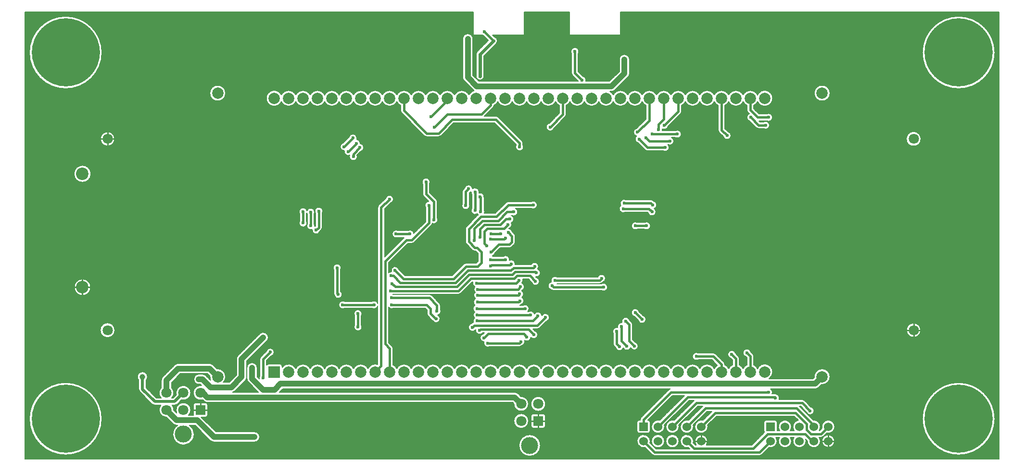
<source format=gtl>
G04 Layer_Physical_Order=1*
G04 Layer_Color=255*
%FSLAX24Y24*%
%MOIN*%
G70*
G01*
G75*
%ADD10C,0.0079*%
%ADD11C,0.0100*%
%ADD12C,0.0394*%
%ADD13C,0.0157*%
%ADD14C,0.0197*%
%ADD15C,0.0236*%
%ADD16C,0.0866*%
%ADD17C,0.0600*%
%ADD18R,0.0600X0.0600*%
%ADD19C,0.0709*%
%ADD20C,0.1181*%
%ADD21R,0.0709X0.0709*%
%ADD22C,0.0787*%
%ADD23R,0.0787X0.0787*%
%ADD24C,0.4724*%
%ADD25C,0.0394*%
%ADD26C,0.0236*%
D10*
X74154Y45529D02*
G03*
X74154Y45529I-2520J0D01*
G01*
X62726Y42707D02*
G03*
X62726Y42707I-551J0D01*
G01*
X58751Y42350D02*
G03*
X57700Y42582I-551J0D01*
G01*
Y42118D02*
G03*
X58751Y42350I500J232D01*
G01*
X57436Y41852D02*
G03*
X57700Y42118I-236J498D01*
G01*
Y42582D02*
G03*
X56700Y42582I-500J-232D01*
G01*
D02*
G03*
X55700Y42582I-500J-232D01*
G01*
X56700Y42118D02*
G03*
X56964Y41852I500J232D01*
G01*
X55700Y42582D02*
G03*
X54700Y42582I-500J-232D01*
G01*
D02*
G03*
X53700Y42582I-500J-232D01*
G01*
Y42118D02*
G03*
X54700Y42118I500J232D01*
G01*
X55700D02*
G03*
X56700Y42118I500J232D01*
G01*
X55436Y41852D02*
G03*
X55700Y42118I-236J498D01*
G01*
X54700D02*
G03*
X54964Y41852I500J232D01*
G01*
X53700Y42582D02*
G03*
X52700Y42582I-500J-232D01*
G01*
D02*
G03*
X51700Y42582I-500J-232D01*
G01*
D02*
G03*
X50700Y42582I-500J-232D01*
G01*
D02*
G03*
X49700Y42582I-500J-232D01*
G01*
X52700Y42118D02*
G03*
X53700Y42118I500J232D01*
G01*
X52436Y41852D02*
G03*
X52700Y42118I-236J498D01*
G01*
X69028Y39530D02*
G03*
X69028Y39530I-512J0D01*
G01*
X58740Y41024D02*
G03*
X58323Y41260I-276J0D01*
G01*
Y40787D02*
G03*
X58740Y41024I142J236D01*
G01*
X58533Y40482D02*
G03*
X58116Y40718I-276J0D01*
G01*
Y40246D02*
G03*
X58533Y40482I142J236D01*
G01*
X56964Y41530D02*
G03*
X57033Y41363I236J0D01*
G01*
X56964Y41530D02*
G03*
X57033Y41363I236J0D01*
G01*
X57121Y41275D02*
G03*
X57168Y40756I113J-251D01*
G01*
X57609Y40315D02*
G03*
X57776Y40246I167J167D01*
G01*
X57609Y40315D02*
G03*
X57776Y40246I167J167D01*
G01*
X55866Y39764D02*
G03*
X55657Y40031I-276J0D01*
G01*
X55323Y39697D02*
G03*
X55866Y39764I267J67D01*
G01*
X54964Y40154D02*
G03*
X55033Y39987I236J0D01*
G01*
X54964Y40154D02*
G03*
X55033Y39987I236J0D01*
G01*
X69010Y26250D02*
G03*
X69010Y26250I-494J0D01*
G01*
X57436Y24444D02*
G03*
X57367Y24611I-236J0D01*
G01*
X57436Y24444D02*
G03*
X57367Y24611I-236J0D01*
G01*
X57226Y24752D02*
G03*
X56892Y24418I-267J-67D01*
G01*
X56183Y24634D02*
G03*
X55849Y24300I-267J-67D01*
G01*
X54803Y24596D02*
G03*
X54636Y24665I-167J-167D01*
G01*
X56436Y24282D02*
G03*
X56367Y24449I-236J0D01*
G01*
X56436Y24282D02*
G03*
X56367Y24449I-236J0D01*
G01*
X55436Y23865D02*
G03*
X55367Y24032I-236J0D01*
G01*
X55436Y23865D02*
G03*
X55367Y24032I-236J0D01*
G01*
X54803Y24596D02*
G03*
X54636Y24665I-167J-167D01*
G01*
X52367Y41265D02*
G03*
X52436Y41432I-167J167D01*
G01*
X52367Y41265D02*
G03*
X52436Y41432I-167J167D01*
G01*
X51100Y40220D02*
G03*
X51498Y40396I130J243D01*
G01*
X52421Y39862D02*
G03*
X52004Y40098I-276J0D01*
G01*
Y39626D02*
G03*
X52421Y39862I142J236D01*
G01*
X51900Y39380D02*
G03*
X51748Y39626I-276J0D01*
G01*
X51482Y39144D02*
G03*
X51900Y39380I142J236D01*
G01*
X51575Y38937D02*
G03*
X51481Y39144I-276J0D01*
G01*
X51157Y38701D02*
G03*
X51575Y38937I142J236D01*
G01*
X51102Y40187D02*
G03*
X51100Y40220I-276J0D01*
G01*
X51088Y40098D02*
G03*
X51102Y40187I-261J89D01*
G01*
X50482Y35236D02*
G03*
X50315Y35305I-167J-167D01*
G01*
X50482Y35236D02*
G03*
X50315Y35305I-167J-167D01*
G01*
X50543Y34684D02*
G03*
X50718Y34941I-100J257D01*
G01*
D02*
G03*
X50510Y35208I-276J0D01*
G01*
X50659Y34459D02*
G03*
X50543Y34684I-276J0D01*
G01*
X50116Y34392D02*
G03*
X50659Y34459I267J67D01*
G01*
X53597Y24665D02*
G03*
X53597Y24193I-142J-236D01*
G01*
X48829Y45049D02*
G03*
X48120Y45049I-354J0D01*
G01*
X48829D02*
G03*
X48120Y45048I-354J0D01*
G01*
X48725Y43824D02*
G03*
X48829Y44075I-251J251D01*
G01*
X48725Y43824D02*
G03*
X48829Y44075I-250J251D01*
G01*
X45817Y43612D02*
G03*
X45608Y43880I-276J0D01*
G01*
X47579Y42825D02*
G03*
X47830Y42929I0J354D01*
G01*
X47579Y42825D02*
G03*
X47829Y42929I0J354D01*
G01*
X45805Y43533D02*
G03*
X45817Y43612I-264J79D01*
G01*
X45276Y45458D02*
G03*
X45315Y45600I-236J142D01*
G01*
X49700Y42118D02*
G03*
X49964Y41852I500J232D01*
G01*
X49700Y42582D02*
G03*
X48700Y42582I-500J-232D01*
G01*
Y42118D02*
G03*
X49700Y42118I500J232D01*
G01*
X47700D02*
G03*
X48700Y42118I500J232D01*
G01*
Y42582D02*
G03*
X47700Y42582I-500J-232D01*
G01*
D02*
G03*
X47480Y42825I-500J-232D01*
G01*
X46700Y42118D02*
G03*
X47700Y42118I500J232D01*
G01*
X45700D02*
G03*
X46700Y42118I500J232D01*
G01*
X45315Y45600D02*
G03*
X44803Y45458I-276J0D01*
G01*
Y44114D02*
G03*
X44872Y43947I236J0D01*
G01*
X44803Y44114D02*
G03*
X44872Y43947I236J0D01*
G01*
X39594Y46144D02*
G03*
X39675Y46339I-195J195D01*
G01*
X39594Y46144D02*
G03*
X39675Y46339I-195J195D01*
G01*
X44700Y42118D02*
G03*
X45700Y42118I500J232D01*
G01*
X44436Y41852D02*
G03*
X44700Y42118I-236J498D01*
G01*
X43700D02*
G03*
X43964Y41852I500J232D01*
G01*
X42700Y42118D02*
G03*
X43700Y42118I500J232D01*
G01*
X44367Y41061D02*
G03*
X44436Y41228I-167J167D01*
G01*
X44367Y41061D02*
G03*
X44436Y41228I-167J167D01*
G01*
X43260Y40622D02*
G03*
X43594Y40288I67J-267D01*
G01*
X41700Y42118D02*
G03*
X42700Y42118I500J232D01*
G01*
X40700D02*
G03*
X41700Y42118I500J232D01*
G01*
X39700D02*
G03*
X40700Y42118I500J232D01*
G01*
X49902Y38770D02*
G03*
X50069Y38701I167J167D01*
G01*
X49902Y38770D02*
G03*
X50069Y38701I167J167D01*
G01*
X49306Y39725D02*
G03*
X49422Y39250I182J-207D01*
G01*
X49313Y40258D02*
G03*
X49306Y39725I67J-267D01*
G01*
X50285Y33494D02*
G03*
X49868Y33730I-276J0D01*
G01*
Y33258D02*
G03*
X50285Y33494I142J236D01*
G01*
X49374Y33730D02*
G03*
X49374Y33258I-142J-236D01*
G01*
X48597Y35305D02*
G03*
X48229Y34911I-142J-236D01*
G01*
X48229Y34911D02*
G03*
X48528Y34449I157J-226D01*
G01*
X47165Y29852D02*
G03*
X46632Y29951I-276J0D01*
G01*
X43803D02*
G03*
X43410Y29603I-142J-236D01*
G01*
X42456Y30492D02*
G03*
X42530Y30679I-202J187D01*
G01*
X42657Y30226D02*
G03*
X42456Y30492I-276J0D01*
G01*
X46956Y29585D02*
G03*
X47165Y29852I-67J267D01*
G01*
X46752Y29478D02*
G03*
X46919Y29548I0J236D01*
G01*
X46752Y29478D02*
G03*
X46919Y29548I0J236D01*
G01*
X47307Y29236D02*
G03*
X46889Y29472I-276J0D01*
G01*
Y29000D02*
G03*
X47307Y29236I142J236D01*
G01*
X43410Y29603D02*
G03*
X43388Y29063I45J-272D01*
G01*
X43388D02*
G03*
X43550Y29000I161J173D01*
G01*
X43388Y29063D02*
G03*
X43550Y29000I161J173D01*
G01*
X49970Y26998D02*
G03*
X49762Y27265I-276J0D01*
G01*
X49490Y27537D02*
G03*
X49156Y27203I-267J-67D01*
G01*
X48830Y26947D02*
G03*
X48306Y26780I-267J-67D01*
G01*
X49427Y26931D02*
G03*
X49970Y26998I267J67D01*
G01*
X49035Y26644D02*
G03*
X48966Y26811I-236J0D01*
G01*
X49035Y26644D02*
G03*
X48966Y26811I-236J0D01*
G01*
X49429Y25148D02*
G03*
X49220Y25415I-276J0D01*
G01*
X48902Y25036D02*
G03*
X49429Y25148I252J112D01*
G01*
X48306Y26780D02*
G03*
X48014Y26425I-29J-274D01*
G01*
X48392Y25012D02*
G03*
X48902Y25036I250J116D01*
G01*
X47863Y25032D02*
G03*
X48392Y25012I267J67D01*
G01*
X43278Y27136D02*
G03*
X42755Y27259I-276J0D01*
G01*
X43069Y26868D02*
G03*
X43278Y27136I-67J267D01*
G01*
X48014Y26425D02*
G03*
X47697Y26019I-81J-263D01*
G01*
Y25295D02*
G03*
X47766Y25128I236J0D01*
G01*
X47697Y25295D02*
G03*
X47766Y25128I236J0D01*
G01*
X42441Y26339D02*
G03*
X42608Y26408I0J236D01*
G01*
X42441Y26339D02*
G03*
X42608Y26408I0J236D01*
G01*
X41447Y39232D02*
G03*
X41378Y39399I-236J0D01*
G01*
X41447Y39232D02*
G03*
X41378Y39399I-236J0D01*
G01*
X41486Y38976D02*
G03*
X41447Y39118I-276J0D01*
G01*
X40974D02*
G03*
X41486Y38976I236J-142D01*
G01*
X42014Y34705D02*
G03*
X42431Y34941I142J236D01*
G01*
D02*
G03*
X42014Y35177I-276J0D01*
G01*
X41083Y34459D02*
G03*
X40931Y34705I-276J0D01*
G01*
X40665Y34222D02*
G03*
X41083Y34459I142J236D01*
G01*
X40817Y33967D02*
G03*
X40644Y34222I-276J0D01*
G01*
X40634Y33707D02*
G03*
X40817Y33967I-93J259D01*
G01*
X40669Y33573D02*
G03*
X40634Y33707I-276J0D01*
G01*
X40427Y35177D02*
G03*
X40260Y35108I0J-236D01*
G01*
X40427Y35177D02*
G03*
X40260Y35108I0J-236D01*
G01*
X40461Y33306D02*
G03*
X40669Y33573I-68J267D01*
G01*
X40915Y32785D02*
G03*
X40846Y32952I-236J0D01*
G01*
X40915Y32785D02*
G03*
X40846Y32952I-236J0D01*
G01*
Y32205D02*
G03*
X40915Y32372I-167J167D01*
G01*
X40846Y32205D02*
G03*
X40915Y32372I-167J167D01*
G01*
X40502Y31959D02*
G03*
X40669Y32028I0J236D01*
G01*
X40502Y31959D02*
G03*
X40669Y32028I0J236D01*
G01*
X40507Y31108D02*
G03*
X40511Y31153I-272J45D01*
G01*
X40700Y33098D02*
G03*
X40461Y33306I-267J-67D01*
G01*
X40511Y31153D02*
G03*
X40093Y31389I-276J0D01*
G01*
X42326Y29956D02*
G03*
X42657Y30226I55J270D01*
G01*
X42530Y30679D02*
G03*
X42015Y30817I-276J0D01*
G01*
X42589Y29636D02*
G03*
X42380Y29903I-276J0D01*
G01*
X42046Y29569D02*
G03*
X42589Y29636I267J67D01*
G01*
X41870Y27746D02*
G03*
X41453Y27982I-276J0D01*
G01*
X42755Y27259D02*
G03*
X42236Y27371I-275J-15D01*
G01*
X42470Y25935D02*
G03*
X42262Y26202I-276J0D01*
G01*
X42236Y27371D02*
G03*
X41827Y27539I-267J-68D01*
G01*
X41988Y25753D02*
G03*
X42470Y25935I207J182D01*
G01*
X41562Y25537D02*
G03*
X41988Y25753I151J231D01*
G01*
X40893Y30817D02*
G03*
X40896Y30856I-273J39D01*
G01*
D02*
G03*
X40507Y31108I-276J0D01*
G01*
X41545Y29262D02*
G03*
X41366Y29520I-276J0D01*
G01*
X41366D02*
G03*
X41447Y29715I-195J195D01*
G01*
X41486Y28760D02*
G03*
X41349Y28998I-276J0D01*
G01*
Y28998D02*
G03*
X41545Y29262I-80J264D01*
G01*
X41447Y29715D02*
G03*
X41435Y29793I-276J0D01*
G01*
X41362Y28530D02*
G03*
X41486Y28760I-151J230D01*
G01*
X41506Y28287D02*
G03*
X41362Y28530I-276J0D01*
G01*
X41296Y28020D02*
G03*
X41506Y28287I-65J268D01*
G01*
X41777Y27539D02*
G03*
X41870Y27746I-182J207D01*
G01*
X41575Y25453D02*
G03*
X41562Y25537I-276J0D01*
G01*
X41366Y25185D02*
G03*
X41575Y25453I-67J267D01*
G01*
X41236Y27982D02*
G03*
X41296Y28020I-94J217D01*
G01*
X41191Y25108D02*
G03*
X41358Y25177I0J236D01*
G01*
X41191Y25108D02*
G03*
X41358Y25177I0J236D01*
G01*
X41236Y27982D02*
G03*
X41296Y28020I-94J217D01*
G01*
X62127Y22473D02*
G03*
X62726Y23022I48J549D01*
G01*
X74154Y20100D02*
G03*
X74154Y20100I-2520J0D01*
G01*
X62726Y23022D02*
G03*
X61626Y22974I-551J0D01*
G01*
X61683Y22175D02*
G03*
X61934Y22279I0J354D01*
G01*
X61683Y22175D02*
G03*
X61934Y22279I0J354D01*
G01*
X58494Y22884D02*
G03*
X58751Y23350I-294J466D01*
G01*
D02*
G03*
X57700Y23582I-551J0D01*
G01*
X56964Y23848D02*
G03*
X56700Y23582I236J-498D01*
G01*
D02*
G03*
X56436Y23848I-500J-232D01*
G01*
X57700Y23582D02*
G03*
X57436Y23848I-500J-232D01*
G01*
X55700Y23582D02*
G03*
X55436Y23848I-500J-232D01*
G01*
X55964D02*
G03*
X55700Y23582I236J-498D01*
G01*
X54911Y23820D02*
G03*
X54700Y23582I289J-470D01*
G01*
D02*
G03*
X53700Y23582I-500J-232D01*
G01*
X60954Y21378D02*
G03*
X60787Y21447I-167J-167D01*
G01*
X60954Y21378D02*
G03*
X60787Y21447I-167J-167D01*
G01*
X61624Y20650D02*
G03*
X61415Y20917I-276J0D01*
G01*
X61081Y20583D02*
G03*
X61624Y20650I267J67D01*
G01*
X58958Y21830D02*
G03*
X58888Y21841I-70J-226D01*
G01*
X58708D02*
G03*
X58730Y21949I-253J108D01*
G01*
D02*
G03*
X58612Y22175I-276J0D01*
G01*
X59213Y21555D02*
G03*
X58958Y21830I-276J0D01*
G01*
X59190Y21447D02*
G03*
X59213Y21555I-253J108D01*
G01*
X58958Y21830D02*
G03*
X58888Y21841I-70J-226D01*
G01*
X63057Y19550D02*
G03*
X62156Y19440I-457J0D01*
G01*
X62490Y19106D02*
G03*
X63057Y19550I110J444D01*
G01*
X62057D02*
G03*
X61570Y20006I-457J0D01*
G01*
X61976Y19289D02*
G03*
X62057Y19550I-376J261D01*
G01*
X60518Y20000D02*
G03*
X60228Y19283I82J-450D01*
G01*
X62103Y18817D02*
G03*
X62270Y18886I0J236D01*
G01*
X62103Y18817D02*
G03*
X62270Y18886I0J236D01*
G01*
X62057Y18550D02*
G03*
X61972Y18817I-457J0D01*
G01*
X61057Y18550D02*
G03*
X61036Y18687I-457J0D01*
G01*
X63039Y18550D02*
G03*
X63039Y18550I-439J0D01*
G01*
X61144Y18580D02*
G03*
X62057Y18550I456J-30D01*
G01*
X60224Y18811D02*
G03*
X61057Y18550I376J-261D01*
G01*
X59972Y19283D02*
G03*
X60057Y19550I-372J267D01*
G01*
D02*
G03*
X59228Y19283I-457J0D01*
G01*
X60057Y18550D02*
G03*
X59976Y18811I-457J0D01*
G01*
X59057Y18550D02*
G03*
X58976Y18811I-457J0D01*
G01*
X53910Y19994D02*
G03*
X54257Y19550I-110J-444D01*
G01*
X59057Y19850D02*
G03*
X58900Y20007I-157J0D01*
G01*
X58300D02*
G03*
X58143Y19850I0J-157D01*
G01*
Y19250D02*
G03*
X58172Y19159I157J0D01*
G01*
X54257Y19550D02*
G03*
X54244Y19660I-457J0D01*
G01*
X59224Y18811D02*
G03*
X60057Y18550I376J-261D01*
G01*
X58490Y18106D02*
G03*
X59057Y18550I110J444D01*
G01*
X57828Y17541D02*
G03*
X57995Y17611I0J236D01*
G01*
X57828Y17541D02*
G03*
X57995Y17611I0J236D01*
G01*
X54239Y18550D02*
G03*
X53446Y18289I-439J0D01*
G01*
X53700Y23582D02*
G03*
X52700Y23582I-500J-232D01*
G01*
D02*
G03*
X51700Y23582I-500J-232D01*
G01*
D02*
G03*
X50700Y23582I-500J-232D01*
G01*
X51645Y22175D02*
G03*
X51546Y22116I67J-226D01*
G01*
X51645Y22175D02*
G03*
X51546Y22116I67J-226D01*
G01*
X50700Y23582D02*
G03*
X49700Y23582I-500J-232D01*
G01*
D02*
G03*
X48700Y23582I-500J-232D01*
G01*
D02*
G03*
X47700Y23582I-500J-232D01*
G01*
D02*
G03*
X46700Y23582I-500J-232D01*
G01*
D02*
G03*
X45700Y23582I-500J-232D01*
G01*
D02*
G03*
X44700Y23582I-500J-232D01*
G01*
D02*
G03*
X43700Y23582I-500J-232D01*
G01*
D02*
G03*
X42700Y23582I-500J-232D01*
G01*
D02*
G03*
X41700Y23582I-500J-232D01*
G01*
D02*
G03*
X40700Y23582I-500J-232D01*
G01*
D02*
G03*
X39700Y23582I-500J-232D01*
G01*
X41116Y21835D02*
G03*
X40865Y21939I-251J-251D01*
G01*
X41116Y21835D02*
G03*
X40865Y21939I-251J-250D01*
G01*
X43012Y21131D02*
G03*
X43012Y21131I-512J0D01*
G01*
X41831D02*
G03*
X41308Y21643I-512J0D01*
G01*
X40807Y21142D02*
G03*
X41831Y21131I512J-11D01*
G01*
X53257Y19550D02*
G03*
X53244Y19660I-457J0D01*
G01*
X52910Y19994D02*
G03*
X53257Y19550I-110J-444D01*
G01*
X51910Y19994D02*
G03*
X52257Y19550I-110J-444D01*
G01*
D02*
G03*
X52244Y19660I-457J0D01*
G01*
X51257Y19550D02*
G03*
X51244Y19660I-457J0D01*
G01*
X54154Y18289D02*
G03*
X54239Y18550I-354J261D01*
G01*
X53244Y18440D02*
G03*
X53257Y18550I-444J110D01*
G01*
D02*
G03*
X52910Y18106I-457J0D01*
G01*
X52257Y18550D02*
G03*
X52257Y18550I-457J0D01*
G01*
X50910Y19994D02*
G03*
X51257Y19550I-110J-444D01*
G01*
X50257Y19850D02*
G03*
X50105Y20007I-157J0D01*
G01*
X49633Y20203D02*
G03*
X49564Y20036I167J-167D01*
G01*
X49633Y20203D02*
G03*
X49564Y20036I167J-167D01*
G01*
X50100Y19093D02*
G03*
X50257Y19250I0J157D01*
G01*
X42994Y20304D02*
G03*
X42854Y20444I-139J0D01*
G01*
X42146D02*
G03*
X42006Y20304I0J-139D01*
G01*
X41831Y19950D02*
G03*
X41831Y19950I-512J0D01*
G01*
X49500Y20007D02*
G03*
X49343Y19850I0J-157D01*
G01*
X42854Y19456D02*
G03*
X42994Y19596I0J139D01*
G01*
X49343Y19250D02*
G03*
X49500Y19093I157J0D01*
G01*
X42006Y19596D02*
G03*
X42146Y19456I139J0D01*
G01*
X51257Y18550D02*
G03*
X51257Y18550I-457J0D01*
G01*
X50244Y18440D02*
G03*
X50257Y18550I-444J110D01*
G01*
D02*
G03*
X49910Y18106I-457J0D01*
G01*
X50405Y17611D02*
G03*
X50572Y17541I167J167D01*
G01*
X50405Y17611D02*
G03*
X50572Y17541I167J167D01*
G01*
X42657Y18249D02*
G03*
X42657Y18249I-748J0D01*
G01*
D02*
G03*
X42657Y18249I-748J0D01*
G01*
X39675Y46339D02*
G03*
X39466Y46606I-276J0D01*
G01*
X39675Y46339D02*
G03*
X39466Y46606I-276J0D01*
G01*
X38597Y46752D02*
G03*
X38713Y46691I182J207D01*
G01*
X37972Y46486D02*
G03*
X37264Y46486I-354J0D01*
G01*
X37972D02*
G03*
X37264Y46485I-354J0D01*
G01*
X38270Y45598D02*
G03*
X38189Y45404I195J-195D01*
G01*
X38270Y45598D02*
G03*
X38189Y45404I195J-195D01*
G01*
X39433Y41851D02*
G03*
X39700Y42118I-233J499D01*
G01*
X39367Y41720D02*
G03*
X39433Y41851I-167J167D01*
G01*
X39367Y41720D02*
G03*
X39433Y41851I-167J167D01*
G01*
X38189Y43888D02*
G03*
X38740Y43888I276J0D01*
G01*
X38189D02*
G03*
X38740Y43888I276J0D01*
G01*
X39734Y41043D02*
G03*
X39567Y41112I-167J-167D01*
G01*
X39734Y41043D02*
G03*
X39567Y41112I-167J-167D01*
G01*
X37997Y42929D02*
G03*
X38055Y42882I251J251D01*
G01*
X37997Y42929D02*
G03*
X38055Y42882I251J250D01*
G01*
D02*
G03*
X37700Y42582I145J-532D01*
G01*
X37264Y43809D02*
G03*
X37368Y43559I354J0D01*
G01*
X37264Y43809D02*
G03*
X37368Y43558I354J0D01*
G01*
X37700Y42582D02*
G03*
X36700Y42582I-500J-232D01*
G01*
D02*
G03*
X35700Y42582I-500J-232D01*
G01*
D02*
G03*
X34700Y42582I-500J-232D01*
G01*
D02*
G03*
X33700Y42582I-500J-232D01*
G01*
X34607Y39754D02*
G03*
X34774Y39685I167J167D01*
G01*
X35591D02*
G03*
X35758Y39754I0J236D01*
G01*
X34607D02*
G03*
X34774Y39685I167J167D01*
G01*
X35591D02*
G03*
X35758Y39754I0J236D01*
G01*
X32964Y41495D02*
G03*
X33033Y41328I236J0D01*
G01*
X32964Y41495D02*
G03*
X33033Y41328I236J0D01*
G01*
X33700Y42582D02*
G03*
X32700Y42582I-500J-232D01*
G01*
Y42118D02*
G03*
X32964Y41852I500J232D01*
G01*
X38750Y35512D02*
G03*
X38382Y35772I-276J0D01*
G01*
Y35772D02*
G03*
X38396Y35856I-262J85D01*
G01*
X37943Y36067D02*
G03*
X37400Y36130I-276J-4D01*
G01*
X38396Y35856D02*
G03*
X37943Y36067I-276J0D01*
G01*
X38789Y34478D02*
G03*
X38750Y34620I-276J0D01*
G01*
X38763Y34360D02*
G03*
X38789Y34478I-249J118D01*
G01*
X38280Y34333D02*
G03*
X38334Y34270I234J146D01*
G01*
X37884Y34699D02*
G03*
X38280Y34333I236J-142D01*
G01*
X37845Y35852D02*
G03*
X37884Y35714I276J4D01*
G01*
X37313Y36043D02*
G03*
X37244Y35876I167J-167D01*
G01*
X37313Y36043D02*
G03*
X37244Y35876I167J-167D01*
G01*
X37734Y35796D02*
G03*
X37845Y35852I-67J267D01*
G01*
X35502Y35177D02*
G03*
X35433Y35344I-236J0D01*
G01*
X35502Y35177D02*
G03*
X35433Y35344I-236J0D01*
G01*
X37756Y34892D02*
G03*
X37717Y35034I-276J0D01*
G01*
X37244D02*
G03*
X37756Y34892I236J-142D01*
G01*
X35541Y33917D02*
G03*
X35502Y34059I-276J0D01*
G01*
X35156Y33665D02*
G03*
X35541Y33917I110J253D01*
G01*
X35088Y33524D02*
G03*
X35156Y33665I-167J167D01*
G01*
X35088Y33524D02*
G03*
X35156Y33665I-167J167D01*
G01*
X39313Y31410D02*
G03*
X39500Y31607I-81J263D01*
G01*
X39356Y31389D02*
G03*
X39313Y31410I-142J-236D01*
G01*
X37943Y31801D02*
G03*
X38110Y31732I167J167D01*
G01*
X37943Y31801D02*
G03*
X38110Y31732I167J167D01*
G01*
X37974Y29596D02*
G03*
X38108Y29275I264J-79D01*
G01*
Y29275D02*
G03*
X38125Y28878I199J-190D01*
G01*
D02*
G03*
X38156Y28441I182J-207D01*
G01*
Y28441D02*
G03*
X38116Y27983I132J-242D01*
G01*
Y27983D02*
G03*
X38104Y27517I141J-237D01*
G01*
Y27517D02*
G03*
X38085Y27106I173J-214D01*
G01*
D02*
G03*
X38010Y26803I183J-206D01*
G01*
Y26803D02*
G03*
X37904Y26742I61J-228D01*
G01*
X38010Y26803D02*
G03*
X37904Y26742I61J-228D01*
G01*
X37451Y32392D02*
G03*
X37520Y32225I236J0D01*
G01*
Y33456D02*
G03*
X37451Y33289I167J-167D01*
G01*
X37520Y33456D02*
G03*
X37451Y33289I167J-167D01*
G01*
Y32392D02*
G03*
X37520Y32225I236J0D01*
G01*
X37492Y30906D02*
G03*
X37325Y30836I0J-236D01*
G01*
X37492Y30906D02*
G03*
X37325Y30836I0J-236D01*
G01*
X36978Y28750D02*
G03*
X37145Y28819I0J236D01*
G01*
X36978Y28750D02*
G03*
X37145Y28819I0J236D01*
G01*
X35719Y27982D02*
G03*
X35649Y28149I-236J0D01*
G01*
X35719Y27982D02*
G03*
X35649Y28149I-236J0D01*
G01*
X35758Y27569D02*
G03*
X35719Y27711I-276J0D01*
G01*
X35536Y27299D02*
G03*
X35758Y27569I-54J270D01*
G01*
X35181Y26916D02*
G03*
X35699Y27047I243J131D01*
G01*
D02*
G03*
X35536Y27299I-276J0D01*
G01*
X34961Y36403D02*
G03*
X35000Y36545I-236J142D01*
G01*
D02*
G03*
X34488Y36403I-276J0D01*
G01*
X34912Y35197D02*
G03*
X34685Y34779I9J-275D01*
G01*
X34488Y35719D02*
G03*
X34557Y35551I236J0D01*
G01*
X34488Y35719D02*
G03*
X34557Y35551I236J0D01*
G01*
X35136Y28662D02*
G03*
X34969Y28732I-167J-167D01*
G01*
X35136Y28662D02*
G03*
X34969Y28732I-167J-167D01*
G01*
X34783Y27411D02*
G03*
X34853Y27244I236J0D01*
G01*
X34783Y27411D02*
G03*
X34853Y27244I236J0D01*
G01*
X33882Y32986D02*
G03*
X33471Y33161I-269J-61D01*
G01*
X33740Y32274D02*
G03*
X33907Y32343I0J236D01*
G01*
X33740Y32274D02*
G03*
X33907Y32343I0J236D01*
G01*
X32846Y30470D02*
G03*
X32322Y30304I-267J-67D01*
G01*
X32700Y42582D02*
G03*
X31700Y42582I-500J-232D01*
G01*
Y42118D02*
G03*
X32700Y42118I500J232D01*
G01*
X31700Y42582D02*
G03*
X30700Y42582I-500J-232D01*
G01*
D02*
G03*
X29700Y42582I-500J-232D01*
G01*
X30700Y42118D02*
G03*
X31700Y42118I500J232D01*
G01*
X29700D02*
G03*
X30700Y42118I500J232D01*
G01*
X29700Y42582D02*
G03*
X28700Y42582I-500J-232D01*
G01*
D02*
G03*
X27700Y42582I-500J-232D01*
G01*
X28700Y42118D02*
G03*
X29700Y42118I500J232D01*
G01*
X27700D02*
G03*
X28700Y42118I500J232D01*
G01*
X27700Y42582D02*
G03*
X26700Y42582I-500J-232D01*
G01*
D02*
G03*
X25700Y42582I-500J-232D01*
G01*
X26700Y42118D02*
G03*
X27700Y42118I500J232D01*
G01*
X25700D02*
G03*
X26700Y42118I500J232D01*
G01*
X25700Y42582D02*
G03*
X24700Y42582I-500J-232D01*
G01*
Y42118D02*
G03*
X25700Y42118I500J232D01*
G01*
X24700Y42582D02*
G03*
X24700Y42118I-500J-232D01*
G01*
X20837Y42707D02*
G03*
X20837Y42707I-551J0D01*
G01*
X12270Y45529D02*
G03*
X12270Y45529I-2520J0D01*
G01*
X32470Y35344D02*
G03*
X31927Y35411I-276J0D01*
G01*
X32262Y35077D02*
G03*
X32470Y35344I-67J267D01*
G01*
X31447Y34931D02*
G03*
X31378Y34764I167J-167D01*
G01*
X31447Y34931D02*
G03*
X31378Y34764I167J-167D01*
G01*
X32791Y33161D02*
G03*
X32791Y32688I-142J-236D01*
G01*
X29931Y39596D02*
G03*
X29388Y39663I-276J0D01*
G01*
X30167Y39222D02*
G03*
X29913Y39497I-276J0D01*
G01*
Y39497D02*
G03*
X29931Y39596I-257J99D01*
G01*
X30413Y38927D02*
G03*
X30167Y39201I-276J0D01*
G01*
X30204Y38660D02*
G03*
X30413Y38927I-67J267D01*
G01*
X29428Y38398D02*
G03*
X29961Y38297I257J-101D01*
G01*
X29052Y38711D02*
G03*
X29428Y38398I269J-59D01*
G01*
X29961Y38297D02*
G03*
X29942Y38397I-276J0D01*
G01*
X28979Y39254D02*
G03*
X29052Y38711I67J-267D01*
G01*
X27530Y34376D02*
G03*
X27569Y34518I-236J142D01*
G01*
D02*
G03*
X27057Y34376I-276J0D01*
G01*
X26969Y34307D02*
G03*
X27008Y34449I-236J142D01*
G01*
D02*
G03*
X26470Y34535I-276J0D01*
G01*
X26463Y34392D02*
G03*
X26496Y34307I270J57D01*
G01*
X27040Y33466D02*
G03*
X27005Y33455I67J-267D01*
G01*
X27460Y33219D02*
G03*
X27530Y33386I-167J167D01*
G01*
X27005Y33455D02*
G03*
X27008Y33494I-273J39D01*
G01*
X27460Y33219D02*
G03*
X27530Y33386I-167J167D01*
G01*
X27008Y33494D02*
G03*
X26969Y33636I-276J0D01*
G01*
X26833Y33238D02*
G03*
X27374Y33132I273J-39D01*
G01*
X26496Y33636D02*
G03*
X26833Y33238I236J-142D01*
G01*
X32322Y30304D02*
G03*
X32126Y30249I-29J-274D01*
G01*
X32476Y28732D02*
G03*
X32439Y28750I-142J-236D01*
G01*
X32126Y27841D02*
G03*
X32484Y27776I217J170D01*
G01*
X30980D02*
G03*
X31378Y27910I142J236D01*
G01*
X28917Y28730D02*
G03*
X28799Y28956I-276J0D01*
G01*
Y30429D02*
G03*
X28839Y30571I-236J142D01*
G01*
D02*
G03*
X28327Y30429I-276J0D01*
G01*
X31378Y28114D02*
G03*
X30980Y28248I-256J-102D01*
G01*
X30246Y27250D02*
G03*
X30285Y27392I-236J142D01*
G01*
X28373Y28668D02*
G03*
X28917Y28730I269J62D01*
G01*
X28327Y28809D02*
G03*
X28373Y28668I236J0D01*
G01*
X28327Y28809D02*
G03*
X28373Y28668I236J0D01*
G01*
X30285Y27392D02*
G03*
X29774Y27250I-276J0D01*
G01*
X29089Y28248D02*
G03*
X29089Y27776I-142J-236D01*
G01*
X26476Y33691D02*
G03*
X26437Y33833I-276J0D01*
G01*
X25965D02*
G03*
X26476Y33691I236J-142D01*
G01*
X13144Y39530D02*
G03*
X13144Y39530I-494J0D01*
G01*
X11506Y37106D02*
G03*
X11506Y37106I-591J0D01*
G01*
X26437Y34336D02*
G03*
X26463Y34392I-236J142D01*
G01*
X26470Y34535D02*
G03*
X25965Y34336I-270J-57D01*
G01*
X11488Y29232D02*
G03*
X11488Y29232I-572J0D01*
G01*
X38165Y26283D02*
G03*
X38654Y26063I270J-53D01*
G01*
X38674Y25986D02*
G03*
X38749Y25443I67J-267D01*
G01*
X37876Y26714D02*
G03*
X38165Y26283I67J-267D01*
G01*
X38749Y25443D02*
G03*
X39148Y25108I257J-99D01*
G01*
X32436Y24980D02*
G03*
X32367Y25147I-236J0D01*
G01*
X32436Y24980D02*
G03*
X32367Y25147I-236J0D01*
G01*
X30285Y26476D02*
G03*
X30246Y26618I-276J0D01*
G01*
X39700Y23582D02*
G03*
X38700Y23582I-500J-232D01*
G01*
D02*
G03*
X37700Y23582I-500J-232D01*
G01*
X36700D02*
G03*
X35700Y23582I-500J-232D01*
G01*
X37700D02*
G03*
X36700Y23582I-500J-232D01*
G01*
X35700D02*
G03*
X34700Y23582I-500J-232D01*
G01*
D02*
G03*
X33700Y23582I-500J-232D01*
G01*
D02*
G03*
X32700Y23582I-500J-232D01*
G01*
D02*
G03*
X32436Y23848I-500J-232D01*
G01*
X31378Y23872D02*
G03*
X30700Y23582I-178J-522D01*
G01*
X29774Y26618D02*
G03*
X30285Y26476I236J-142D01*
G01*
X23994Y24457D02*
G03*
X24203Y24724I-67J267D01*
G01*
D02*
G03*
X23660Y24791I-276J0D01*
G01*
X23695Y25497D02*
G03*
X23799Y25748I-251J251D01*
G01*
X23695Y25497D02*
G03*
X23799Y25748I-250J251D01*
G01*
D02*
G03*
X23194Y25998I-354J0D01*
G01*
X23799Y25748D02*
G03*
X23194Y25999I-354J0D01*
G01*
X23268Y24399D02*
G03*
X23199Y24232I167J-167D01*
G01*
X23268Y24399D02*
G03*
X23199Y24232I167J-167D01*
G01*
X30700Y23582D02*
G03*
X29700Y23582I-500J-232D01*
G01*
D02*
G03*
X28700Y23582I-500J-232D01*
G01*
D02*
G03*
X27700Y23582I-500J-232D01*
G01*
D02*
G03*
X26700Y23582I-500J-232D01*
G01*
D02*
G03*
X25700Y23582I-500J-232D01*
G01*
X23806Y23901D02*
G03*
X23671Y23825I0J-157D01*
G01*
X24751Y23744D02*
G03*
X24594Y23901I-157J0D01*
G01*
X23022Y23652D02*
G03*
X22313Y23652I-354J0D01*
G01*
X23022D02*
G03*
X22313Y23651I-354J0D01*
G01*
X25700Y23582D02*
G03*
X24751Y23670I-500J-232D01*
G01*
X23199Y23075D02*
G03*
X23163Y22889I236J-142D01*
G01*
X23199Y18839D02*
G03*
X22844Y19193I-354J0D01*
G01*
X23199Y18839D02*
G03*
X22844Y19193I-354J0D01*
G01*
X22844Y18484D02*
G03*
X23199Y18839I0J354D01*
G01*
X22844Y18484D02*
G03*
X23199Y18839I1J354D01*
G01*
X21698Y24503D02*
G03*
X21594Y24252I251J-251D01*
G01*
X21699Y24503D02*
G03*
X21594Y24252I250J-251D01*
G01*
X19975Y23833D02*
G03*
X19724Y23937I-251J-250D01*
G01*
X19975Y23833D02*
G03*
X19724Y23937I-251J-251D01*
G01*
X19473Y23095D02*
G03*
X19222Y23199I-251J-251D01*
G01*
X19473Y23095D02*
G03*
X19222Y23199I-251J-250D01*
G01*
X17549Y23937D02*
G03*
X17299Y23833I0J-354D01*
G01*
X17549Y23937D02*
G03*
X17298Y23833I0J-354D01*
G01*
X22199Y22742D02*
G03*
X22303Y22992I-251J251D01*
G01*
X22313Y22884D02*
G03*
X22417Y22633I354J0D01*
G01*
X22199Y22741D02*
G03*
X22303Y22992I-250J251D01*
G01*
X22313Y22884D02*
G03*
X22417Y22633I354J0D01*
G01*
X20837Y23022D02*
G03*
X20237Y23571I-551J0D01*
G01*
X19736Y23070D02*
G03*
X19792Y22776I549J-48D01*
G01*
X20681Y22638D02*
G03*
X20837Y23022I-396J384D01*
G01*
X21323Y21939D02*
G03*
X21491Y22033I-83J344D01*
G01*
X21323Y21939D02*
G03*
X21491Y22033I-83J344D01*
G01*
X18976Y23199D02*
G03*
X18976Y22490I0J-354D01*
G01*
X18977Y23199D02*
G03*
X18977Y22490I-1J-354D01*
G01*
X19161Y22405D02*
G03*
X19251Y21410I-67J-507D01*
G01*
X18425Y21897D02*
G03*
X17419Y21765I-512J0D01*
G01*
X17244Y21897D02*
G03*
X17087Y22267I-512J0D01*
G01*
X16482Y23016D02*
G03*
X16378Y22766I251J-251D01*
G01*
X16482Y23017D02*
G03*
X16378Y22766I250J-251D01*
G01*
X15325Y22767D02*
G03*
X15423Y23012I-256J245D01*
G01*
D02*
G03*
X14813Y22767I-354J0D01*
G01*
X13162Y26250D02*
G03*
X13162Y26250I-512J0D01*
G01*
X16378Y22267D02*
G03*
X16352Y21555I354J-369D01*
G01*
X14813Y22156D02*
G03*
X14888Y21974I256J0D01*
G01*
X14813Y22156D02*
G03*
X14888Y21975I256J0D01*
G01*
X12270Y20100D02*
G03*
X12270Y20100I-2520J0D01*
G01*
X19326Y21334D02*
G03*
X19577Y21230I251J251D01*
G01*
X19326Y21334D02*
G03*
X19577Y21230I251J250D01*
G01*
X19449Y20222D02*
G03*
X19588Y20362I0J139D01*
G01*
Y21070D02*
G03*
X19449Y21210I-139J0D01*
G01*
X18740D02*
G03*
X18601Y21070I0J-139D01*
G01*
X17781Y21403D02*
G03*
X18425Y21897I132J494D01*
G01*
Y20716D02*
G03*
X17449Y20500I-512J0D01*
G01*
X17315Y21043D02*
G03*
X17497Y21119I0J256D01*
G01*
X17315Y21043D02*
G03*
X17496Y21118I0J256D01*
G01*
X18275Y20354D02*
G03*
X18425Y20716I-362J362D01*
G01*
X18661Y19023D02*
G03*
X18328Y19646I-748J0D01*
G01*
X18661Y19023D02*
G03*
X18328Y19646I-748J0D01*
G01*
X19779Y18588D02*
G03*
X20030Y18484I251J251D01*
G01*
X19779Y18588D02*
G03*
X20030Y18484I251J250D01*
G01*
X17113Y21555D02*
G03*
X17244Y21897I-381J342D01*
G01*
Y20716D02*
G03*
X17126Y21043I-512J0D01*
G01*
X16339D02*
G03*
X16743Y20204I394J-327D01*
G01*
X15744Y21118D02*
G03*
X15925Y21043I181J181D01*
G01*
X15744Y21119D02*
G03*
X15925Y21043I181J181D01*
G01*
X17198Y19750D02*
G03*
X17448Y19646I251J250D01*
G01*
X17198Y19749D02*
G03*
X17448Y19646I251J251D01*
G01*
X17499D02*
G03*
X18661Y19023I415J-622D01*
G01*
X17499Y19646D02*
G03*
X18661Y19023I415J-622D01*
G01*
X73716Y46949D02*
X74449D01*
X73755Y46890D02*
X74449D01*
X73674Y47008D02*
X74449D01*
X73858Y46713D02*
X74449D01*
X73791Y46831D02*
X74449D01*
X73760Y46882D02*
Y48354D01*
X73819Y46784D02*
Y48354D01*
X73701Y46970D02*
Y48354D01*
X73878Y46675D02*
Y48354D01*
X73826Y46772D02*
X74449D01*
X73917Y46594D02*
X74449D01*
X73944Y46535D02*
X74449D01*
X73889Y46653D02*
X74449D01*
X73992Y46417D02*
X74449D01*
X73969Y46476D02*
X74449D01*
X73996Y46406D02*
Y48354D01*
X73937Y46551D02*
Y48354D01*
X74114Y45974D02*
Y48354D01*
X74055Y46227D02*
Y48354D01*
X72983Y47657D02*
X74449D01*
X73072Y47598D02*
X74449D01*
X72885Y47716D02*
X74449D01*
X73228Y47480D02*
X74449D01*
X73153Y47539D02*
X74449D01*
X72323Y47953D02*
X74449D01*
X72505Y47894D02*
X74449D01*
X72065Y48012D02*
X74449D01*
X72775Y47776D02*
X74449D01*
X72651Y47835D02*
X74449D01*
X73363Y47362D02*
X74449D01*
X73423Y47303D02*
X74449D01*
X73298Y47421D02*
X74449D01*
X73533Y47185D02*
X74449D01*
X73480Y47244D02*
X74449D01*
X73642Y47052D02*
Y48354D01*
X73583Y47126D02*
Y48354D01*
X73630Y47067D02*
X74449D01*
X73583Y47126D02*
X74449D01*
X74147Y45709D02*
X74449D01*
X74151Y45650D02*
X74449D01*
X74142Y45768D02*
X74449D01*
X74154Y45531D02*
X74449D01*
X74153Y45590D02*
X74449D01*
X74108Y46004D02*
X74449D01*
X74119Y45945D02*
X74449D01*
X74096Y46063D02*
X74449D01*
X74136Y45827D02*
X74449D01*
X74128Y45886D02*
X74449D01*
X74136Y45236D02*
X74449D01*
X74129Y45177D02*
X74449D01*
X74120Y45118D02*
X74449D01*
X74109Y45059D02*
X74449D01*
X74097Y45000D02*
X74449D01*
X74153Y45472D02*
X74449D01*
X74151Y45413D02*
X74449D01*
X74147Y45354D02*
X74449D01*
X74143Y45295D02*
X74449D01*
X74084Y44941D02*
X74449D01*
X74069Y44882D02*
X74449D01*
X74053Y44823D02*
X74449D01*
X74034Y44764D02*
X74449D01*
X74015Y44705D02*
X74449D01*
X74033Y46299D02*
X74449D01*
X74051Y46240D02*
X74449D01*
X74013Y46358D02*
X74449D01*
X74083Y46122D02*
X74449D01*
X74068Y46181D02*
X74449D01*
X73891Y44409D02*
X74449D01*
X73861Y44350D02*
X74449D01*
X73829Y44291D02*
X74449D01*
X73794Y44232D02*
X74449D01*
X73758Y44173D02*
X74449D01*
X73994Y44646D02*
X74449D01*
X73971Y44587D02*
X74449D01*
X73946Y44527D02*
X74449D01*
X73919Y44468D02*
X74449D01*
X71220Y48015D02*
Y48354D01*
X71161Y48004D02*
Y48354D01*
X71102Y47992D02*
Y48354D01*
X71338Y48031D02*
Y48354D01*
X71279Y48024D02*
Y48354D01*
X70925Y47947D02*
Y48354D01*
X70866Y47929D02*
Y48354D01*
X70807Y47909D02*
Y48354D01*
X71043Y47979D02*
Y48354D01*
X70984Y47964D02*
Y48354D01*
X70630Y47840D02*
Y48354D01*
X70571Y47814D02*
Y48354D01*
X70512Y47785D02*
Y48354D01*
X70748Y47888D02*
Y48354D01*
X70689Y47865D02*
Y48354D01*
X70335Y47688D02*
Y48354D01*
X70275Y47651D02*
Y48354D01*
X70453Y47755D02*
Y48354D01*
X70394Y47722D02*
Y48354D01*
X70098Y47527D02*
Y48354D01*
X70039Y47480D02*
Y48354D01*
X69980Y47430D02*
Y48354D01*
X70216Y47612D02*
Y48354D01*
X70157Y47571D02*
Y48354D01*
X69803Y47260D02*
Y48354D01*
X69744Y47196D02*
Y48354D01*
X69685Y47126D02*
Y48354D01*
X69921Y47377D02*
Y48354D01*
X69862Y47321D02*
Y48354D01*
X69508Y46881D02*
Y48354D01*
X69449Y46784D02*
Y48354D01*
X69390Y46675D02*
Y48354D01*
X69626Y47051D02*
Y48354D01*
X69567Y46970D02*
Y48354D01*
X69212Y46226D02*
Y48354D01*
X69153Y45972D02*
Y48354D01*
X69331Y46551D02*
Y48354D01*
X69272Y46406D02*
Y48354D01*
X72815Y47755D02*
Y48354D01*
X72874Y47723D02*
Y48354D01*
X72756Y47785D02*
Y48354D01*
X72992Y47651D02*
Y48354D01*
X72933Y47688D02*
Y48354D01*
X72520Y47888D02*
Y48354D01*
X72579Y47865D02*
Y48354D01*
X72460Y47909D02*
Y48354D01*
X72697Y47814D02*
Y48354D01*
X72638Y47840D02*
Y48354D01*
X73346Y47377D02*
Y48354D01*
X73405Y47321D02*
Y48354D01*
X73287Y47430D02*
Y48354D01*
X73523Y47196D02*
Y48354D01*
X73464Y47261D02*
Y48354D01*
X73110Y47571D02*
Y48354D01*
X73051Y47613D02*
Y48354D01*
X73228Y47480D02*
Y48354D01*
X73169Y47527D02*
Y48354D01*
X71693Y48048D02*
Y48354D01*
X71752Y48046D02*
Y48354D01*
X71634Y48049D02*
Y48354D01*
X71870Y48038D02*
Y48354D01*
X71811Y48043D02*
Y48354D01*
X71457Y48043D02*
Y48354D01*
X71397Y48038D02*
Y48354D01*
X71575Y48048D02*
Y48354D01*
X71516Y48046D02*
Y48354D01*
X72224Y47979D02*
Y48354D01*
X72283Y47964D02*
Y48354D01*
X72165Y47992D02*
Y48354D01*
X72401Y47929D02*
Y48354D01*
X72342Y47947D02*
Y48354D01*
X71988Y48024D02*
Y48354D01*
X71929Y48031D02*
Y48354D01*
X72106Y48004D02*
Y48354D01*
X72047Y48015D02*
Y48354D01*
X73719Y44114D02*
X74449D01*
X73677Y44055D02*
X74449D01*
X73633Y43996D02*
X74449D01*
X73587Y43937D02*
X74449D01*
X73537Y43878D02*
X74449D01*
X68563Y40039D02*
Y48354D01*
X68504Y40041D02*
Y48354D01*
X73484Y43819D02*
X74449D01*
X73428Y43760D02*
X74449D01*
X68799Y39956D02*
Y48354D01*
X68858Y39910D02*
Y48354D01*
X68740Y39990D02*
Y48354D01*
X68976Y39754D02*
Y48354D01*
X68917Y39848D02*
Y48354D01*
X68445Y40036D02*
Y48354D01*
X68386Y40024D02*
Y48354D01*
X68681Y40014D02*
Y48354D01*
X68622Y40030D02*
Y48354D01*
X62362Y43225D02*
Y48354D01*
X62421Y43200D02*
Y48354D01*
X62303Y43243D02*
Y48354D01*
X62539Y43121D02*
Y48354D01*
X62480Y43166D02*
Y48354D01*
X62126Y43256D02*
Y48354D01*
X62067Y43247D02*
Y48354D01*
X62008Y43232D02*
Y48354D01*
X62244Y43254D02*
Y48354D01*
X62185Y43258D02*
Y48354D01*
X68209Y39939D02*
Y48354D01*
X68149Y39887D02*
Y48354D01*
X68090Y39814D02*
Y48354D01*
X68327Y40005D02*
Y48354D01*
X68268Y39977D02*
Y48354D01*
X62657Y42974D02*
Y48354D01*
X62598Y43060D02*
Y48354D01*
X68031Y39694D02*
Y48354D01*
X62716Y42811D02*
Y48354D01*
X72990Y43405D02*
X74449D01*
X72893Y43346D02*
X74449D01*
X72784Y43287D02*
X74449D01*
X72661Y43228D02*
X74449D01*
X72517Y43169D02*
X74449D01*
X73368Y43701D02*
X74449D01*
X73303Y43642D02*
X74449D01*
X73234Y43583D02*
X74449D01*
X73159Y43524D02*
X74449D01*
X73078Y43464D02*
X74449D01*
X62724Y42756D02*
X74449D01*
X62726Y42697D02*
X74449D01*
X62722Y42638D02*
X74449D01*
X62711Y42579D02*
X74449D01*
X62694Y42520D02*
X74449D01*
X72339Y43110D02*
X74449D01*
X72090Y43051D02*
X74449D01*
X62716Y42815D02*
X74449D01*
X62700Y42874D02*
X74449D01*
X62678Y42933D02*
X74449D01*
X62668Y42461D02*
X74449D01*
X62634Y42401D02*
X74449D01*
X62589Y42342D02*
X74449D01*
X62528Y42283D02*
X74449D01*
X62475Y43169D02*
X70751D01*
X62551Y43110D02*
X70929D01*
X62353Y43228D02*
X70607D01*
X62647Y42992D02*
X74449D01*
X62606Y43051D02*
X71178D01*
X62442Y42224D02*
X74449D01*
X62278Y42165D02*
X74449D01*
X58694Y42106D02*
X74449D01*
X58661Y42047D02*
X74449D01*
X58556Y41929D02*
X74449D01*
X58719Y42165D02*
X62072D01*
X58616Y41988D02*
X74449D01*
X58471Y41870D02*
X74449D01*
X61831Y43137D02*
Y48354D01*
X61772Y43082D02*
Y48354D01*
X61712Y43006D02*
Y48354D01*
X61949Y43209D02*
Y48354D01*
X61890Y43178D02*
Y48354D01*
X58228Y42900D02*
Y48354D01*
X58169Y42900D02*
Y48354D01*
X58110Y42894D02*
Y48354D01*
X61653Y42884D02*
Y48354D01*
X58287Y42894D02*
Y48354D01*
X58583Y42747D02*
Y48354D01*
X58642Y42680D02*
Y48354D01*
X58524Y42796D02*
Y48354D01*
X58701Y42580D02*
Y48354D01*
X58371Y42874D02*
X61650D01*
X58346Y42881D02*
Y48354D01*
X58051Y42881D02*
Y48354D01*
X58464Y42834D02*
Y48354D01*
X58405Y42861D02*
Y48354D01*
X57342Y42882D02*
Y48354D01*
X57401Y42863D02*
Y48354D01*
X57283Y42895D02*
Y48354D01*
X57992Y42860D02*
Y48354D01*
X57461Y42836D02*
Y48354D01*
X57106Y42893D02*
Y48354D01*
X57047Y42880D02*
Y48354D01*
X56988Y42859D02*
Y48354D01*
X57224Y42901D02*
Y48354D01*
X57165Y42900D02*
Y48354D01*
X57874Y42794D02*
Y48354D01*
X57815Y42744D02*
Y48354D01*
X57756Y42676D02*
Y48354D01*
X57933Y42832D02*
Y48354D01*
X57579Y42751D02*
Y48354D01*
X57520Y42799D02*
Y48354D01*
X57697Y42589D02*
Y48354D01*
X57638Y42685D02*
Y48354D01*
X58740Y42461D02*
X61682D01*
X58749Y42401D02*
X61716D01*
X58724Y42520D02*
X61657D01*
X58751Y42342D02*
X61762D01*
X58747Y42283D02*
X61822D01*
X58573Y42756D02*
X61626D01*
X58628Y42697D02*
X61624D01*
X58496Y42815D02*
X61635D01*
X58702Y42579D02*
X61639D01*
X58670Y42638D02*
X61628D01*
X58737Y42224D02*
X61909D01*
X58701Y41166D02*
Y42119D01*
X58642Y41235D02*
Y42020D01*
X58583Y41273D02*
Y41953D01*
X58524Y41293D02*
Y41904D01*
X57874Y41260D02*
Y41906D01*
X57815Y41260D02*
Y41956D01*
X58464Y41299D02*
Y41866D01*
X57933Y41260D02*
Y41868D01*
X57496Y42815D02*
X57904D01*
X57573Y42756D02*
X57827D01*
X57371Y42874D02*
X58029D01*
X57556Y41929D02*
X57844D01*
X57471Y41870D02*
X57929D01*
X57670Y42638D02*
X57730D01*
X57628Y42697D02*
X57772D01*
X57661Y42047D02*
X57739D01*
X57616Y41988D02*
X57784D01*
X57697Y41368D02*
Y42111D01*
X57756Y41309D02*
Y42024D01*
X57638Y41427D02*
Y42015D01*
X57579Y41486D02*
Y41949D01*
X57520Y41545D02*
Y41901D01*
X57461Y41604D02*
Y41864D01*
X56964Y41530D02*
Y41852D01*
X48209Y48307D02*
X74449D01*
X48209Y48248D02*
X74449D01*
X48209Y48354D02*
X74449D01*
X48209Y48130D02*
X74449D01*
X48209Y48189D02*
X74449D01*
X48209Y48012D02*
X71203D01*
X48209Y47953D02*
X70944D01*
X48209Y48071D02*
X74449D01*
X48209Y47835D02*
X70617D01*
X48209Y47894D02*
X70763D01*
X48209Y47716D02*
X70383D01*
X48209Y47657D02*
X70285D01*
X48209Y47776D02*
X70493D01*
X48209Y47539D02*
X70115D01*
X48209Y47598D02*
X70196D01*
X48209Y47421D02*
X69970D01*
X48209Y47480D02*
X70039D01*
X48209Y47303D02*
X69844D01*
X48209Y47362D02*
X69905D01*
X48209Y47185D02*
X69735D01*
X48209Y47126D02*
X69685D01*
X48209Y47244D02*
X69788D01*
X48209Y47008D02*
X69594D01*
X48209Y47067D02*
X69638D01*
X48209Y46890D02*
X69513D01*
X48209Y46831D02*
X69476D01*
X48209Y46949D02*
X69552D01*
X48209Y46772D02*
X69442D01*
X39593Y46535D02*
X69324D01*
X39664Y46417D02*
X69276D01*
X39674Y46358D02*
X69254D01*
X39638Y46476D02*
X69299D01*
X39672Y46299D02*
X69235D01*
X39657Y46240D02*
X69217D01*
X45197Y45827D02*
X69132D01*
X39626Y46181D02*
X69200D01*
X45293Y45709D02*
X69121D01*
X45258Y45768D02*
X69125D01*
X48829Y44764D02*
X69233D01*
X48829Y44705D02*
X69253D01*
X48829Y44823D02*
X69215D01*
X48829Y44587D02*
X69297D01*
X48829Y44646D02*
X69274D01*
X48829Y45059D02*
X69158D01*
X48829Y45000D02*
X69170D01*
X48822Y45118D02*
X69148D01*
X48829Y44882D02*
X69199D01*
X48829Y44941D02*
X69184D01*
X48829Y44232D02*
X69474D01*
X48829Y44173D02*
X69510D01*
X48829Y44291D02*
X69439D01*
X48829Y44114D02*
X69549D01*
X48828Y44055D02*
X69590D01*
X48829Y44468D02*
X69348D01*
X48829Y44527D02*
X69322D01*
X48829Y44350D02*
X69407D01*
X48829Y44409D02*
X69377D01*
X48805Y45177D02*
X69139D01*
X48820Y43996D02*
X69634D01*
X48801Y43937D02*
X69681D01*
X48769Y43878D02*
X69731D01*
X48720Y43819D02*
X69784D01*
X45311Y45650D02*
X69117D01*
X48655Y45354D02*
X69120D01*
X45276Y45413D02*
X69117D01*
X48775Y45236D02*
X69131D01*
X48729Y45295D02*
X69125D01*
X48424Y43524D02*
X70109D01*
X48365Y43464D02*
X70190D01*
X48306Y43405D02*
X70278D01*
X48247Y43346D02*
X70375D01*
X48188Y43287D02*
X70484D01*
X48660Y43760D02*
X69840D01*
X48601Y43701D02*
X69900D01*
X48542Y43642D02*
X69965D01*
X48483Y43583D02*
X70034D01*
X56220Y42901D02*
Y48354D01*
X56161Y42900D02*
Y48354D01*
X56102Y42892D02*
Y48354D01*
X56338Y42884D02*
Y48354D01*
X56279Y42895D02*
Y48354D01*
X55216Y42901D02*
Y48354D01*
X55157Y42900D02*
Y48354D01*
X55098Y42892D02*
Y48354D01*
X55335Y42885D02*
Y48354D01*
X55275Y42896D02*
Y48354D01*
X56043Y42878D02*
Y48354D01*
X56398Y42865D02*
Y48354D01*
X55984Y42857D02*
Y48354D01*
X56929Y42830D02*
Y48354D01*
X56457Y42838D02*
Y48354D01*
X55394Y42866D02*
Y48354D01*
X55039Y42877D02*
Y48354D01*
X55925Y42828D02*
Y48354D01*
X55453Y42840D02*
Y48354D01*
X54212Y42901D02*
Y48354D01*
X54153Y42899D02*
Y48354D01*
X54094Y42891D02*
Y48354D01*
X54331Y42885D02*
Y48354D01*
X54272Y42897D02*
Y48354D01*
X52087Y42889D02*
Y48354D01*
X52027Y42873D02*
Y48354D01*
X51319Y42888D02*
Y48354D01*
X54035Y42876D02*
Y48354D01*
X52146Y42898D02*
Y48354D01*
X54390Y42868D02*
Y48354D01*
X54449Y42842D02*
Y48354D01*
X53976Y42854D02*
Y48354D01*
X54980Y42855D02*
Y48354D01*
X54921Y42825D02*
Y48354D01*
X51437Y42848D02*
Y48354D01*
X51378Y42872D02*
Y48354D01*
X53445Y42844D02*
Y48354D01*
X51968Y42850D02*
Y48354D01*
X53209Y42901D02*
Y48354D01*
X53268Y42897D02*
Y48354D01*
X53149Y42899D02*
Y48354D01*
X53371Y42874D02*
X54029D01*
X53327Y42886D02*
Y48354D01*
X52264Y42897D02*
Y48354D01*
X52323Y42887D02*
Y48354D01*
X52205Y42901D02*
Y48354D01*
X53090Y42890D02*
Y48354D01*
X53031Y42875D02*
Y48354D01*
X55371Y42874D02*
X56029D01*
X56371D02*
X57029D01*
X53386Y42869D02*
Y48354D01*
X54371Y42874D02*
X55029D01*
X52371D02*
X53029D01*
X52972Y42852D02*
Y48354D01*
X52441Y42846D02*
Y48354D01*
X52382Y42870D02*
Y48354D01*
X51371Y42874D02*
X52029D01*
X45315Y45590D02*
X69115D01*
X45306Y45531D02*
X69114D01*
X45283Y45472D02*
X69115D01*
X48129Y43228D02*
X61997D01*
X48070Y43169D02*
X61875D01*
X48011Y43110D02*
X61800D01*
X47952Y43051D02*
X61745D01*
X47893Y42992D02*
X61704D01*
X47834Y42933D02*
X61673D01*
X51201Y42901D02*
Y48354D01*
X51260Y42898D02*
Y48354D01*
X51142Y42898D02*
Y48354D01*
X51083Y42889D02*
Y48354D01*
X50371Y42874D02*
X51029D01*
X50433Y42850D02*
Y48354D01*
X50374Y42873D02*
Y48354D01*
X51024Y42872D02*
Y48354D01*
X50964Y42848D02*
Y48354D01*
X56870Y42791D02*
Y48354D01*
X56811Y42740D02*
Y48354D01*
X56496Y42815D02*
X56904D01*
X56628Y42697D02*
X56772D01*
X56573Y42756D02*
X56827D01*
X56516Y42802D02*
Y48354D01*
X55866Y42788D02*
Y48354D01*
X55807Y42736D02*
Y48354D01*
X56634Y42690D02*
Y48354D01*
X56575Y42754D02*
Y48354D01*
X56752Y42671D02*
Y48354D01*
X56670Y42638D02*
X56730D01*
X56693Y42597D02*
Y48354D01*
X55748Y42665D02*
Y48354D01*
X55689Y42605D02*
Y48354D01*
X55670Y42638D02*
X55730D01*
X55512Y42805D02*
Y48354D01*
X55571Y42758D02*
Y48354D01*
X55496Y42815D02*
X55904D01*
X55573Y42756D02*
X55827D01*
X54496Y42815D02*
X54904D01*
X54862Y42785D02*
Y48354D01*
X54803Y42732D02*
Y48354D01*
X54567Y42761D02*
Y48354D01*
X54626Y42700D02*
Y48354D01*
X54573Y42756D02*
X54827D01*
X55630Y42695D02*
Y48354D01*
X54744Y42660D02*
Y48354D01*
X55628Y42697D02*
X55772D01*
X54628D02*
X54772D01*
X54685Y42612D02*
Y48354D01*
X54670Y42638D02*
X54730D01*
X56661Y42047D02*
X56739D01*
X56616Y41988D02*
X56784D01*
X56556Y41929D02*
X56844D01*
X56471Y41870D02*
X56929D01*
X55661Y42047D02*
X55739D01*
X55689Y40021D02*
Y42095D01*
X55630Y40059D02*
Y42005D01*
X55616Y41988D02*
X55784D01*
X55571Y40118D02*
Y41942D01*
X56811Y24918D02*
Y41960D01*
X56752Y24867D02*
Y42029D01*
X56693Y24758D02*
Y42103D01*
X56929Y24959D02*
Y41870D01*
X56870Y24946D02*
Y41909D01*
X55807Y39934D02*
Y41964D01*
X55748Y39990D02*
Y42035D01*
X55925Y24842D02*
Y41872D01*
X55866Y39772D02*
Y41912D01*
X55556Y41929D02*
X55844D01*
X55471Y41870D02*
X55929D01*
X55453Y40236D02*
Y41860D01*
X55436Y40252D02*
Y41852D01*
X54661Y42047D02*
X54739D01*
X54616Y41988D02*
X54784D01*
X54556Y41929D02*
X54844D01*
X54471Y41870D02*
X54929D01*
X55512Y40177D02*
Y41895D01*
X54862Y24537D02*
Y41915D01*
X54803Y24596D02*
Y41968D01*
X54964Y40154D02*
Y41852D01*
X54921Y24478D02*
Y41875D01*
X54744Y24639D02*
Y42040D01*
X54685Y24660D02*
Y42088D01*
X54626Y24665D02*
Y42000D01*
X54567Y24665D02*
Y41939D01*
X53917Y42823D02*
Y48354D01*
X54508Y42807D02*
Y48354D01*
X53563Y42765D02*
Y48354D01*
X53858Y42782D02*
Y48354D01*
X53496Y42815D02*
X53904D01*
X52854Y42779D02*
Y48354D01*
X52559Y42768D02*
Y48354D01*
X52500Y42812D02*
Y48354D01*
X53504Y42810D02*
Y48354D01*
X52913Y42821D02*
Y48354D01*
X53799Y42728D02*
Y48354D01*
X53740Y42654D02*
Y48354D01*
X53622Y42705D02*
Y48354D01*
X53681Y42619D02*
Y48354D01*
X52677Y42626D02*
Y48354D01*
X52618Y42709D02*
Y48354D01*
X52795Y42724D02*
Y48354D01*
X52736Y42648D02*
Y48354D01*
X51555Y42772D02*
Y48354D01*
X51791Y42720D02*
Y48354D01*
X51496Y42815D02*
Y48354D01*
X51909Y42818D02*
Y48354D01*
X51850Y42776D02*
Y48354D01*
X50551Y42775D02*
Y48354D01*
X50610Y42718D02*
Y48354D01*
X50492Y42817D02*
Y48354D01*
X50905Y42816D02*
Y48354D01*
X50846Y42773D02*
Y48354D01*
X51732Y42641D02*
Y48354D01*
X51673Y42633D02*
Y48354D01*
X51614Y42714D02*
Y48354D01*
X50787Y42715D02*
Y48354D01*
X50728Y42635D02*
Y48354D01*
X50669Y42639D02*
Y48354D01*
X53628Y42697D02*
X53772D01*
X53616Y41988D02*
X53784D01*
X53573Y42756D02*
X53827D01*
X53556Y41929D02*
X53844D01*
X53471Y41870D02*
X53929D01*
X53670Y42638D02*
X53730D01*
X53661Y42047D02*
X53739D01*
X53504Y24700D02*
Y41890D01*
X53445Y24705D02*
Y41856D01*
X53858Y24665D02*
Y41918D01*
X54508Y24665D02*
Y41893D01*
X53799Y24665D02*
Y41972D01*
X54449Y24665D02*
Y41858D01*
X53917Y24665D02*
Y41877D01*
X53740Y24665D02*
Y42046D01*
X53681Y24665D02*
Y42081D01*
X53622Y24665D02*
Y41995D01*
X53563Y24683D02*
Y41935D01*
X52496Y42815D02*
X52904D01*
X52573Y42756D02*
X52827D01*
X51496Y42815D02*
X51904D01*
X52628Y42697D02*
X52772D01*
X51573Y42756D02*
X51827D01*
X50573D02*
X50827D01*
X50496Y42815D02*
X50904D01*
X51628Y42697D02*
X51772D01*
X50628D02*
X50772D01*
X52670Y42638D02*
X52730D01*
X52661Y42047D02*
X52739D01*
X52616Y41988D02*
X52784D01*
X52556Y41929D02*
X52844D01*
X52471Y41870D02*
X52929D01*
X51670Y42638D02*
X51730D01*
X50670D02*
X50730D01*
X52436Y41432D02*
Y41852D01*
X58737Y40984D02*
X74449D01*
X58722Y40925D02*
X74449D01*
X58691Y40866D02*
X74449D01*
X58635Y40807D02*
X74449D01*
X58440Y40689D02*
X74449D01*
X58658Y41220D02*
X74449D01*
X58703Y41161D02*
X74449D01*
X58567Y41279D02*
X74449D01*
X58739Y41043D02*
X74449D01*
X58729Y41102D02*
X74449D01*
X58519Y40571D02*
X74449D01*
X58532Y40512D02*
X74449D01*
X58491Y40630D02*
X74449D01*
X68562Y40039D02*
X74449D01*
X58532Y40453D02*
X74449D01*
X58524Y40556D02*
Y40754D01*
X58519Y40394D02*
X74449D01*
X58491Y40335D02*
X74449D01*
X58315Y41811D02*
X74449D01*
X57436Y41752D02*
X74449D01*
X57436Y41693D02*
X74449D01*
X57490Y41575D02*
X74449D01*
X57436Y41634D02*
X74449D01*
X57608Y41457D02*
X74449D01*
X57667Y41398D02*
X74449D01*
X57549Y41516D02*
X74449D01*
X57726Y41339D02*
X74449D01*
X58331Y40748D02*
X74449D01*
X58440Y40276D02*
X74449D01*
X58331Y40216D02*
X74449D01*
X55590Y40098D02*
X74449D01*
X55531Y40157D02*
X74449D01*
X55649Y40039D02*
X68470D01*
X69019Y39626D02*
X74449D01*
X69027Y39567D02*
X74449D01*
X69004Y39685D02*
X74449D01*
X69027Y39508D02*
X74449D01*
X69022Y39449D02*
X74449D01*
X68846Y39921D02*
X74449D01*
X68905Y39862D02*
X74449D01*
X68759Y39980D02*
X74449D01*
X68981Y39744D02*
X74449D01*
X68949Y39803D02*
X74449D01*
X69008Y39390D02*
X74449D01*
X68988Y39331D02*
X74449D01*
X68958Y39272D02*
X74449D01*
X68918Y39213D02*
X74449D01*
X68863Y39153D02*
X74449D01*
X68799Y26655D02*
Y39103D01*
X68786Y39094D02*
X74449D01*
X68740Y26690D02*
Y39069D01*
X68734Y26693D02*
X74449D01*
X55817Y39921D02*
X68187D01*
X55848Y39862D02*
X68127D01*
X55761Y39980D02*
X68274D01*
X68649Y39035D02*
X74449D01*
X55863Y39803D02*
X68084D01*
X55865Y39744D02*
X68051D01*
X55855Y39685D02*
X68028D01*
X55829Y39626D02*
X68013D01*
X55783Y39567D02*
X68006D01*
X55693Y39508D02*
X68005D01*
X68622Y26732D02*
Y39029D01*
X68681Y26715D02*
Y39045D01*
X68445Y26739D02*
Y39023D01*
X68563Y26741D02*
Y39020D01*
X68504Y26744D02*
Y39018D01*
X68268Y26677D02*
Y39082D01*
X68209Y26636D02*
Y39120D01*
X68386Y26726D02*
Y39035D01*
X68327Y26706D02*
Y39054D01*
X58405Y41293D02*
Y41839D01*
X58346Y41273D02*
Y41819D01*
X58110Y41260D02*
Y41806D01*
X58169Y41260D02*
Y41800D01*
X57785Y41279D02*
X58362D01*
X57436Y41811D02*
X58085D01*
X57436Y41628D02*
Y41852D01*
X57033Y41363D02*
X57121Y41275D01*
X58051Y41260D02*
Y41819D01*
X58287Y41260D02*
Y41806D01*
X57992Y41260D02*
Y41840D01*
X58228Y41260D02*
Y41800D01*
X57805Y41260D02*
X58323D01*
X57436Y41628D02*
X57805Y41260D01*
X56988Y41147D02*
Y41426D01*
X57047Y41226D02*
Y41349D01*
X56315Y41811D02*
X56964D01*
X55436Y41752D02*
X56964D01*
X55436Y41693D02*
X56964D01*
X55436Y41457D02*
X56976D01*
X55436Y41516D02*
X56964D01*
X54315Y41811D02*
X54964D01*
X55436D02*
X56085D01*
X53315D02*
X54085D01*
X55436Y41575D02*
X56964D01*
X55436Y41634D02*
X56964D01*
X55436Y41339D02*
X57058D01*
X55436Y41279D02*
X57117D01*
X55436Y41398D02*
X57005D01*
X55436Y41161D02*
X56996D01*
X55436Y41220D02*
X57041D01*
X55436Y41043D02*
X56959D01*
X55436Y41102D02*
X56970D01*
X55436Y40925D02*
X56977D01*
X55436Y40984D02*
X56961D01*
X58287Y40756D02*
Y40787D01*
X58228Y40756D02*
Y40787D01*
X57805D02*
X58323D01*
X58346Y40743D02*
Y40775D01*
X57844Y40748D02*
X58185D01*
X57992Y40718D02*
Y40787D01*
X58051Y40718D02*
Y40787D01*
X57933Y40718D02*
Y40787D01*
X58169Y40743D02*
Y40787D01*
X58110Y40718D02*
Y40787D01*
X58405Y40715D02*
Y40754D01*
X58464Y40665D02*
Y40748D01*
X57874Y40718D02*
Y40787D01*
X57873Y40718D02*
X58116D01*
X57776Y40246D02*
X58116D01*
X57805Y40787D02*
X57873Y40718D01*
X57168Y40756D02*
X57609Y40315D01*
X55436Y40571D02*
X57353D01*
X55436Y40512D02*
X57412D01*
X55436Y40630D02*
X57294D01*
X55436Y40394D02*
X57530D01*
X55436Y40453D02*
X57471D01*
X55436Y40807D02*
X57064D01*
X55436Y40866D02*
X57008D01*
X55436Y40689D02*
X57235D01*
X55436Y40748D02*
X57176D01*
X55436Y40276D02*
X57661D01*
X55472Y40216D02*
X58185D01*
X55436Y40335D02*
X57589D01*
X55436Y40252D02*
X55657Y40031D01*
X55033Y39987D02*
X55323Y39697D01*
X68888Y26575D02*
X74449D01*
X68932Y26516D02*
X74449D01*
X68827Y26634D02*
X74449D01*
X68987Y26398D02*
X74449D01*
X68965Y26457D02*
X74449D01*
X68917Y26538D02*
Y39212D01*
X68976Y26429D02*
Y39305D01*
X68090Y26500D02*
Y39245D01*
X68858Y26606D02*
Y39149D01*
X68149Y26581D02*
Y39172D01*
X69009Y26279D02*
X74449D01*
X69009Y26220D02*
X74449D01*
X69002Y26339D02*
X74449D01*
X69002Y26161D02*
X74449D01*
X68964Y26043D02*
X74449D01*
X68987Y26102D02*
X74449D01*
X68031Y26343D02*
Y39365D01*
X57342Y24635D02*
Y40581D01*
X57283Y24694D02*
Y40640D01*
X57047Y24946D02*
Y40821D01*
X57106Y24918D02*
Y40780D01*
X56988Y24959D02*
Y40900D01*
X57224Y24758D02*
Y40700D01*
X57165Y24867D02*
Y40757D01*
X58346Y23881D02*
Y40221D01*
X58405Y23861D02*
Y40250D01*
X58169Y23900D02*
Y40221D01*
X58287Y23894D02*
Y40208D01*
X58228Y23900D02*
Y40208D01*
X57992Y23860D02*
Y40246D01*
X57401Y24567D02*
Y40522D01*
X58110Y23894D02*
Y40246D01*
X58051Y23881D02*
Y40246D01*
X68932Y25984D02*
X74449D01*
X68888Y25925D02*
X74449D01*
X68827Y25866D02*
X74449D01*
X68734Y25807D02*
X74449D01*
X57352Y24626D02*
X74449D01*
X57402Y24567D02*
X74449D01*
X57436Y24449D02*
X74449D01*
X57427Y24508D02*
X74449D01*
X57436Y24094D02*
X74449D01*
X57436Y24035D02*
X74449D01*
X57436Y24153D02*
X74449D01*
X57436Y23917D02*
X74449D01*
X57436Y23976D02*
X74449D01*
X57436Y24331D02*
X74449D01*
X57436Y24390D02*
X74449D01*
X57436Y24213D02*
X74449D01*
X57436Y24272D02*
X74449D01*
X57170Y24862D02*
X74449D01*
X57208Y24803D02*
X74449D01*
X57101Y24921D02*
X74449D01*
X57293Y24685D02*
X74449D01*
X57234Y24744D02*
X74449D01*
X57226Y24752D02*
X57367Y24611D01*
X56368Y24449D02*
X56817D01*
X56892Y24418D02*
X56964Y24346D01*
X56410Y24390D02*
X56920D01*
X56436Y24035D02*
X56964D01*
X56436Y23976D02*
X56964D01*
X56436Y24094D02*
X56964D01*
X56436Y23858D02*
X56964D01*
X56436Y23917D02*
X56964D01*
X56436Y24272D02*
X56964D01*
X56431Y24331D02*
X56964D01*
X56436Y24153D02*
X56964D01*
X56436Y24213D02*
X56964D01*
X56102Y24769D02*
Y41808D01*
X56161Y24691D02*
Y41800D01*
X56043Y24811D02*
Y41822D01*
X56126Y24744D02*
X56689D01*
X56057Y24803D02*
X56710D01*
X55866Y24838D02*
Y39756D01*
X55984Y24834D02*
Y41843D01*
X55807Y24820D02*
Y39593D01*
X55748Y24786D02*
Y39538D01*
X55689Y24724D02*
Y39506D01*
X56338Y24478D02*
Y41817D01*
X56398Y24412D02*
Y41835D01*
X56279Y24537D02*
Y41805D01*
X56220Y24596D02*
Y41799D01*
X56164Y24685D02*
X56683D01*
X55335Y24064D02*
Y39662D01*
X55275Y24124D02*
Y39745D01*
X55394Y24000D02*
Y39571D01*
X54331Y24665D02*
Y41815D01*
X54390Y24665D02*
Y41832D01*
X54272Y24665D02*
Y41803D01*
X53597Y24665D02*
X54636D01*
X53557Y24685D02*
X55666D01*
X53386Y24696D02*
Y41831D01*
X53976Y24665D02*
Y41846D01*
X53327Y24673D02*
Y41814D01*
X54212Y24665D02*
Y41799D01*
X54153Y24665D02*
Y41801D01*
X55039Y24360D02*
Y39981D01*
X55098Y24301D02*
Y39922D01*
X54980Y24419D02*
Y40068D01*
X55216Y24183D02*
Y39804D01*
X55157Y24242D02*
Y39863D01*
X54094Y24665D02*
Y41809D01*
X54035Y24665D02*
Y41824D01*
X53268Y24631D02*
Y41803D01*
X56249Y24567D02*
X56710D01*
X56309Y24508D02*
X56748D01*
X56190Y24626D02*
X56689D01*
X56183Y24634D02*
X56367Y24449D01*
X55068Y24331D02*
X55773D01*
X55009Y24390D02*
X55704D01*
X55186Y24213D02*
X55936D01*
X55127Y24272D02*
X55877D01*
X55849Y24300D02*
X55964Y24184D01*
X55305Y24094D02*
X55964D01*
X55246Y24153D02*
X55964D01*
X55408Y23976D02*
X55964D01*
X55364Y24035D02*
X55964D01*
X55436Y23858D02*
X55964D01*
X55430Y23917D02*
X55964D01*
X54832Y24567D02*
X55640D01*
X54803Y24596D02*
X55367Y24032D01*
X54766Y24626D02*
X55646D01*
X54950Y24449D02*
X55666D01*
X54891Y24508D02*
X55646D01*
X53597Y24193D02*
X54538D01*
X54212Y23901D02*
Y24193D01*
X54153Y23899D02*
Y24193D01*
X54272Y23897D02*
Y24193D01*
X54331Y23885D02*
Y24193D01*
X54094Y23891D02*
Y24193D01*
X54413Y23858D02*
X54873D01*
X54390Y23868D02*
Y24193D01*
X54035Y23876D02*
Y24193D01*
X53268Y23897D02*
Y24227D01*
X53386Y23869D02*
Y24162D01*
X53327Y23886D02*
Y24185D01*
X52357Y40039D02*
X54994D01*
X52395Y39980D02*
X55040D01*
X52288Y40098D02*
X54971D01*
X52421Y39862D02*
X55158D01*
X52415Y39921D02*
X55099D01*
X52436Y41752D02*
X54964D01*
X52436Y41693D02*
X54964D01*
X52086Y40984D02*
X54964D01*
X52027Y40925D02*
X54964D01*
X51968Y40866D02*
X54964D01*
X51891Y39449D02*
X68011D01*
X51899Y39390D02*
X68024D01*
X51868Y39508D02*
X55488D01*
X51895Y39331D02*
X68045D01*
X51877Y39272D02*
X68074D01*
X52415Y39803D02*
X55217D01*
X52395Y39744D02*
X55276D01*
X52357Y39685D02*
X55326D01*
X52287Y39626D02*
X55352D01*
X51557Y39035D02*
X68383D01*
X51572Y38976D02*
X74449D01*
X51525Y39094D02*
X68247D01*
X51574Y38917D02*
X74449D01*
X51563Y38858D02*
X74449D01*
X51354Y40216D02*
X54964D01*
X51827Y39567D02*
X55398D01*
X51101Y40157D02*
X54964D01*
X51843Y39213D02*
X68114D01*
X51781Y39153D02*
X68169D01*
X50545Y35197D02*
X74449D01*
X50636Y35138D02*
X74449D01*
X50459Y35256D02*
X74449D01*
X50707Y35020D02*
X74449D01*
X50682Y35079D02*
X74449D01*
X51538Y38799D02*
X74449D01*
X51492Y38740D02*
X74449D01*
X51401Y38681D02*
X74449D01*
X48579Y35315D02*
X74449D01*
X50617Y34606D02*
X74449D01*
X50645Y34547D02*
X74449D01*
X50566Y34665D02*
X74449D01*
X50658Y34488D02*
X74449D01*
X50658Y34429D02*
X74449D01*
X50718Y34961D02*
X74449D01*
X50716Y34902D02*
X74449D01*
X50700Y34842D02*
X74449D01*
X50669Y34783D02*
X74449D01*
X50613Y34724D02*
X74449D01*
X50281Y33543D02*
X74449D01*
X50285Y33484D02*
X74449D01*
X50263Y33602D02*
X74449D01*
X50277Y33425D02*
X74449D01*
X50254Y33366D02*
X74449D01*
X50645Y34370D02*
X74449D01*
X50617Y34311D02*
X74449D01*
X50566Y34252D02*
X74449D01*
X50457Y34193D02*
X74449D01*
X40785Y33839D02*
X74449D01*
X50167Y33720D02*
X74449D01*
X40744Y33779D02*
X74449D01*
X50229Y33661D02*
X74449D01*
X50212Y33307D02*
X74449D01*
X40795Y34075D02*
X74449D01*
X40813Y34016D02*
X74449D01*
X40760Y34134D02*
X74449D01*
X40817Y33957D02*
X74449D01*
X40808Y33898D02*
X74449D01*
X40846Y32953D02*
X74449D01*
X40889Y32894D02*
X74449D01*
X40787Y33012D02*
X74449D01*
X40915Y32776D02*
X74449D01*
X40910Y32835D02*
X74449D01*
X50134Y33248D02*
X74449D01*
X40659Y33189D02*
X74449D01*
X40728Y33071D02*
X74449D01*
X40691Y33130D02*
X74449D01*
X52436Y41575D02*
X54964D01*
X52436Y41516D02*
X54964D01*
X52436Y41634D02*
X54964D01*
X52436Y41457D02*
X54964D01*
X52434Y41398D02*
X54964D01*
X52436Y41811D02*
X53085D01*
X52417Y41339D02*
X54964D01*
X52380Y41279D02*
X54964D01*
X52322Y41220D02*
X54964D01*
X52382Y40004D02*
Y41281D01*
X52263Y41161D02*
X54964D01*
X52204Y41102D02*
X54964D01*
X52145Y41043D02*
X54964D01*
X52323Y40073D02*
Y41221D01*
X52264Y40111D02*
Y41162D01*
X52205Y40131D02*
Y41103D01*
X52146Y40138D02*
Y41044D01*
X51909Y40807D02*
X54964D01*
X51850Y40748D02*
X54964D01*
X51791Y40689D02*
X54964D01*
X51732Y40630D02*
X54964D01*
X51673Y40571D02*
X54964D01*
X51614Y40512D02*
X54964D01*
X52087Y40131D02*
Y40985D01*
X51498Y40396D02*
X52367Y41265D01*
X51554Y40453D02*
X54964D01*
X52027Y40111D02*
Y40926D01*
X51968Y40098D02*
Y40867D01*
X51909Y40098D02*
Y40808D01*
X51850Y40098D02*
Y40749D01*
X51791Y40098D02*
Y40689D01*
X51732Y40098D02*
Y40630D01*
X51673Y40098D02*
Y40571D01*
X51614Y40098D02*
Y40512D01*
X51555Y40098D02*
Y40453D01*
X51497Y40394D02*
X54964D01*
X51496Y40098D02*
Y40389D01*
X51474Y40335D02*
X54964D01*
X51433Y40276D02*
X54964D01*
X51378Y40098D02*
Y40230D01*
X51437Y40098D02*
Y40280D01*
X51319Y40098D02*
Y40202D01*
X51260Y40098D02*
Y40189D01*
X51201Y40098D02*
Y40189D01*
X51748Y39626D02*
X52004D01*
X51748Y39626D02*
X52004D01*
X51850Y39537D02*
Y39626D01*
X51555Y39040D02*
Y39113D01*
X51142Y40098D02*
Y40202D01*
X51088Y40098D02*
X52004D01*
X50069Y38701D02*
X51157D01*
X50492Y35226D02*
Y38701D01*
X50433Y35274D02*
Y38701D01*
X50669Y35098D02*
Y38701D01*
X50610Y35160D02*
Y38701D01*
X50551Y35194D02*
Y38701D01*
X50610Y34616D02*
Y34722D01*
X50482Y35236D02*
X50510Y35208D01*
X40915Y32421D02*
X74449D01*
X42327Y30945D02*
X74449D01*
X40915Y32362D02*
X74449D01*
X42487Y30827D02*
X74449D01*
X42436Y30886D02*
X74449D01*
X40915Y32657D02*
X74449D01*
X40915Y32598D02*
X74449D01*
X40915Y32716D02*
X74449D01*
X40915Y32480D02*
X74449D01*
X40915Y32539D02*
X74449D01*
X42506Y30472D02*
X74449D01*
X42584Y30413D02*
X74449D01*
X42487Y30531D02*
X74449D01*
X42649Y30295D02*
X74449D01*
X42626Y30354D02*
X74449D01*
X42528Y30709D02*
X74449D01*
X42515Y30768D02*
X74449D01*
X42528Y30650D02*
X74449D01*
X42515Y30590D02*
X74449D01*
X40646Y32008D02*
X74449D01*
X39842Y31949D02*
X74449D01*
X39783Y31890D02*
X74449D01*
X39724Y31831D02*
X74449D01*
X39665Y31772D02*
X74449D01*
X40905Y32303D02*
X74449D01*
X40878Y32244D02*
X74449D01*
X40826Y32185D02*
X74449D01*
X40767Y32126D02*
X74449D01*
X40708Y32067D02*
X74449D01*
X40509Y31181D02*
X74449D01*
X40693Y31122D02*
X74449D01*
X40496Y31240D02*
X74449D01*
X40853Y31004D02*
X74449D01*
X40802Y31063D02*
X74449D01*
X40312Y31417D02*
X74449D01*
X39606Y31713D02*
X74449D01*
X40469Y31299D02*
X74449D01*
X40419Y31358D02*
X74449D01*
X47164Y29823D02*
X74449D01*
X47151Y29764D02*
X74449D01*
X47122Y29705D02*
X74449D01*
X47072Y29646D02*
X74449D01*
X46963Y29587D02*
X74449D01*
X47072Y30059D02*
X74449D01*
X47123Y30000D02*
X74449D01*
X46963Y30118D02*
X74449D01*
X47164Y29882D02*
X74449D01*
X47151Y29941D02*
X74449D01*
X47307Y29232D02*
X74449D01*
X47299Y29173D02*
X74449D01*
X47278Y29114D02*
X74449D01*
X47239Y29055D02*
X74449D01*
X47167Y28996D02*
X74449D01*
X47245Y29409D02*
X74449D01*
X47179Y29468D02*
X74449D01*
X47301Y29291D02*
X74449D01*
X47282Y29350D02*
X74449D01*
X41480Y28819D02*
X74449D01*
X41486Y28760D02*
X74449D01*
X41480Y28701D02*
X74449D01*
X41460Y28642D02*
X74449D01*
X41422Y28583D02*
X74449D01*
X42657Y30236D02*
X74449D01*
X46896Y29527D02*
X74449D01*
X42653Y30177D02*
X74449D01*
X41460Y28878D02*
X74449D01*
X41422Y28937D02*
X74449D01*
X41506Y28287D02*
X74449D01*
X41499Y28228D02*
X74449D01*
X41479Y28169D02*
X74449D01*
X41441Y28110D02*
X74449D01*
X41372Y28051D02*
X74449D01*
X41441Y28465D02*
X74449D01*
X41372Y28524D02*
X74449D01*
X41500Y28346D02*
X74449D01*
X41479Y28405D02*
X74449D01*
X53209Y24553D02*
Y41799D01*
X53149Y23899D02*
Y41801D01*
X53090Y23890D02*
Y41810D01*
X52264Y23897D02*
Y39613D01*
X52205Y23901D02*
Y39593D01*
X52146Y23898D02*
Y39587D01*
X52087Y23889D02*
Y39593D01*
X51142Y23898D02*
Y38701D01*
X51260Y23898D02*
Y38664D01*
X51201Y23901D02*
Y38680D01*
X53031Y23875D02*
Y41825D01*
X52382Y23870D02*
Y39720D01*
X52323Y23887D02*
Y39651D01*
X52027Y23873D02*
Y39613D01*
X51378Y23872D02*
Y38673D01*
X51083Y23889D02*
Y38701D01*
X51024Y23872D02*
Y38701D01*
X51319Y23888D02*
Y38662D01*
X50374Y23873D02*
Y34183D01*
X49441Y27638D02*
X74449D01*
X49476Y27579D02*
X74449D01*
X49380Y27697D02*
X74449D01*
X49566Y27461D02*
X74449D01*
X49507Y27520D02*
X74449D01*
X41797Y27933D02*
X74449D01*
X41839Y27874D02*
X74449D01*
X41719Y27992D02*
X74449D01*
X41870Y27756D02*
X74449D01*
X41861Y27815D02*
X74449D01*
X49948Y27106D02*
X74449D01*
X49966Y27047D02*
X74449D01*
X49914Y27165D02*
X74449D01*
X49970Y26988D02*
X74449D01*
X49962Y26929D02*
X74449D01*
X49685Y27342D02*
X74449D01*
X49625Y27402D02*
X74449D01*
X49852Y27224D02*
X74449D01*
X49744Y27283D02*
X74449D01*
X49939Y26870D02*
X74449D01*
X49897Y26811D02*
X74449D01*
X49819Y26752D02*
X74449D01*
X49356Y25335D02*
X74449D01*
X49064Y25571D02*
X74449D01*
X49035Y26339D02*
X68030D01*
X49123Y25512D02*
X74449D01*
X49035Y26398D02*
X68045D01*
X49278Y25394D02*
X74449D01*
X49183Y25453D02*
X74449D01*
X49420Y25216D02*
X74449D01*
X49429Y25157D02*
X74449D01*
X49398Y25276D02*
X74449D01*
X49425Y25098D02*
X74449D01*
X49407Y25039D02*
X74449D01*
X49372Y24980D02*
X74449D01*
X49311Y24921D02*
X56817D01*
X53209Y23901D02*
Y24305D01*
X49035Y26634D02*
X68206D01*
X49035Y26575D02*
X68144D01*
X49030Y26693D02*
X68298D01*
X49035Y26457D02*
X68068D01*
X49035Y26516D02*
X68100D01*
X49035Y26220D02*
X68023D01*
X49035Y26279D02*
X68023D01*
X49035Y26102D02*
X68045D01*
X49035Y26161D02*
X68030D01*
X49035Y25807D02*
X68298D01*
X49035Y25748D02*
X74449D01*
X49035Y25866D02*
X68206D01*
X49035Y25630D02*
X74449D01*
X49035Y25689D02*
X74449D01*
X49035Y25984D02*
X68100D01*
X49035Y26043D02*
X68068D01*
X49035Y25925D02*
X68144D01*
X48715Y24862D02*
X56748D01*
X50138Y42898D02*
Y48354D01*
X49311Y42890D02*
Y48354D01*
X49252Y42899D02*
Y48354D01*
X50256Y42898D02*
Y48354D01*
X50197Y42901D02*
Y48354D01*
X48720Y45304D02*
Y48354D01*
X48779Y45230D02*
Y48354D01*
X48661Y45350D02*
Y48354D01*
X49193Y42901D02*
Y48354D01*
X49134Y42897D02*
Y48354D01*
X50020Y42871D02*
Y48354D01*
X49961Y42846D02*
Y48354D01*
X49429Y42851D02*
Y48354D01*
X50315Y42889D02*
Y48354D01*
X50079Y42888D02*
Y48354D01*
X49016Y42869D02*
Y48354D01*
X48957Y42845D02*
Y48354D01*
X49370Y42874D02*
Y48354D01*
X49075Y42887D02*
Y48354D01*
X48484Y45403D02*
Y48354D01*
X48425Y45400D02*
Y48354D01*
X48366Y45387D02*
Y48354D01*
X48602Y45380D02*
Y48354D01*
X48543Y45397D02*
Y48354D01*
X48307Y45361D02*
Y48354D01*
X48248Y45322D02*
Y48354D01*
X48209Y46752D02*
Y48354D01*
X45276Y45295D02*
X48219D01*
X45276Y45354D02*
X48294D01*
X48189Y45259D02*
Y46752D01*
X45276Y45177D02*
X48144D01*
X45276Y45236D02*
X48173D01*
X48012Y44113D02*
Y46752D01*
X47953Y44054D02*
Y46752D01*
X48130Y45132D02*
Y46752D01*
X48071Y44172D02*
Y46752D01*
X48829Y44075D02*
Y45048D01*
X48248Y42899D02*
Y43347D01*
X47830Y42929D02*
X48725Y43824D01*
X48120Y44222D02*
Y45048D01*
X47432Y43533D02*
X48120Y44222D01*
X45492Y43996D02*
X47894D01*
X48189Y42901D02*
Y43288D01*
X48130Y42897D02*
Y43229D01*
X48366Y42876D02*
Y43465D01*
X48425Y42853D02*
Y43524D01*
X48307Y42891D02*
Y43406D01*
X49371Y42874D02*
X50029D01*
X48371D02*
X49029D01*
X48071Y42886D02*
Y43170D01*
X48012Y42868D02*
Y43111D01*
X47953Y42843D02*
Y43052D01*
X47759Y42874D02*
X48029D01*
X45276Y45059D02*
X48120D01*
X45276Y45000D02*
X48120D01*
X45276Y45118D02*
X48127D01*
X45276Y44882D02*
X48120D01*
X45276Y44941D02*
X48120D01*
X45276Y44764D02*
X48120D01*
X45276Y44705D02*
X48120D01*
X45276Y44823D02*
X48120D01*
X45276Y44587D02*
X48120D01*
X45276Y44646D02*
X48120D01*
X45276Y44468D02*
X48120D01*
X45276Y44409D02*
X48120D01*
X45276Y44527D02*
X48120D01*
X45276Y44291D02*
X48120D01*
X45276Y44350D02*
X48120D01*
X45314Y44173D02*
X48072D01*
X45276Y44232D02*
X48120D01*
X45433Y44055D02*
X47954D01*
X45374Y44114D02*
X48013D01*
X47776Y43877D02*
Y46752D01*
X47716Y43818D02*
Y46752D01*
X47657Y43759D02*
Y46752D01*
X47894Y43995D02*
Y46752D01*
X47835Y43936D02*
Y46752D01*
X47480Y43582D02*
Y46752D01*
X47421Y43533D02*
Y46752D01*
X47362Y43533D02*
Y46752D01*
X47598Y43700D02*
Y46752D01*
X47539Y43641D02*
Y46752D01*
X47126Y43533D02*
Y46752D01*
X47185Y43533D02*
Y46752D01*
X47067Y43533D02*
Y46752D01*
X47303Y43533D02*
Y46752D01*
X47244Y43533D02*
Y46752D01*
X46890Y43533D02*
Y46752D01*
X46831Y43533D02*
Y46752D01*
X47008Y43533D02*
Y46752D01*
X46949Y43533D02*
Y46752D01*
X46063Y43533D02*
Y46752D01*
X46122Y43533D02*
Y46752D01*
X45531Y43956D02*
Y46752D01*
X46240Y43533D02*
Y46752D01*
X46181Y43533D02*
Y46752D01*
X45295Y45703D02*
Y46752D01*
X45354Y44133D02*
Y46752D01*
X45236Y45793D02*
Y46752D01*
X45472Y44015D02*
Y46752D01*
X45413Y44074D02*
Y46752D01*
X46594Y43533D02*
Y46752D01*
X46653Y43533D02*
Y46752D01*
X46535Y43533D02*
Y46752D01*
X46772Y43533D02*
Y46752D01*
X46713Y43533D02*
Y46752D01*
X46358Y43533D02*
Y46752D01*
X46299Y43533D02*
Y46752D01*
X46476Y43533D02*
Y46752D01*
X46417Y43533D02*
Y46752D01*
X45724Y43819D02*
X47717D01*
X45774Y43760D02*
X47658D01*
X45615Y43878D02*
X47776D01*
X45815Y43642D02*
X47540D01*
X45802Y43701D02*
X47599D01*
X45709Y43831D02*
Y46752D01*
X45768Y43770D02*
Y46752D01*
X45650Y43866D02*
Y46752D01*
X45815Y43583D02*
X47481D01*
X46004Y43533D02*
Y46752D01*
X45805Y43533D02*
X47432D01*
X47480Y42825D02*
X47579D01*
X45945Y43533D02*
Y46752D01*
X45886Y43533D02*
Y46752D01*
X45827Y43533D02*
Y46752D01*
X45177Y45839D02*
Y46752D01*
X45118Y45865D02*
Y46752D01*
X45295Y44192D02*
Y45498D01*
X45276Y44212D02*
Y45458D01*
X44941Y45858D02*
Y46752D01*
X44882Y45827D02*
Y46752D01*
X45059Y45875D02*
Y46752D01*
X45000Y45873D02*
Y46752D01*
X45551Y43937D02*
X47835D01*
X45590Y43897D02*
Y46752D01*
X45276Y44212D02*
X45608Y43880D01*
X45236Y43533D02*
Y43583D01*
X45177Y43533D02*
Y43642D01*
X45000Y43533D02*
Y43820D01*
X44941Y43533D02*
Y43879D01*
X45118Y43533D02*
Y43701D01*
X45059Y43533D02*
Y43761D01*
X49901Y42813D02*
Y48354D01*
X49842Y42769D02*
Y48354D01*
X49783Y42711D02*
Y48354D01*
X49573Y42756D02*
X49827D01*
X49496Y42815D02*
X49904D01*
X49488Y42820D02*
Y48354D01*
X48898Y42811D02*
Y48354D01*
X48838Y42766D02*
Y48354D01*
X49606Y42723D02*
Y48354D01*
X49547Y42778D02*
Y48354D01*
X49670Y42638D02*
X49730D01*
X49628Y42697D02*
X49772D01*
X49783Y40728D02*
Y41989D01*
X49661Y42047D02*
X49739D01*
X49724Y42628D02*
Y48354D01*
X49665Y42646D02*
Y48354D01*
X49724Y40669D02*
Y42072D01*
X49665Y40610D02*
Y42054D01*
X48573Y42756D02*
X48827D01*
X48779Y42706D02*
Y43894D01*
X48496Y42815D02*
X48904D01*
X48670Y42638D02*
X48730D01*
X48628Y42697D02*
X48772D01*
X48661Y42652D02*
Y43761D01*
X48720Y42622D02*
Y43820D01*
X48602Y42727D02*
Y43702D01*
X48543Y42781D02*
Y43643D01*
X48484Y42822D02*
Y43583D01*
X48661Y42047D02*
X48739D01*
X48779Y35305D02*
Y41994D01*
X48616Y41988D02*
X48784D01*
X48720Y35305D02*
Y42078D01*
X48661Y35305D02*
Y42048D01*
X49961Y40905D02*
Y41854D01*
X49901Y40846D02*
Y41887D01*
X49471Y41870D02*
X49929D01*
X49964Y40908D02*
Y41852D01*
X49315Y41811D02*
X49964D01*
X49616Y41988D02*
X49784D01*
X49842Y40787D02*
Y41931D01*
X49606Y40550D02*
Y41977D01*
X49556Y41929D02*
X49844D01*
X49547Y40491D02*
Y41922D01*
X49488Y40432D02*
Y41880D01*
X49429Y40373D02*
Y41849D01*
X49370Y40314D02*
Y41826D01*
X49313Y40258D02*
X49964Y40908D01*
X49311Y40257D02*
Y41810D01*
X49134Y40114D02*
Y41803D01*
X49075Y35305D02*
Y41813D01*
X49252Y40234D02*
Y41801D01*
X49193Y40192D02*
Y41799D01*
X48556Y41929D02*
X48844D01*
X48602Y35305D02*
Y41973D01*
X48471Y41870D02*
X48929D01*
X49016Y35305D02*
Y41831D01*
X48315Y41811D02*
X49085D01*
X48484Y35343D02*
Y41878D01*
X48543Y35330D02*
Y41919D01*
X48425Y35343D02*
Y41847D01*
X48366Y35330D02*
Y41824D01*
X47315Y41811D02*
X48085D01*
X48898Y35305D02*
Y41889D01*
X48957Y35305D02*
Y41855D01*
X48838Y35305D02*
Y41934D01*
X48307Y35302D02*
Y41809D01*
X48248Y35251D02*
Y41801D01*
X48071Y26688D02*
Y41814D01*
X48012Y26579D02*
Y41832D01*
X48189Y35142D02*
Y41799D01*
X48130Y34787D02*
Y41803D01*
X47894Y42808D02*
Y42993D01*
X47835Y42763D02*
Y42934D01*
X47776Y42702D02*
Y42884D01*
X47573Y42756D02*
X47827D01*
X47496Y42815D02*
X47904D01*
X47598Y42731D02*
Y42825D01*
X47657Y42658D02*
Y42834D01*
X47539Y42784D02*
Y42825D01*
X47670Y42638D02*
X47730D01*
X47628Y42697D02*
X47772D01*
X47661Y42047D02*
X47739D01*
X47776Y26388D02*
Y41998D01*
X47616Y41988D02*
X47784D01*
X47835Y26419D02*
Y41937D01*
X47556Y41929D02*
X47844D01*
X47716Y42615D02*
Y42853D01*
Y26332D02*
Y42085D01*
X46831Y30122D02*
Y41941D01*
X46772Y30101D02*
Y42003D01*
X46661Y42047D02*
X46739D01*
X46616Y41988D02*
X46784D01*
X46556Y41929D02*
X46844D01*
X46713Y30063D02*
Y42093D01*
X45661Y42047D02*
X45739D01*
X45616Y41988D02*
X45784D01*
X45556Y41929D02*
X45844D01*
X46653Y29994D02*
Y42037D01*
X46594Y29951D02*
Y41965D01*
X45768Y29951D02*
Y42008D01*
X46535Y29951D02*
Y41913D01*
X45827Y29951D02*
Y41944D01*
X45709Y29951D02*
Y42100D01*
X45650Y29951D02*
Y42031D01*
X45590Y29951D02*
Y41961D01*
X45531Y29951D02*
Y41910D01*
X47471Y41870D02*
X47929D01*
X47067Y30064D02*
Y41815D01*
X47008Y30101D02*
Y41833D01*
X47126Y29994D02*
Y41804D01*
X46315Y41811D02*
X47085D01*
X46890Y30128D02*
Y41894D01*
X46949Y30122D02*
Y41859D01*
X46471Y41870D02*
X46929D01*
X46299Y29951D02*
Y41808D01*
X46240Y29951D02*
Y41800D01*
X47953Y26436D02*
Y41857D01*
X47894Y26434D02*
Y41892D01*
X47362Y23877D02*
Y41823D01*
X47303Y29280D02*
Y41809D01*
X47244Y29411D02*
Y41801D01*
X46476Y29951D02*
Y41873D01*
X46417Y29951D02*
Y41843D01*
X47185Y29464D02*
Y41799D01*
X46358Y29951D02*
Y41822D01*
X46004Y29951D02*
Y41835D01*
X46063Y29951D02*
Y41816D01*
X45315Y41811D02*
X46085D01*
X46181Y29951D02*
Y41799D01*
X46122Y29951D02*
Y41804D01*
X45886Y29951D02*
Y41897D01*
X45472Y29951D02*
Y41871D01*
X45945Y29951D02*
Y41861D01*
X45471Y41870D02*
X45929D01*
X45354Y29951D02*
Y41821D01*
X45413Y29951D02*
Y41842D01*
X45295Y29951D02*
Y41807D01*
X45236Y29951D02*
Y41800D01*
X45177Y29951D02*
Y41799D01*
X45000Y29951D02*
Y41836D01*
X44941Y29951D02*
Y41864D01*
X45118Y29951D02*
Y41805D01*
X45059Y29951D02*
Y41817D01*
X44527Y43533D02*
Y48354D01*
X44587Y43533D02*
Y48354D01*
X44468Y43533D02*
Y48354D01*
X44665Y46752D02*
Y48354D01*
X44646Y43533D02*
Y48354D01*
X44232Y43533D02*
Y48354D01*
X44291Y43533D02*
Y48354D01*
X44173Y43533D02*
Y48354D01*
X44409Y43533D02*
Y48354D01*
X44350Y43533D02*
Y48354D01*
X43937Y43533D02*
Y48354D01*
X43996Y43533D02*
Y48354D01*
X43878Y43533D02*
Y48354D01*
X44114Y43533D02*
Y48354D01*
X44055Y43533D02*
Y48354D01*
X43701Y43533D02*
Y48354D01*
X43642Y43533D02*
Y48354D01*
X43819Y43533D02*
Y48354D01*
X43760Y43533D02*
Y48354D01*
X41535Y48307D02*
X44665D01*
X41535Y48248D02*
X44665D01*
X41535Y48354D02*
X44665D01*
X41535Y48130D02*
X44665D01*
X41535Y48189D02*
X44665D01*
X43346Y43533D02*
Y48354D01*
X43405Y43533D02*
Y48354D01*
X41535Y48071D02*
X44665D01*
X41535Y47953D02*
X44665D01*
X41535Y48012D02*
X44665D01*
X43287Y43533D02*
Y48354D01*
X43464Y43533D02*
Y48354D01*
X43228Y43533D02*
Y48354D01*
X43583Y43533D02*
Y48354D01*
X43524Y43533D02*
Y48354D01*
X43051Y43533D02*
Y48354D01*
X42992Y43533D02*
Y48354D01*
X43169Y43533D02*
Y48354D01*
X43110Y43533D02*
Y48354D01*
X44665Y46752D02*
X48209D01*
X44882Y43533D02*
Y43938D01*
X44872Y43947D02*
X45274Y43546D01*
X44823Y45771D02*
Y46752D01*
X44803Y44114D02*
Y45458D01*
X41535Y47539D02*
X44665D01*
X44823Y43533D02*
Y44020D01*
X44705Y43533D02*
Y46752D01*
X44764Y43533D02*
Y46752D01*
X44661Y42047D02*
X44739D01*
X44616Y41988D02*
X44784D01*
X44556Y41929D02*
X44844D01*
X43661Y42047D02*
X43739D01*
X43616Y41988D02*
X43784D01*
X43556Y41929D02*
X43844D01*
X43471Y41870D02*
X43929D01*
X41535Y47480D02*
X44665D01*
X41535Y47421D02*
X44665D01*
X41535Y47598D02*
X44665D01*
X41535Y47303D02*
X44665D01*
X41535Y47362D02*
X44665D01*
X41535Y47835D02*
X44665D01*
X41535Y47776D02*
X44665D01*
X41535Y47894D02*
X44665D01*
X41535Y47657D02*
X44665D01*
X41535Y47716D02*
X44665D01*
X41535Y46949D02*
X44665D01*
X41535Y46890D02*
X44665D01*
X41535Y47008D02*
X44665D01*
X41535Y46772D02*
X44665D01*
X41535Y46831D02*
X44665D01*
X41535Y47185D02*
X44665D01*
X41535Y47244D02*
X44665D01*
X41535Y47067D02*
X44665D01*
X41535Y47126D02*
X44665D01*
X42224Y43533D02*
Y48354D01*
X42283Y43533D02*
Y48354D01*
X42165Y43533D02*
Y48354D01*
X42401Y43533D02*
Y48354D01*
X42342Y43533D02*
Y48354D01*
X41929Y43533D02*
Y48354D01*
X41988Y43533D02*
Y48354D01*
X41870Y43533D02*
Y48354D01*
X42106Y43533D02*
Y48354D01*
X42047Y43533D02*
Y48354D01*
X42756Y43533D02*
Y48354D01*
X42815Y43533D02*
Y48354D01*
X42697Y43533D02*
Y48354D01*
X42933Y43533D02*
Y48354D01*
X42874Y43533D02*
Y48354D01*
X42520Y43533D02*
Y48354D01*
X42461Y43533D02*
Y48354D01*
X42638Y43533D02*
Y48354D01*
X42579Y43533D02*
Y48354D01*
X41634Y43533D02*
Y48354D01*
X41693Y43533D02*
Y48354D01*
X41575Y43533D02*
Y48354D01*
X41811Y43533D02*
Y48354D01*
X41752Y43533D02*
Y48354D01*
X41535Y46752D02*
Y48354D01*
X41516Y43533D02*
Y46752D01*
X41457Y43533D02*
Y46752D01*
X41398Y43533D02*
Y46752D01*
X41339Y43533D02*
Y46752D01*
X41102Y43533D02*
Y46752D01*
X41161Y43533D02*
Y46752D01*
X41043Y43533D02*
Y46752D01*
X41279Y43533D02*
Y46752D01*
X41220Y43533D02*
Y46752D01*
X40157Y43533D02*
Y46752D01*
X40098Y43533D02*
Y46752D01*
X40276Y43533D02*
Y46752D01*
X40216Y43533D02*
Y46752D01*
X40925Y43533D02*
Y46752D01*
X40984Y43533D02*
Y46752D01*
X40866Y43533D02*
Y46752D01*
X42661Y42047D02*
X42739D01*
X41661D02*
X41739D01*
X40630Y43533D02*
Y46752D01*
X40689Y43533D02*
Y46752D01*
X40571Y43533D02*
Y46752D01*
X40807Y43533D02*
Y46752D01*
X40748Y43533D02*
Y46752D01*
X42616Y41988D02*
X42784D01*
X42556Y41929D02*
X42844D01*
X41556D02*
X41844D01*
X42471Y41870D02*
X42929D01*
X41471D02*
X41929D01*
X41616Y41988D02*
X41784D01*
X40661Y42047D02*
X40739D01*
X40616Y41988D02*
X40784D01*
X40556Y41929D02*
X40844D01*
X40039Y43533D02*
Y46752D01*
X40335Y43533D02*
Y46752D01*
X39980Y43533D02*
Y46752D01*
X40512Y43533D02*
Y46752D01*
X40453Y43533D02*
Y46752D01*
X39921Y43533D02*
Y46752D01*
X39626Y46496D02*
Y46752D01*
X39862Y43533D02*
Y46752D01*
X40394Y43533D02*
Y46752D01*
X39803Y43533D02*
Y46752D01*
X40471Y41870D02*
X40929D01*
X39616Y41988D02*
X39784D01*
X39744Y43533D02*
Y46752D01*
X39685Y43533D02*
Y46752D01*
X39661Y42047D02*
X39739D01*
X39626Y43533D02*
Y46181D01*
X44436Y41634D02*
X49964D01*
X44436Y41575D02*
X49964D01*
X44436Y41693D02*
X49964D01*
X44436Y41339D02*
X49964D01*
X44436Y41516D02*
X49964D01*
X44471Y41870D02*
X44929D01*
X44436Y41398D02*
X49964D01*
X44436Y41457D02*
X49964D01*
X44764Y29951D02*
Y42013D01*
X44823Y29951D02*
Y41948D01*
X44705Y29951D02*
Y42108D01*
X44882Y29951D02*
Y41900D01*
X44436Y41279D02*
X49964D01*
X44646Y29951D02*
Y42026D01*
X44587Y29951D02*
Y41957D01*
X44527Y29951D02*
Y41907D01*
X44468Y29951D02*
Y41869D01*
X44436Y41811D02*
X45085D01*
X44436Y41228D02*
Y41852D01*
Y41752D02*
X49964D01*
X43315Y41811D02*
X43964D01*
X43878Y41239D02*
Y41903D01*
X43819Y41180D02*
Y41952D01*
X43964Y41325D02*
Y41852D01*
X43937Y41299D02*
Y41866D01*
X43760Y41121D02*
Y42018D01*
X43701Y41062D02*
Y42117D01*
X43642Y41003D02*
Y42020D01*
X43583Y40944D02*
Y41953D01*
X43260Y40622D02*
X43964Y41325D01*
X43524Y40885D02*
Y41904D01*
X43464Y40826D02*
Y41866D01*
X43405Y40767D02*
Y41839D01*
X43346Y40708D02*
Y41819D01*
X44436Y41220D02*
X49964D01*
X44427Y41161D02*
X49964D01*
X44400Y41102D02*
X49964D01*
X44350Y41043D02*
X49964D01*
X44232Y40925D02*
X49964D01*
X44291Y40984D02*
X49964D01*
X44173Y40866D02*
X49922D01*
X44114Y40807D02*
X49863D01*
X44350Y29951D02*
Y41044D01*
X44409Y29951D02*
Y41118D01*
X44291Y29951D02*
Y40985D01*
X44232Y29951D02*
Y40926D01*
X44054Y40748D02*
X49804D01*
X44173Y29951D02*
Y40867D01*
X44114Y29951D02*
Y40808D01*
X44055Y29951D02*
Y40749D01*
X43996Y29951D02*
Y40689D01*
X39734Y41043D02*
X43682D01*
X39793Y40984D02*
X43623D01*
X39635Y41102D02*
X43741D01*
X43995Y40689D02*
X49745D01*
X43936Y40630D02*
X49686D01*
X39911Y40866D02*
X43504D01*
X39970Y40807D02*
X43445D01*
X39852Y40925D02*
X43563D01*
X40088Y40689D02*
X43327D01*
X40029Y40748D02*
X43386D01*
X43877Y40571D02*
X49626D01*
X43937Y29951D02*
Y40630D01*
X43594Y40288D02*
X44367Y41061D01*
X43818Y40512D02*
X49567D01*
X43759Y40453D02*
X49508D01*
X43878Y29951D02*
Y40571D01*
X43819Y29951D02*
Y40512D01*
X43760Y29972D02*
Y40453D01*
X41752Y35177D02*
Y42029D01*
X41811Y35177D02*
Y41960D01*
X41929Y35177D02*
Y41870D01*
X41870Y35177D02*
Y41909D01*
X41634Y35177D02*
Y42010D01*
X41693Y35177D02*
Y42103D01*
X41575Y35177D02*
Y41946D01*
X41516Y35177D02*
Y41898D01*
X41457Y39101D02*
Y41862D01*
X42815Y27338D02*
Y41956D01*
X42756Y27260D02*
Y42024D01*
X42697Y27415D02*
Y42111D01*
X42933Y27403D02*
Y41868D01*
X42874Y27380D02*
Y41906D01*
X42638Y30329D02*
Y42015D01*
X42579Y30419D02*
Y41949D01*
X42520Y30752D02*
Y41901D01*
X42461Y30862D02*
Y41864D01*
X39921Y40856D02*
Y41875D01*
X40453Y40324D02*
Y41860D01*
X39980Y40797D02*
Y41845D01*
X39685Y41081D02*
Y42088D01*
X39744Y41033D02*
Y42040D01*
X39626Y41105D02*
Y42000D01*
X39862Y40915D02*
Y41915D01*
X39803Y40974D02*
Y41968D01*
X40807Y39970D02*
Y41964D01*
X40866Y39911D02*
Y41912D01*
X40748Y40029D02*
Y42035D01*
X40984Y39793D02*
Y41843D01*
X40925Y39852D02*
Y41872D01*
X40689Y40088D02*
Y42095D01*
X40630Y40147D02*
Y42005D01*
X40571Y40206D02*
Y41942D01*
X40512Y40265D02*
Y41895D01*
X43287Y40649D02*
Y41806D01*
X43110Y40525D02*
Y41806D01*
X42315Y41811D02*
X43085D01*
X43228Y40612D02*
Y41800D01*
X43169Y40580D02*
Y41800D01*
X41339Y39438D02*
Y41817D01*
X41398Y39377D02*
Y41835D01*
X41315Y41811D02*
X42085D01*
X42165Y35216D02*
Y41800D01*
X41279Y39498D02*
Y41805D01*
X42992Y27411D02*
Y41840D01*
X43051Y27407D02*
Y41819D01*
X42401Y35065D02*
Y41837D01*
X42342Y35143D02*
Y41818D01*
X42283Y35185D02*
Y41805D01*
X42047Y35194D02*
Y41820D01*
X41988Y35177D02*
Y41841D01*
X42224Y35208D02*
Y41799D01*
X42106Y35212D02*
Y41807D01*
X40315Y41811D02*
X41085D01*
X40276Y40501D02*
Y41804D01*
X40147Y40630D02*
X43268D01*
X40265Y40512D02*
X43101D01*
X40206Y40571D02*
X43156D01*
X40098Y40679D02*
Y41808D01*
X40039Y40738D02*
Y41823D01*
X40216Y40561D02*
Y41799D01*
X40157Y40620D02*
Y41800D01*
X41161Y39616D02*
Y41800D01*
X41220Y39557D02*
Y41799D01*
X41102Y39675D02*
Y41808D01*
X40324Y40453D02*
X43069D01*
X39734Y41043D02*
X41378Y39399D01*
X41043Y39734D02*
Y41822D01*
X40394Y40383D02*
Y41834D01*
X40335Y40442D02*
Y41816D01*
X39626Y34474D02*
Y40483D01*
X50138Y35305D02*
Y38701D01*
X50197Y35305D02*
Y38701D01*
X50079Y35305D02*
Y38701D01*
X50315Y35305D02*
Y38701D01*
X50256Y35305D02*
Y38701D01*
X49547Y35305D02*
Y39125D01*
X50020Y35305D02*
Y38706D01*
X49961Y35305D02*
Y38727D01*
X49842Y35305D02*
Y38829D01*
X49901Y35305D02*
Y38770D01*
X49783Y35305D02*
Y38888D01*
X50374Y35298D02*
Y38701D01*
X50020Y33770D02*
Y34449D01*
X49665Y35305D02*
Y39007D01*
X49606Y35305D02*
Y39066D01*
X49783Y33730D02*
Y34449D01*
X49724Y35305D02*
Y38948D01*
X43700Y40394D02*
X49449D01*
X43641Y40335D02*
X49390D01*
X43591Y40276D02*
X49331D01*
X49422Y39250D02*
X49902Y38770D01*
X43565Y40216D02*
X49223D01*
X43520Y40157D02*
X49161D01*
X49252Y39660D02*
Y39746D01*
X43429Y40098D02*
X49126D01*
X49429Y35305D02*
Y39243D01*
X49488Y35305D02*
Y39184D01*
X49370Y35305D02*
Y39269D01*
X48597Y35305D02*
X50315D01*
X48528Y34449D02*
X50060D01*
X49193Y35305D02*
Y39788D01*
X49134Y35305D02*
Y39866D01*
X49311Y35305D02*
Y39307D01*
X49252Y35305D02*
Y39376D01*
X50060Y34449D02*
X50116Y34392D01*
X49961Y33765D02*
Y34449D01*
X49901Y33747D02*
Y34449D01*
X50138Y33738D02*
Y34335D01*
X50079Y33761D02*
Y34430D01*
X49547Y33730D02*
Y34449D01*
X49606Y33730D02*
Y34449D01*
X49488Y33730D02*
Y34449D01*
X49842Y33730D02*
Y34449D01*
X49724Y33730D02*
Y34449D01*
X50197Y33697D02*
Y34256D01*
X50256Y33618D02*
Y34215D01*
X49724Y27303D02*
Y33258D01*
X49665Y27362D02*
Y33258D01*
Y33730D02*
Y34449D01*
X49606Y27421D02*
Y33258D01*
X49547Y27480D02*
Y33258D01*
X49374Y33730D02*
X49868D01*
X49429D02*
Y34449D01*
X48488Y34429D02*
X50079D01*
X49374Y33258D02*
X49868D01*
X49356Y33248D02*
X49886D01*
X49252Y33769D02*
Y34449D01*
X49193Y33767D02*
Y34449D01*
X49134Y33751D02*
Y34449D01*
X49370Y33733D02*
Y34449D01*
X49311Y33758D02*
Y34449D01*
X49429Y27653D02*
Y33258D01*
X49488Y27544D02*
Y33258D01*
X49370Y27703D02*
Y33255D01*
X49311Y27731D02*
Y33230D01*
X49134Y27731D02*
Y33237D01*
X49075Y27703D02*
Y33268D01*
X49252Y27744D02*
Y33219D01*
X49193Y27744D02*
Y33221D01*
X48189Y34878D02*
Y34996D01*
X49075Y33720D02*
Y34449D01*
X49016Y33664D02*
Y34449D01*
X43642Y29989D02*
Y40335D01*
X43701Y29987D02*
Y40394D01*
X43583Y29979D02*
Y40252D01*
X43803Y29951D02*
X46632D01*
X43524Y29953D02*
Y40161D01*
X49016Y27653D02*
Y33324D01*
X48957Y27543D02*
Y34449D01*
X43464Y29907D02*
Y40116D01*
X43405Y29817D02*
Y40090D01*
X43228Y29488D02*
Y40097D01*
X43346Y29584D02*
Y40079D01*
X43287Y29550D02*
Y40082D01*
X42420Y35020D02*
X48184D01*
X42430Y34961D02*
X48201D01*
X42394Y35079D02*
X48179D01*
X42428Y34902D02*
X48215D01*
X42413Y34842D02*
X48160D01*
X42520Y30465D02*
Y30606D01*
X42401Y30912D02*
Y34817D01*
X42635Y30118D02*
X46817D01*
X43110Y27389D02*
Y40184D01*
X43169Y27355D02*
Y40128D01*
X42638Y27470D02*
Y30124D01*
X42601Y30059D02*
X46707D01*
X42539Y30000D02*
X46657D01*
X42579Y29709D02*
Y30033D01*
X42520Y29818D02*
Y29988D01*
X42461Y29869D02*
Y29962D01*
X42401Y29897D02*
Y29951D01*
X47067Y29509D02*
Y29641D01*
X47126Y29495D02*
Y29710D01*
X47008Y29510D02*
Y29603D01*
X46919Y29548D02*
X46956Y29585D01*
X46949Y29499D02*
Y29577D01*
X46890Y29472D02*
Y29523D01*
X43803Y29478D02*
X46752D01*
X43792Y29472D02*
X46889D01*
X43550Y29000D02*
X46889D01*
X43184Y27342D02*
X48978D01*
X43228Y27293D02*
Y29174D01*
X42515Y29823D02*
X43408D01*
X42557Y29764D02*
X43390D01*
X42437Y29882D02*
X43442D01*
X42588Y29646D02*
X43395D01*
X42580Y29705D02*
X43386D01*
X42584Y29587D02*
X43352D01*
X42566Y29527D02*
X43262D01*
X42532Y29468D02*
X43216D01*
X42470Y29409D02*
X43191D01*
X42651Y27461D02*
X48947D01*
X43075Y27402D02*
X48956D01*
X42486Y27520D02*
X48951D01*
X42738Y27342D02*
X42820D01*
X42707Y27402D02*
X42929D01*
X42579Y27502D02*
Y29563D01*
X42520Y27517D02*
Y29453D01*
X42461Y27519D02*
Y29403D01*
X42401Y27508D02*
Y29375D01*
X49842Y27231D02*
Y33258D01*
X49901Y27180D02*
Y33241D01*
X49783Y27259D02*
Y33258D01*
X49961Y27071D02*
Y33223D01*
X49490Y27537D02*
X49762Y27265D01*
X49075Y25561D02*
Y27238D01*
X49016Y26738D02*
Y27288D01*
X49156Y27203D02*
X49427Y26931D01*
X49134Y25501D02*
Y27210D01*
X50256Y23898D02*
Y33370D01*
X50315Y23889D02*
Y34192D01*
X50197Y23901D02*
Y33292D01*
X50138Y23898D02*
Y33250D01*
X50079Y23888D02*
Y33227D01*
X50020Y23871D02*
Y33219D01*
X49193Y25442D02*
Y27166D01*
X49311Y25374D02*
Y27048D01*
X49252Y25405D02*
Y27107D01*
X48661Y27137D02*
Y34449D01*
X43235Y27283D02*
X49020D01*
X43276Y27165D02*
X49194D01*
X43263Y27224D02*
X49098D01*
X48543Y27155D02*
Y34449D01*
X48602Y27153D02*
Y34449D01*
X48484Y27144D02*
Y34428D01*
X48425Y27119D02*
Y34412D01*
X43276Y27106D02*
X48406D01*
X48898Y26879D02*
Y34449D01*
X48957Y26820D02*
Y27398D01*
X48838Y26938D02*
Y34449D01*
X48720Y27106D02*
X49253D01*
X48779Y27051D02*
Y34449D01*
X48720Y27106D02*
Y34449D01*
X48366Y27073D02*
Y34410D01*
X48307Y26982D02*
Y34421D01*
X49429Y25155D02*
Y26925D01*
X48907Y26870D02*
X49451D01*
X49009Y26752D02*
X49571D01*
X48966Y26811D02*
X49493D01*
X49370Y25318D02*
Y26989D01*
X49035Y25600D02*
X49220Y25415D01*
X49035Y25600D02*
Y26644D01*
X49370Y23874D02*
Y24977D01*
X49311Y23890D02*
Y24921D01*
X49252Y23899D02*
Y24890D01*
X49075Y23887D02*
Y24884D01*
X49016Y23869D02*
Y24909D01*
X49193Y23901D02*
Y24875D01*
X49134Y23897D02*
Y24873D01*
X48782Y27047D02*
X49312D01*
X48816Y26988D02*
X49371D01*
X43263Y27047D02*
X48344D01*
X48848Y26929D02*
X49428D01*
X48830Y26947D02*
X48966Y26811D01*
X43235Y26988D02*
X48310D01*
X43184Y26929D02*
X48292D01*
X43075Y26870D02*
X48288D01*
X43011Y26811D02*
X48296D01*
X48874Y24980D02*
X48935D01*
X48824Y24921D02*
X48996D01*
X48341D02*
X48460D01*
X48272Y24862D02*
X48569D01*
X48379Y24980D02*
X48409D01*
X48366Y23876D02*
Y24956D01*
X48307Y23891D02*
Y24887D01*
X48248Y26780D02*
Y34446D01*
X48189Y26767D02*
Y34492D01*
X48130Y26739D02*
Y34583D01*
X47244Y23899D02*
Y29061D01*
X47185Y23901D02*
Y29007D01*
X46181Y23901D02*
Y29000D01*
X46122Y23896D02*
Y29000D01*
X45295Y23893D02*
Y29000D01*
X47126Y23896D02*
Y28977D01*
X46240Y23900D02*
Y29000D01*
X47303Y23891D02*
Y29191D01*
X46358Y23878D02*
Y29000D01*
X46299Y23892D02*
Y29000D01*
X47067Y23885D02*
Y28963D01*
X47008Y23867D02*
Y28961D01*
X45413Y23858D02*
Y29000D01*
X45354Y23879D02*
Y29000D01*
X46063Y23884D02*
Y29000D01*
X46004Y23865D02*
Y29000D01*
X44232Y23900D02*
Y29000D01*
X45118Y23895D02*
Y29000D01*
X44173Y23901D02*
Y29000D01*
X45236Y23900D02*
Y29000D01*
X45177Y23901D02*
Y29000D01*
X44114Y23894D02*
Y29000D01*
X43287Y23894D02*
Y29112D01*
X43228Y23900D02*
Y26979D01*
X44350Y23880D02*
Y29000D01*
X44409Y23860D02*
Y29000D01*
X44291Y23894D02*
Y29000D01*
X45059Y23883D02*
Y29000D01*
X45000Y23864D02*
Y29000D01*
X43405Y23861D02*
Y29049D01*
X43346Y23881D02*
Y29077D01*
X44055Y23882D02*
Y29000D01*
X43996Y23862D02*
Y29000D01*
X42952Y26752D02*
X48153D01*
X42893Y26693D02*
X48075D01*
X48248Y23899D02*
Y24849D01*
X48189Y23901D02*
Y24829D01*
X47697Y25295D02*
Y26019D01*
X43169Y23900D02*
Y26917D01*
X47766Y25128D02*
X47863Y25032D01*
X48130Y23897D02*
Y24823D01*
X48071Y23886D02*
Y24829D01*
X48012Y23868D02*
Y24849D01*
X47413Y23858D02*
X47987D01*
X45413D02*
X45987D01*
X43110Y23894D02*
Y26882D01*
X43051Y23881D02*
Y26851D01*
X44413Y23858D02*
X44987D01*
X42992Y23860D02*
Y26792D01*
X42834Y26634D02*
X48033D01*
X42775Y26575D02*
X48011D01*
X42716Y26516D02*
X48002D01*
X42657Y26457D02*
X48006D01*
X42597Y26398D02*
X47791D01*
X42608Y26408D02*
X43069Y26868D01*
X42401Y26117D02*
Y26339D01*
X42466Y25984D02*
X47697D01*
X42470Y25925D02*
X47697D01*
X42462Y25866D02*
X47697D01*
X42439Y25807D02*
X47697D01*
X42397Y25748D02*
X47697D01*
X42461Y26008D02*
Y26339D01*
X42414Y26102D02*
X47664D01*
X42448Y26043D02*
X47684D01*
X42401Y23863D02*
Y25753D01*
X41447Y39213D02*
X49459D01*
X41447Y39153D02*
X49518D01*
X41444Y39272D02*
X49364D01*
X41480Y39035D02*
X49636D01*
X41460Y39094D02*
X49577D01*
X41387Y39390D02*
X49244D01*
X41447Y39118D02*
Y39232D01*
X41425Y39331D02*
X49286D01*
X41486Y38976D02*
X49696D01*
X41480Y38917D02*
X49755D01*
X41460Y38858D02*
X49814D01*
X41422Y38799D02*
X49873D01*
X41352Y38740D02*
X49938D01*
X41457Y35177D02*
Y38852D01*
X41398Y35177D02*
Y38774D01*
X41339Y35177D02*
Y38732D01*
X40738Y40039D02*
X49109D01*
X40797Y39980D02*
X49105D01*
X40679Y40098D02*
X43225D01*
X40915Y39862D02*
X49136D01*
X40856Y39921D02*
X49113D01*
X40442Y40335D02*
X43052D01*
X40501Y40276D02*
X43063D01*
X40383Y40394D02*
X43054D01*
X40620Y40157D02*
X43134D01*
X40561Y40216D02*
X43088D01*
X41092Y39685D02*
X49269D01*
X41151Y39626D02*
X49235D01*
X41033Y39744D02*
X49256D01*
X41328Y39449D02*
X49221D01*
X41210Y39567D02*
X49217D01*
X41269Y39508D02*
X49213D01*
X40974Y39803D02*
X49178D01*
X41043Y35177D02*
Y38757D01*
X42258Y35197D02*
X48211D01*
X42348Y35138D02*
X48188D01*
X42382Y34783D02*
X48128D01*
X42326Y34724D02*
X48113D01*
X41161Y35177D02*
Y38705D01*
X41279Y35177D02*
Y38710D01*
X41102Y35177D02*
Y38723D01*
X41220Y35177D02*
Y38701D01*
X41081Y34488D02*
X48193D01*
X42342Y30940D02*
Y34738D01*
X41068Y34547D02*
X48147D01*
X41081Y34429D02*
X48284D01*
X41068Y34370D02*
X50123D01*
X42283Y30953D02*
Y34697D01*
X41043Y34601D02*
Y34705D01*
X42224Y30953D02*
Y34674D01*
X42165Y30940D02*
Y34666D01*
X41040Y34606D02*
X48122D01*
X41040Y34311D02*
X50151D01*
X40989Y34252D02*
X50202D01*
X40880Y34193D02*
X50311D01*
X40665Y33720D02*
X49075D01*
X40931Y34705D02*
X42014D01*
X40427Y35177D02*
X42014D01*
X40989Y34665D02*
X48111D01*
X40655Y33661D02*
X49013D01*
X40668Y33602D02*
X48979D01*
X40576Y33366D02*
X48988D01*
X40604Y33248D02*
X49108D01*
X40466Y33307D02*
X49030D01*
X40668Y33543D02*
X48961D01*
X40655Y33484D02*
X48957D01*
X40881Y30945D02*
X42181D01*
X40626Y33425D02*
X48965D01*
X40866Y35177D02*
Y39243D01*
X40925Y35177D02*
Y39184D01*
X40807Y35177D02*
Y39302D01*
X40984Y34670D02*
Y34705D01*
Y35177D02*
Y38819D01*
X40689Y35177D02*
Y39420D01*
X40748Y35177D02*
Y39361D01*
X40630Y35177D02*
Y39479D01*
X40748Y34149D02*
Y34189D01*
X40699Y34193D02*
X40734D01*
X40807Y34040D02*
Y34183D01*
X40866Y32930D02*
Y34189D01*
X40807Y32992D02*
Y33893D01*
X40748Y33051D02*
Y33784D01*
X40689Y33134D02*
Y33734D01*
X40630Y33224D02*
Y33431D01*
X40512Y35177D02*
Y39597D01*
X40571Y35177D02*
Y39538D01*
X40453Y35177D02*
Y39656D01*
X40276Y35122D02*
Y39833D01*
X40216Y35064D02*
Y39892D01*
X40157Y35005D02*
Y39951D01*
X40394Y35175D02*
Y39715D01*
X40335Y35158D02*
Y39774D01*
X40039Y34887D02*
Y40070D01*
X39980Y34828D02*
Y40129D01*
X39921Y34769D02*
Y40188D01*
X40098Y34946D02*
Y40010D01*
X39744Y34592D02*
Y40365D01*
X39685Y34533D02*
Y40424D01*
X39862Y34710D02*
Y40247D01*
X39803Y34651D02*
Y40306D01*
X40915Y32372D02*
Y32785D01*
X40700Y33098D02*
X40846Y32952D01*
X40669Y32028D02*
X40846Y32205D01*
X40571Y33270D02*
Y33362D01*
X40807Y31059D02*
Y32166D01*
X40866Y30981D02*
Y32228D01*
X40748Y31100D02*
Y32107D01*
X40689Y31123D02*
Y32048D01*
X40630Y31132D02*
Y31996D01*
X40571Y31127D02*
Y31969D01*
X40512Y31110D02*
Y31959D01*
X40509Y31122D02*
X40547D01*
X40335Y31410D02*
Y31959D01*
X39852D02*
X40502D01*
X40276Y31425D02*
Y31959D01*
X40216Y31428D02*
Y31959D01*
X40157Y31417D02*
Y31959D01*
X40098Y31392D02*
Y31959D01*
X40039Y31389D02*
Y31959D01*
X39744Y31389D02*
Y31851D01*
X39980Y31389D02*
Y31959D01*
X40394Y31378D02*
Y31959D01*
X39921Y31389D02*
Y31959D01*
X40453Y31322D02*
Y31959D01*
X39862Y31389D02*
Y31959D01*
X39803Y31389D02*
Y31910D01*
X39685Y31389D02*
Y31792D01*
X39626Y31389D02*
Y31733D01*
X42342Y29941D02*
X43504D01*
X42047Y30861D02*
Y34688D01*
X41988Y30817D02*
Y34705D01*
X41929Y30817D02*
Y34705D01*
X42326Y29956D02*
X42380Y29903D01*
X42106Y30912D02*
Y34670D01*
X42283Y27437D02*
Y29362D01*
X42224Y27406D02*
Y29375D01*
X42165Y27496D02*
Y29403D01*
X42342Y27483D02*
Y29362D01*
X41866Y27697D02*
X49065D01*
X41988Y27578D02*
Y29627D01*
X41929Y27576D02*
Y29686D01*
X42106Y27542D02*
Y29454D01*
X42047Y27567D02*
Y29563D01*
X41821Y29793D02*
X42046Y29569D01*
X41374Y29527D02*
X42060D01*
X40894Y30886D02*
X42072D01*
X41502Y29409D02*
X42156D01*
X41452Y29468D02*
X42094D01*
X40894Y30827D02*
X42021D01*
X41447Y29705D02*
X41910D01*
X40893Y30817D02*
X42015D01*
X41438Y29646D02*
X41969D01*
X41415Y29587D02*
X42028D01*
X41531Y29173D02*
X43229D01*
X41502Y29114D02*
X43284D01*
X41452Y29055D02*
X43398D01*
X41848Y27638D02*
X49003D01*
X41353Y28996D02*
X46895D01*
X41544Y29291D02*
X43182D01*
X41531Y29350D02*
X43180D01*
X41544Y29232D02*
X43197D01*
X42139Y27520D02*
X42475D01*
X42125Y26339D02*
X47722D01*
X42244Y26220D02*
X47664D01*
X42185Y26279D02*
X47684D01*
X42195Y27461D02*
X42310D01*
X42125Y26339D02*
X42441D01*
X42125D02*
X42262Y26202D01*
X42224Y26240D02*
Y26339D01*
X42165Y26299D02*
Y26339D01*
X42342Y26168D02*
Y26339D01*
X42352Y26161D02*
X47657D01*
X42342Y23882D02*
Y25702D01*
X42319Y25689D02*
X47697D01*
X42283Y23895D02*
Y25674D01*
Y26196D02*
Y26339D01*
X42224Y23901D02*
Y25661D01*
X42165Y23900D02*
Y25661D01*
X41974Y27579D02*
X48969D01*
X41951Y25630D02*
X47697D01*
X41905Y25571D02*
X47697D01*
X41815Y25512D02*
X47697D01*
X41575Y25453D02*
X47697D01*
X41813Y27579D02*
X41963D01*
X41977Y25689D02*
X42071D01*
X41568Y25394D02*
X47697D01*
X41548Y25335D02*
X47697D01*
X41510Y25276D02*
X47698D01*
X41441Y25216D02*
X47710D01*
X41335Y25157D02*
X47741D01*
X42047Y23880D02*
Y25702D01*
X41988Y23859D02*
Y25753D01*
X42106Y23893D02*
Y25674D01*
X41413Y23858D02*
X41987D01*
X41811Y30817D02*
Y34705D01*
X41870Y30817D02*
Y34705D01*
X41693Y30817D02*
Y34705D01*
X41752Y30817D02*
Y34705D01*
X41442Y29764D02*
X41851D01*
X41575Y30817D02*
Y34705D01*
X41634Y30817D02*
Y34705D01*
X41516Y30817D02*
Y34705D01*
X41457Y29464D02*
Y29793D01*
Y30817D02*
Y34705D01*
X41693Y28004D02*
Y29793D01*
X41752Y27972D02*
Y29793D01*
X41634Y28019D02*
Y29793D01*
X41870Y27753D02*
Y29745D01*
X41811Y27917D02*
Y29793D01*
X41575Y28021D02*
Y29793D01*
X41516Y29386D02*
Y29793D01*
Y28010D02*
Y29138D01*
X41457Y28884D02*
Y29059D01*
X41220Y30817D02*
Y34705D01*
X41279Y30817D02*
Y34705D01*
X41161Y30817D02*
Y34705D01*
X41398Y30817D02*
Y34705D01*
X41339Y30817D02*
Y34705D01*
X40984Y30817D02*
Y34247D01*
X41102Y30817D02*
Y34705D01*
X40925Y30817D02*
Y34210D01*
X41435Y29793D02*
X41821D01*
X41043Y30817D02*
Y34317D01*
X41398Y28962D02*
Y29018D01*
Y29506D02*
Y29557D01*
X41870Y27561D02*
Y27739D01*
X41457Y28445D02*
Y28636D01*
Y27985D02*
Y28130D01*
X41398Y28506D02*
Y28557D01*
Y27982D02*
Y28068D01*
X41339Y27982D02*
Y28034D01*
X41777Y27539D02*
X41827D01*
X41811D02*
Y27575D01*
X41568Y25512D02*
X41610D01*
X41575Y25460D02*
Y25529D01*
X41398Y23865D02*
Y25195D01*
X41339Y23884D02*
Y25160D01*
X41279Y23895D02*
Y25125D01*
X41256Y27992D02*
X41470D01*
X41236Y27982D02*
X41453D01*
X41220Y23901D02*
Y25110D01*
X41161Y23900D02*
Y25108D01*
X40216Y23901D02*
Y25108D01*
X41102Y23892D02*
Y25108D01*
X41043Y23878D02*
Y25108D01*
X40335Y23884D02*
Y25108D01*
X40413Y23858D02*
X40987D01*
X40394Y23866D02*
Y25108D01*
X40098Y23892D02*
Y25108D01*
X40039Y23877D02*
Y25108D01*
X40276Y23896D02*
Y25108D01*
X40157Y23900D02*
Y25108D01*
X73346Y21948D02*
Y43681D01*
X73405Y21892D02*
Y43737D01*
X73287Y22001D02*
Y43628D01*
X73228Y22051D02*
Y43578D01*
X73169Y22098D02*
Y43531D01*
X73051Y22183D02*
Y43446D01*
X73110Y22142D02*
Y43487D01*
X72992Y22222D02*
Y43407D01*
X72933Y22259D02*
Y43370D01*
X72874Y22293D02*
Y43336D01*
X73878Y21246D02*
Y44383D01*
X73937Y21122D02*
Y44507D01*
X73819Y21355D02*
Y44274D01*
X73760Y21453D02*
Y44177D01*
X73701Y21541D02*
Y44088D01*
X73642Y21622D02*
Y44007D01*
X73583Y21697D02*
Y43932D01*
X73523Y21767D02*
Y43862D01*
X73464Y21831D02*
Y43798D01*
X62442Y23504D02*
X74449D01*
X62528Y23445D02*
X74449D01*
X62279Y23563D02*
X74449D01*
X62634Y23327D02*
X74449D01*
X62589Y23386D02*
X74449D01*
X72224Y22550D02*
Y43080D01*
X72283Y22535D02*
Y43095D01*
X72165Y22563D02*
Y43066D01*
X72106Y22575D02*
Y43054D01*
X62668Y23268D02*
X74449D01*
X72756Y22356D02*
Y43273D01*
X72815Y22326D02*
Y43303D01*
X72697Y22385D02*
Y43245D01*
X72638Y22411D02*
Y43218D01*
X72579Y22436D02*
Y43193D01*
X72520Y22459D02*
Y43170D01*
X72460Y22480D02*
Y43149D01*
X72401Y22500D02*
Y43129D01*
X72342Y22518D02*
Y43111D01*
X73553Y21732D02*
X74449D01*
X73602Y21673D02*
X74449D01*
X73502Y21791D02*
X74449D01*
X73691Y21555D02*
X74449D01*
X73648Y21614D02*
X74449D01*
X73257Y22028D02*
X74449D01*
X73324Y21968D02*
X74449D01*
X73184Y22087D02*
X74449D01*
X73446Y21850D02*
X74449D01*
X73387Y21909D02*
X74449D01*
X73900Y21201D02*
X74449D01*
X73928Y21142D02*
X74449D01*
X73871Y21260D02*
X74449D01*
X73978Y21024D02*
X74449D01*
X73954Y21083D02*
X74449D01*
X73770Y21437D02*
X74449D01*
X73731Y21496D02*
X74449D01*
X73839Y21319D02*
X74449D01*
X73805Y21378D02*
X74449D01*
X62716Y22913D02*
X74449D01*
X62700Y22854D02*
X74449D01*
X62678Y22795D02*
X74449D01*
X62647Y22736D02*
X74449D01*
X62605Y22677D02*
X74449D01*
X62711Y23150D02*
X74449D01*
X62722Y23091D02*
X74449D01*
X62694Y23209D02*
X74449D01*
X62726Y23031D02*
X74449D01*
X62724Y22972D02*
X74449D01*
X72820Y22323D02*
X74449D01*
X72925Y22264D02*
X74449D01*
X72702Y22382D02*
X74449D01*
X73105Y22146D02*
X74449D01*
X73019Y22205D02*
X74449D01*
X72183Y22559D02*
X74449D01*
X71724Y22618D02*
X74449D01*
X72566Y22441D02*
X74449D01*
X72401Y22500D02*
X74449D01*
X71988Y22595D02*
Y43034D01*
X72047Y22586D02*
Y43044D01*
X71279Y22595D02*
Y43035D01*
X71929Y22602D02*
Y43027D01*
X71338Y22602D02*
Y43027D01*
X71102Y22563D02*
Y43066D01*
X71043Y22549D02*
Y43080D01*
X70984Y22534D02*
Y43095D01*
X71220Y22586D02*
Y43044D01*
X71161Y22575D02*
Y43054D01*
X70807Y22480D02*
Y43149D01*
X70748Y22459D02*
Y43170D01*
X70689Y22436D02*
Y43193D01*
X70925Y22518D02*
Y43111D01*
X70866Y22500D02*
Y43129D01*
X70512Y22356D02*
Y43273D01*
X70453Y22326D02*
Y43303D01*
X70630Y22411D02*
Y43218D01*
X70571Y22384D02*
Y43245D01*
X70275Y22222D02*
Y43407D01*
X70216Y22183D02*
Y43446D01*
X70157Y22142D02*
Y43487D01*
X70394Y22293D02*
Y43336D01*
X70335Y22259D02*
Y43370D01*
X69980Y22001D02*
Y43628D01*
X69921Y21948D02*
Y43681D01*
X69862Y21892D02*
Y43738D01*
X70098Y22098D02*
Y43531D01*
X70039Y22051D02*
Y43578D01*
X69685Y21697D02*
Y43932D01*
X69626Y21622D02*
Y44007D01*
X69567Y21541D02*
Y44088D01*
X69803Y21831D02*
Y43798D01*
X69744Y21766D02*
Y43863D01*
X69390Y21246D02*
Y44384D01*
X69331Y21122D02*
Y44508D01*
X69508Y21452D02*
Y44177D01*
X69449Y21355D02*
Y44275D01*
X71634Y22620D02*
Y43009D01*
X71693Y22619D02*
Y43010D01*
X71575Y22619D02*
Y43010D01*
X62716Y23126D02*
Y42602D01*
X62657Y23289D02*
Y42440D01*
X62539Y23436D02*
Y42293D01*
X62598Y23375D02*
Y42353D01*
X62480Y23481D02*
Y42248D01*
X62421Y23515D02*
Y42213D01*
X62362Y23540D02*
Y42188D01*
X71811Y22613D02*
Y43016D01*
X71870Y22609D02*
Y43021D01*
X71516Y22617D02*
Y43012D01*
X71752Y22617D02*
Y43012D01*
X62551Y22618D02*
X71544D01*
X71457Y22613D02*
Y43016D01*
X71397Y22609D02*
Y43021D01*
X62475Y22559D02*
X71084D01*
X62353Y22500D02*
X70866D01*
X62244Y23569D02*
Y42160D01*
X62303Y23558D02*
Y42171D01*
X62067Y23562D02*
Y42166D01*
X62185Y23573D02*
Y42156D01*
X62126Y23571D02*
Y42158D01*
X61890Y23493D02*
Y42235D01*
X61831Y23452D02*
Y42277D01*
X62008Y23547D02*
Y42182D01*
X61949Y23524D02*
Y42204D01*
X62096Y22441D02*
X70702D01*
X62036Y22382D02*
X70565D01*
X61977Y22323D02*
X70447D01*
X61917Y22264D02*
X70343D01*
X61825Y22205D02*
X70249D01*
X61772Y23397D02*
Y42331D01*
X61712Y23321D02*
Y42407D01*
X61934Y22279D02*
X62127Y22473D01*
X67736Y17291D02*
Y48354D01*
X67795Y17291D02*
Y48354D01*
X67677Y17291D02*
Y48354D01*
X67913Y17291D02*
Y48354D01*
X67854Y17291D02*
Y48354D01*
X67441Y17291D02*
Y48354D01*
X67500Y17291D02*
Y48354D01*
X67382Y17291D02*
Y48354D01*
X67618Y17291D02*
Y48354D01*
X67559Y17291D02*
Y48354D01*
X74291Y17291D02*
Y48354D01*
X74350Y17291D02*
Y48354D01*
X74232Y17291D02*
Y48354D01*
X74449Y17291D02*
Y48354D01*
X74409Y17291D02*
Y48354D01*
X69035Y17291D02*
Y48354D01*
X67972Y17291D02*
Y48354D01*
X74173Y17291D02*
Y48354D01*
X69094Y17291D02*
Y48354D01*
X66496Y17291D02*
Y48354D01*
X66555Y17291D02*
Y48354D01*
X66437Y17291D02*
Y48354D01*
X66673Y17291D02*
Y48354D01*
X66614Y17291D02*
Y48354D01*
X66201Y17291D02*
Y48354D01*
X66260Y17291D02*
Y48354D01*
X66142Y17291D02*
Y48354D01*
X66378Y17291D02*
Y48354D01*
X66319Y17291D02*
Y48354D01*
X67146Y17291D02*
Y48354D01*
X67205Y17291D02*
Y48354D01*
X67086Y17291D02*
Y48354D01*
X67323Y17291D02*
Y48354D01*
X67264Y17291D02*
Y48354D01*
X66909Y17291D02*
Y48354D01*
X66850Y17291D02*
Y48354D01*
X67027Y17291D02*
Y48354D01*
X66968Y17291D02*
Y48354D01*
X74021Y20905D02*
X74449D01*
X74040Y20846D02*
X74449D01*
X74001Y20965D02*
X74449D01*
X74088Y20669D02*
X74449D01*
X74074Y20728D02*
X74449D01*
X69272Y20976D02*
Y44653D01*
X74055Y20798D02*
Y44831D01*
X69212Y20797D02*
Y44832D01*
X74058Y20787D02*
X74449D01*
X73996Y20977D02*
Y44652D01*
X74113Y20551D02*
X74449D01*
X74123Y20492D02*
X74449D01*
X74101Y20610D02*
X74449D01*
X74144Y20315D02*
X74449D01*
X74131Y20433D02*
X74449D01*
X74114Y20545D02*
Y45085D01*
X69153Y20543D02*
Y45086D01*
X74139Y20374D02*
X74449D01*
X68268Y17291D02*
Y25823D01*
X68327Y17291D02*
Y25794D01*
X68209Y17291D02*
Y25864D01*
X68445Y17291D02*
Y25761D01*
X68386Y17291D02*
Y25774D01*
X66791Y17291D02*
Y48354D01*
X68031Y17291D02*
Y26157D01*
X66732Y17291D02*
Y48354D01*
X68149Y17291D02*
Y25919D01*
X68090Y17291D02*
Y26000D01*
X68917Y17291D02*
Y25962D01*
X68976Y17291D02*
Y26071D01*
X68858Y17291D02*
Y25894D01*
X68799Y17291D02*
Y25845D01*
X68740Y17291D02*
Y25810D01*
X68681Y17291D02*
Y25785D01*
X68622Y17291D02*
Y25768D01*
X68563Y17291D02*
Y25759D01*
X68504Y17291D02*
Y25756D01*
X65374Y17291D02*
Y48354D01*
X65433Y17291D02*
Y48354D01*
X65315Y17291D02*
Y48354D01*
X65551Y17291D02*
Y48354D01*
X65492Y17291D02*
Y48354D01*
X65079Y17291D02*
Y48354D01*
X65138Y17291D02*
Y48354D01*
X65020Y17291D02*
Y48354D01*
X65256Y17291D02*
Y48354D01*
X65197Y17291D02*
Y48354D01*
X65905Y17291D02*
Y48354D01*
X65964Y17291D02*
Y48354D01*
X65846Y17291D02*
Y48354D01*
X66083Y17291D02*
Y48354D01*
X66023Y17291D02*
Y48354D01*
X65669Y17291D02*
Y48354D01*
X65610Y17291D02*
Y48354D01*
X65787Y17291D02*
Y48354D01*
X65728Y17291D02*
Y48354D01*
X64252Y17291D02*
Y48354D01*
X64311Y17291D02*
Y48354D01*
X64193Y17291D02*
Y48354D01*
X64429Y17291D02*
Y48354D01*
X64370Y17291D02*
Y48354D01*
X63957Y17291D02*
Y48354D01*
X64016Y17291D02*
Y48354D01*
X63898Y17291D02*
Y48354D01*
X64134Y17291D02*
Y48354D01*
X64075Y17291D02*
Y48354D01*
X64783Y17291D02*
Y48354D01*
X64842Y17291D02*
Y48354D01*
X64724Y17291D02*
Y48354D01*
X64960Y17291D02*
Y48354D01*
X64901Y17291D02*
Y48354D01*
X64547Y17291D02*
Y48354D01*
X64488Y17291D02*
Y48354D01*
X64665Y17291D02*
Y48354D01*
X64606Y17291D02*
Y48354D01*
X63130Y17291D02*
Y48354D01*
X63189Y17291D02*
Y48354D01*
X63071Y17291D02*
Y48354D01*
X63307Y17291D02*
Y48354D01*
X63248Y17291D02*
Y48354D01*
X62835Y19943D02*
Y48354D01*
X62894Y19901D02*
Y48354D01*
X62775Y19972D02*
Y48354D01*
X63012Y19750D02*
Y48354D01*
X62953Y19841D02*
Y48354D01*
X63661Y17291D02*
Y48354D01*
X63720Y17291D02*
Y48354D01*
X63602Y17291D02*
Y48354D01*
X63838Y17291D02*
Y48354D01*
X63779Y17291D02*
Y48354D01*
X63425Y17291D02*
Y48354D01*
X63366Y17291D02*
Y48354D01*
X63543Y17291D02*
Y48354D01*
X63484Y17291D02*
Y48354D01*
X62657Y20004D02*
Y22755D01*
X62716Y19992D02*
Y22917D01*
X62598Y20007D02*
Y22668D01*
X62539Y20003D02*
Y22608D01*
X62480Y19992D02*
Y22563D01*
X62421Y19971D02*
Y22528D01*
X61831Y19945D02*
Y22207D01*
X61772Y19974D02*
Y22186D01*
X61712Y19993D02*
Y22176D01*
X62362Y19941D02*
Y22503D01*
X62303Y19898D02*
Y22486D01*
X62244Y19837D02*
Y22475D01*
X62185Y19742D02*
Y22471D01*
X62126Y19410D02*
Y22471D01*
X62067Y19351D02*
Y22412D01*
X62008Y19757D02*
Y22353D01*
X61949Y19846D02*
Y22294D01*
X61890Y19904D02*
Y22242D01*
X61417Y22884D02*
Y48354D01*
X61476Y22884D02*
Y48354D01*
X61358Y22884D02*
Y48354D01*
X61594Y22942D02*
Y48354D01*
X61535Y22884D02*
Y48354D01*
X61122Y22884D02*
Y48354D01*
X61181Y22884D02*
Y48354D01*
X61063Y22884D02*
Y48354D01*
X61299Y22884D02*
Y48354D01*
X61240Y22884D02*
Y48354D01*
X60827Y22884D02*
Y48354D01*
X60886Y22884D02*
Y48354D01*
X60768Y22884D02*
Y48354D01*
X61004Y22884D02*
Y48354D01*
X60945Y22884D02*
Y48354D01*
X60590Y22884D02*
Y48354D01*
X60531Y22884D02*
Y48354D01*
X60709Y22884D02*
Y48354D01*
X60649Y22884D02*
Y48354D01*
X59114Y22884D02*
Y48354D01*
X59173Y22884D02*
Y48354D01*
X59055Y22884D02*
Y48354D01*
X59291Y22884D02*
Y48354D01*
X59232Y22884D02*
Y48354D01*
X58819Y22884D02*
Y48354D01*
X58878Y22884D02*
Y48354D01*
X58760Y22884D02*
Y48354D01*
X58996Y22884D02*
Y48354D01*
X58937Y22884D02*
Y48354D01*
X60295Y22884D02*
Y48354D01*
X60354Y22884D02*
Y48354D01*
X60236Y22884D02*
Y48354D01*
X60472Y22884D02*
Y48354D01*
X60413Y22884D02*
Y48354D01*
X59409Y22884D02*
Y48354D01*
X59350Y22884D02*
Y48354D01*
X60177Y22884D02*
Y48354D01*
X59941Y22884D02*
Y48354D01*
X61653Y23199D02*
Y42529D01*
X58750Y23386D02*
X61761D01*
X58751Y23327D02*
X61716D01*
X58745Y23268D02*
X61682D01*
X60000Y22884D02*
Y48354D01*
X60059Y22884D02*
Y48354D01*
X59882Y22884D02*
Y48354D01*
X61536Y22884D02*
X61626Y22974D01*
X60118Y22884D02*
Y48354D01*
X59764Y22884D02*
Y48354D01*
X59823Y22884D02*
Y48354D01*
X59705Y22884D02*
Y48354D01*
X59527Y22884D02*
Y48354D01*
X59468Y22884D02*
Y48354D01*
X59646Y22884D02*
Y48354D01*
X59587Y22884D02*
Y48354D01*
X58519Y23799D02*
X74449D01*
X58589Y23740D02*
X74449D01*
X58413Y23858D02*
X74449D01*
X58679Y23622D02*
X74449D01*
X58641Y23681D02*
X74449D01*
X58729Y23504D02*
X61908D01*
X58743Y23445D02*
X61822D01*
X58708Y23563D02*
X62071D01*
X58733Y23209D02*
X61657D01*
X58713Y23150D02*
X61639D01*
X58686Y23091D02*
X61628D01*
X58648Y22146D02*
X70163D01*
X58612Y22175D02*
X61683D01*
X58719Y22028D02*
X70011D01*
X58693Y22087D02*
X70084D01*
X58650Y23031D02*
X61624D01*
X58602Y22972D02*
X61625D01*
X58536Y22913D02*
X61566D01*
X58494Y22884D02*
X61536D01*
X58464Y23834D02*
Y40300D01*
X58524Y23796D02*
Y40409D01*
X57520Y23799D02*
Y40404D01*
X57933Y23832D02*
Y40246D01*
X57874Y23794D02*
Y40246D01*
X57436Y23848D02*
Y24444D01*
X57461Y23836D02*
Y40463D01*
X56870Y23791D02*
Y24424D01*
X56964Y23848D02*
Y24346D01*
X56929Y23830D02*
Y24381D01*
X58642Y23680D02*
Y40812D01*
X58701Y23581D02*
Y40881D01*
X58583Y23747D02*
Y40775D01*
X57815Y23744D02*
Y40246D01*
X57756Y23676D02*
Y40247D01*
X57638Y23685D02*
Y40290D01*
X57579Y23751D02*
Y40345D01*
X57697Y23589D02*
Y40260D01*
X56811Y23740D02*
Y24452D01*
X56457Y23838D02*
Y41862D01*
X56516Y23802D02*
Y41898D01*
X56436Y23848D02*
Y24282D01*
X55925Y23828D02*
Y24223D01*
X55866Y23788D02*
Y24282D01*
X55453Y23840D02*
Y39525D01*
X55512Y23805D02*
Y39500D01*
X54538Y24193D02*
X54911Y23820D01*
X54508Y23807D02*
Y24193D01*
X54449Y23842D02*
Y24193D01*
X56634Y23690D02*
Y42010D01*
X56693Y23597D02*
Y24612D01*
X56575Y23754D02*
Y41946D01*
X56752Y23671D02*
Y24503D01*
X55807Y23736D02*
Y24314D01*
X55630Y23695D02*
Y39491D01*
X55571Y23758D02*
Y39489D01*
X55748Y23665D02*
Y24348D01*
X55689Y23605D02*
Y24410D01*
X57519Y23799D02*
X57881D01*
X57589Y23740D02*
X57811D01*
X57436Y23858D02*
X57987D01*
X57679Y23622D02*
X57721D01*
X57641Y23681D02*
X57759D01*
X56519Y23799D02*
X56881D01*
X56589Y23740D02*
X56811D01*
X55964Y23848D02*
Y24184D01*
X56679Y23622D02*
X56721D01*
X56641Y23681D02*
X56759D01*
X58701Y22884D02*
Y23119D01*
Y22073D02*
Y22175D01*
X58642Y22884D02*
Y23020D01*
X58583Y22884D02*
Y22953D01*
X55519Y23799D02*
X55881D01*
X54862Y23785D02*
Y23869D01*
X54519Y23799D02*
X54881D01*
X55641Y23681D02*
X55759D01*
X55589Y23740D02*
X55811D01*
X54626Y23700D02*
Y24105D01*
X54567Y23761D02*
Y24164D01*
X54803Y23732D02*
Y23928D01*
X54589Y23740D02*
X54811D01*
X55679Y23622D02*
X55721D01*
X54641Y23681D02*
X54759D01*
X54744Y23660D02*
Y23987D01*
X54685Y23612D02*
Y24046D01*
X54679Y23622D02*
X54721D01*
X61072Y21260D02*
X69397D01*
X61131Y21201D02*
X69367D01*
X61013Y21319D02*
X69429D01*
X61249Y21083D02*
X69314D01*
X61190Y21142D02*
X69340D01*
X61063Y21269D02*
Y22175D01*
X61122Y21210D02*
Y22175D01*
X61004Y21328D02*
Y22175D01*
X61240Y21092D02*
Y22175D01*
X61181Y21151D02*
Y22175D01*
X61535Y20852D02*
Y22175D01*
X61594Y20774D02*
Y22175D01*
X61476Y20894D02*
Y22175D01*
X61653Y20004D02*
Y22175D01*
X61309Y21024D02*
X69290D01*
X61417Y20916D02*
Y22175D01*
X61358Y20974D02*
Y22175D01*
X61299Y21033D02*
Y22175D01*
X60954Y21378D02*
X61415Y20917D01*
X58730Y21968D02*
X69943D01*
X58727Y21909D02*
X69880D01*
X58712Y21850D02*
X69821D01*
X59148Y21732D02*
X69714D01*
X59079Y21791D02*
X69766D01*
X59206Y21614D02*
X69620D01*
X60768Y21447D02*
Y22175D01*
X59186Y21673D02*
X69666D01*
X59213Y21555D02*
X69577D01*
X59206Y21496D02*
X69536D01*
X60855Y21437D02*
X69498D01*
X60954Y21378D02*
X69462D01*
X60690Y20974D02*
X61081Y20583D01*
X60945Y21387D02*
Y22175D01*
X60886Y21425D02*
Y22175D01*
X60827Y21444D02*
Y22175D01*
X59190Y21447D02*
X60787D01*
X61451Y20905D02*
X69246D01*
X61541Y20846D02*
X69227D01*
X61368Y20965D02*
X69267D01*
X61613Y20728D02*
X69194D01*
X61587Y20787D02*
X69210D01*
X61623Y20669D02*
X69179D01*
X61621Y20610D02*
X69166D01*
X61606Y20551D02*
X69155D01*
X61575Y20492D02*
X69145D01*
X61535Y20041D02*
Y20447D01*
X61594Y20007D02*
Y20525D01*
X61519Y20433D02*
X69136D01*
X61476Y20100D02*
Y20405D01*
X61262Y20315D02*
X69123D01*
X61417Y20159D02*
Y20383D01*
X61240Y20336D02*
Y20396D01*
X61358Y20218D02*
Y20374D01*
X61299Y20277D02*
Y20378D01*
X60907Y20669D02*
X60995D01*
X60945Y20632D02*
Y20719D01*
X60848Y20728D02*
X60936D01*
X61004Y20573D02*
Y20660D01*
X60966Y20610D02*
X61054D01*
X60768Y20809D02*
Y20896D01*
X60827Y20750D02*
Y20837D01*
X60730Y20846D02*
X60818D01*
X60886Y20691D02*
Y20778D01*
X60789Y20787D02*
X60877D01*
X61143Y20433D02*
X61178D01*
X60602Y20974D02*
X61570Y20006D01*
X61202Y20374D02*
X69129D01*
X61181Y20395D02*
Y20431D01*
X61063Y20514D02*
Y20601D01*
X61025Y20551D02*
X61091D01*
X61122Y20455D02*
Y20493D01*
X61084Y20492D02*
X61122D01*
X60000Y21447D02*
Y22175D01*
X60059Y21447D02*
Y22175D01*
X59941Y21447D02*
Y22175D01*
X60177Y21447D02*
Y22175D01*
X60118Y21447D02*
Y22175D01*
X59705Y21447D02*
Y22175D01*
X59764Y21447D02*
Y22175D01*
X59646Y21447D02*
Y22175D01*
X59882Y21447D02*
Y22175D01*
X59823Y21447D02*
Y22175D01*
X60531Y21447D02*
Y22175D01*
X60590Y21447D02*
Y22175D01*
X60472Y21447D02*
Y22175D01*
X60709Y21447D02*
Y22175D01*
X60649Y21447D02*
Y22175D01*
X60295Y21447D02*
Y22175D01*
X60236Y21447D02*
Y22175D01*
X60413Y21447D02*
Y22175D01*
X60354Y21447D02*
Y22175D01*
X58996Y21824D02*
Y22175D01*
X59055Y21804D02*
Y22175D01*
X58937Y21835D02*
Y22175D01*
X58708Y21841D02*
X58888D01*
X58819D02*
Y22175D01*
X58878Y21841D02*
Y22175D01*
X58760Y21841D02*
Y22175D01*
X59409Y21447D02*
Y22175D01*
X59468Y21447D02*
Y22175D01*
X59350Y21447D02*
Y22175D01*
X59587Y21447D02*
Y22175D01*
X59527Y21447D02*
Y22175D01*
X59173Y21697D02*
Y22175D01*
X59114Y21766D02*
Y22175D01*
X59291Y21447D02*
Y22175D01*
X59232Y21447D02*
Y22175D01*
X60612Y20965D02*
X60699D01*
X60649Y20927D02*
Y20974D01*
X60602D02*
X60690D01*
X60709Y20868D02*
Y20955D01*
X60671Y20905D02*
X60759D01*
X58878Y20007D02*
Y20276D01*
X58819Y20007D02*
Y20276D01*
X58405Y20007D02*
Y20276D01*
X58642Y20007D02*
Y20276D01*
X58346Y20007D02*
Y20276D01*
X58760Y20007D02*
Y20276D01*
X58701Y20007D02*
Y20276D01*
X58169Y19938D02*
Y20276D01*
X55394Y18289D02*
Y20276D01*
X58287Y20007D02*
Y20276D01*
X58228Y19990D02*
Y20276D01*
X54204Y20620D02*
X54536D01*
X54449Y20533D02*
Y20620D01*
X54194Y20610D02*
X54526D01*
X54135Y20551D02*
X54467D01*
X54076Y20492D02*
X54408D01*
X54390Y20474D02*
Y20620D01*
X54331Y20415D02*
Y20620D01*
X54017Y20433D02*
X54349D01*
X53958Y20374D02*
X54290D01*
X54980Y18289D02*
Y20276D01*
X55039Y18289D02*
Y20276D01*
X54921Y18289D02*
Y20276D01*
X55335Y18289D02*
Y20276D01*
X55098Y18289D02*
Y20276D01*
X54272Y20356D02*
Y20620D01*
X53910Y19994D02*
X54536Y20620D01*
X54862Y18289D02*
Y20276D01*
X54244Y19660D02*
X54860Y20276D01*
X74150Y19961D02*
X74449D01*
X74146Y19902D02*
X74449D01*
X74140Y19842D02*
X74449D01*
X74134Y19783D02*
X74449D01*
X74125Y19724D02*
X74449D01*
X74152Y20197D02*
X74449D01*
X74153Y20138D02*
X74449D01*
X74149Y20256D02*
X74449D01*
X74153Y20079D02*
X74449D01*
X74152Y20020D02*
X74449D01*
X74116Y19665D02*
X74449D01*
X74105Y19606D02*
X74449D01*
X74092Y19547D02*
X74449D01*
X74078Y19488D02*
X74449D01*
X74007Y19252D02*
X74449D01*
X74063Y19429D02*
X74449D01*
X63057Y19547D02*
X69176D01*
X74045Y19370D02*
X74449D01*
X74027Y19311D02*
X74449D01*
X62893Y19902D02*
X69122D01*
X62952Y19842D02*
X69127D01*
X61321Y20256D02*
X69119D01*
X63023Y19724D02*
X69142D01*
X62993Y19783D02*
X69134D01*
X61439Y20138D02*
X69114D01*
X61498Y20079D02*
X69114D01*
X61380Y20197D02*
X69116D01*
X62802Y19961D02*
X69118D01*
X61557Y20020D02*
X69115D01*
X63054Y19606D02*
X69163D01*
X63053Y19488D02*
X69190D01*
X63041Y19429D02*
X69205D01*
X63021Y19370D02*
X69222D01*
X62990Y19311D02*
X69241D01*
X63043Y19665D02*
X69152D01*
X63012Y18704D02*
Y19350D01*
X73848Y18898D02*
X74449D01*
X73815Y18839D02*
X74449D01*
X73780Y18779D02*
X74449D01*
X73742Y18720D02*
X74449D01*
X73702Y18661D02*
X74449D01*
X73985Y19193D02*
X74449D01*
X73961Y19134D02*
X74449D01*
X73936Y19075D02*
X74449D01*
X73908Y19016D02*
X74449D01*
X73879Y18957D02*
X74449D01*
X73660Y18602D02*
X74449D01*
X73615Y18543D02*
X74449D01*
X73567Y18484D02*
X74449D01*
X73516Y18425D02*
X74449D01*
X73342Y18248D02*
X74449D01*
X73462Y18366D02*
X74449D01*
X63039Y18543D02*
X69653D01*
X73404Y18307D02*
X74449D01*
X73276Y18189D02*
X74449D01*
X62869Y18898D02*
X69420D01*
X62931Y18839D02*
X69453D01*
X62766Y18957D02*
X69389D01*
X63005Y18720D02*
X69525D01*
X62975Y18779D02*
X69488D01*
X62947Y19252D02*
X69261D01*
X62886Y19193D02*
X69283D01*
X62790Y19134D02*
X69307D01*
X62459Y19075D02*
X69332D01*
X62400Y19016D02*
X69359D01*
X63021Y18425D02*
X69751D01*
X62999Y18366D02*
X69806D01*
X62966Y18307D02*
X69864D01*
X62919Y18248D02*
X69925D01*
X62850Y18189D02*
X69992D01*
X63036Y18602D02*
X69608D01*
X63025Y18661D02*
X69565D01*
X63034Y18484D02*
X69700D01*
X62043Y19665D02*
X62157D01*
X62053Y19488D02*
X62147D01*
X62023Y19724D02*
X62177D01*
X62657Y18986D02*
Y19096D01*
X62598Y18989D02*
Y19093D01*
X62054Y19606D02*
X62146D01*
X62057Y19547D02*
X62143D01*
X62041Y19429D02*
X62145D01*
X62021Y19370D02*
X62086D01*
X62008Y19292D02*
Y19343D01*
X62894Y18877D02*
Y19199D01*
X62953Y18812D02*
Y19259D01*
X62835Y18922D02*
Y19157D01*
X62775Y18953D02*
Y19128D01*
X62716Y18974D02*
Y19108D01*
X62539Y18985D02*
Y19097D01*
X62270Y18886D02*
X62490Y19106D01*
X62480Y18973D02*
Y19096D01*
X62421Y18951D02*
Y19037D01*
X61802Y19961D02*
X62398D01*
X61893Y19902D02*
X62307D01*
X60243Y20276D02*
X60518Y20000D01*
X61993Y19783D02*
X62207D01*
X61952Y19842D02*
X62248D01*
X60354Y19936D02*
Y20164D01*
X60295Y19891D02*
Y20223D01*
X60236Y19827D02*
Y20276D01*
X60472Y19989D02*
Y20046D01*
X60413Y19968D02*
Y20105D01*
X62005Y19289D02*
X62156Y19440D01*
X61990Y19311D02*
X62027D01*
X60177Y19724D02*
Y20276D01*
X60118Y19283D02*
Y20276D01*
X60177Y19283D02*
Y19376D01*
X60059Y19283D02*
Y20276D01*
X62341Y18957D02*
X62434D01*
X62362Y18919D02*
Y18978D01*
X62303Y18874D02*
Y18919D01*
X62282Y18898D02*
X62331D01*
X62202Y18839D02*
X62269D01*
X62244Y18807D02*
Y18863D01*
X62185Y18694D02*
Y18832D01*
X62025Y18720D02*
X62195D01*
X62040Y18425D02*
X62179D01*
X62019Y18366D02*
X62201D01*
X62054Y18602D02*
X62164D01*
X62044Y18661D02*
X62175D01*
X62057Y18543D02*
X62161D01*
X62053Y18484D02*
X62166D01*
X61972Y18817D02*
X62103D01*
X62008Y18757D02*
Y18817D01*
X61996Y18779D02*
X62225D01*
X61036Y18687D02*
X61144Y18580D01*
X60177Y18724D02*
Y18811D01*
X61057Y18543D02*
X61143D01*
X61054Y18602D02*
X61121D01*
X61988Y18307D02*
X62234D01*
X61944Y18248D02*
X62281D01*
X60944D02*
X61256D01*
X61881Y18189D02*
X62350D01*
X60881D02*
X61319D01*
X61053Y18484D02*
X61147D01*
X61040Y18425D02*
X61160D01*
X61019Y18366D02*
X61181D01*
X60988Y18307D02*
X61212D01*
X74055Y17291D02*
Y19402D01*
X74114Y17291D02*
Y19655D01*
X73996Y17291D02*
Y19223D01*
X73205Y18130D02*
X74449D01*
X73128Y18071D02*
X74449D01*
X73878Y17291D02*
Y18954D01*
X73937Y17291D02*
Y19078D01*
X73819Y17291D02*
Y18845D01*
X73760Y17291D02*
Y18747D01*
X73701Y17291D02*
Y18659D01*
X73583Y17291D02*
Y18503D01*
X73642Y17291D02*
Y18578D01*
X73523Y17291D02*
Y18433D01*
X73464Y17291D02*
Y18369D01*
X73405Y17291D02*
Y18308D01*
X73346Y17291D02*
Y18252D01*
X73287Y17291D02*
Y18199D01*
X73228Y17291D02*
Y18149D01*
X73169Y17291D02*
Y18102D01*
X73044Y18012D02*
X74449D01*
X73110Y17291D02*
Y18058D01*
X72952Y17953D02*
X74449D01*
X72851Y17894D02*
X74449D01*
X72737Y17835D02*
X74449D01*
X72992Y17291D02*
Y17978D01*
X73051Y17291D02*
Y18017D01*
X72933Y17291D02*
Y17941D01*
X72874Y17291D02*
Y17907D01*
X72815Y17291D02*
Y17874D01*
X70571Y17291D02*
Y17816D01*
X72756Y17291D02*
Y17844D01*
X70512Y17291D02*
Y17844D01*
X72697Y17291D02*
Y17815D01*
X70630Y17291D02*
Y17789D01*
X70335Y17291D02*
Y17941D01*
X70275Y17291D02*
Y17978D01*
X70453Y17291D02*
Y17874D01*
X70394Y17291D02*
Y17907D01*
X72606Y17776D02*
X74449D01*
X72638Y17291D02*
Y17789D01*
X72451Y17716D02*
X74449D01*
X72253Y17657D02*
X74449D01*
X71935Y17598D02*
X74449D01*
X72460Y17291D02*
Y17720D01*
X72520Y17291D02*
Y17741D01*
X72401Y17291D02*
Y17700D01*
X71870Y17291D02*
Y17591D01*
X71811Y17291D02*
Y17587D01*
X72342Y17291D02*
Y17682D01*
X72579Y17291D02*
Y17764D01*
X72283Y17291D02*
Y17665D01*
X72224Y17291D02*
Y17650D01*
X72165Y17291D02*
Y17637D01*
X72106Y17291D02*
Y17625D01*
X72047Y17291D02*
Y17614D01*
X71988Y17291D02*
Y17605D01*
X71929Y17291D02*
Y17598D01*
X71043Y17291D02*
Y17651D01*
X71102Y17291D02*
Y17637D01*
X70984Y17291D02*
Y17666D01*
X71220Y17291D02*
Y17614D01*
X71161Y17291D02*
Y17625D01*
X70748Y17291D02*
Y17741D01*
X70807Y17291D02*
Y17720D01*
X70689Y17291D02*
Y17764D01*
X70925Y17291D02*
Y17682D01*
X70866Y17291D02*
Y17700D01*
X71575Y17291D02*
Y17581D01*
X71752Y17291D02*
Y17583D01*
X71516Y17291D02*
Y17583D01*
X71693Y17291D02*
Y17581D01*
X71634Y17291D02*
Y17580D01*
X71338Y17291D02*
Y17598D01*
X71279Y17291D02*
Y17605D01*
X71457Y17291D02*
Y17587D01*
X71397Y17291D02*
Y17591D01*
X69212Y17291D02*
Y19403D01*
X69272Y17291D02*
Y19224D01*
X69153Y17291D02*
Y19657D01*
X69390Y17291D02*
Y18954D01*
X69331Y17291D02*
Y19078D01*
X62953Y17291D02*
Y18288D01*
X63012Y17291D02*
Y18397D01*
X62244Y17291D02*
Y18293D01*
X62894Y17291D02*
Y18223D01*
X62303Y17291D02*
Y18226D01*
X69744Y17291D02*
Y18434D01*
X69803Y17291D02*
Y18369D01*
X69685Y17291D02*
Y18503D01*
X69921Y17291D02*
Y18252D01*
X69862Y17291D02*
Y18308D01*
X69508Y17291D02*
Y18748D01*
X69449Y17291D02*
Y18845D01*
X69626Y17291D02*
Y18578D01*
X69567Y17291D02*
Y18659D01*
X62067Y17291D02*
Y18817D01*
X62185Y17291D02*
Y18406D01*
X62008Y17291D02*
Y18343D01*
X61240Y17291D02*
Y18268D01*
X60118Y17291D02*
Y18811D01*
X61949Y17291D02*
Y18254D01*
X61299Y17291D02*
Y18205D01*
X61122Y17291D02*
Y18602D01*
X62126Y17291D02*
Y18818D01*
X61063Y17291D02*
Y18661D01*
X61181Y17291D02*
Y18366D01*
X61004Y17291D02*
Y18335D01*
X60236Y17291D02*
Y18273D01*
X60177Y17291D02*
Y18376D01*
X60945Y17291D02*
Y18249D01*
X60295Y17291D02*
Y18209D01*
X70039Y17291D02*
Y18149D01*
X70098Y17291D02*
Y18102D01*
X62729Y18130D02*
X70063D01*
X70216Y17291D02*
Y18017D01*
X70157Y17291D02*
Y18058D01*
X62835Y17291D02*
Y18178D01*
X69980Y17291D02*
Y18199D01*
X62775Y17291D02*
Y18147D01*
X62716Y17291D02*
Y18126D01*
X61781Y18130D02*
X62471D01*
X62480Y17291D02*
Y18127D01*
X62539Y17291D02*
Y18115D01*
X62421Y17291D02*
Y18149D01*
X62657Y17291D02*
Y18114D01*
X62598Y17291D02*
Y18111D01*
X62362Y17291D02*
Y18181D01*
X61890Y17291D02*
Y18196D01*
X61831Y17291D02*
Y18155D01*
X61772Y17291D02*
Y18126D01*
X61535Y17291D02*
Y18097D01*
X61712Y17291D02*
Y18107D01*
X61476Y17291D02*
Y18110D01*
X61653Y17291D02*
Y18096D01*
X61594Y17291D02*
Y18093D01*
X61358Y17291D02*
Y18162D01*
X60886Y17291D02*
Y18193D01*
X61417Y17291D02*
Y18131D01*
X60781Y18130D02*
X61419D01*
X60768Y17291D02*
Y18124D01*
X60827Y17291D02*
Y18153D01*
X60709Y17291D02*
Y18106D01*
X60649Y17291D02*
Y18095D01*
X60590Y17291D02*
Y18093D01*
X60413Y17291D02*
Y18132D01*
X60354Y17291D02*
Y18164D01*
X60531Y17291D02*
Y18098D01*
X60472Y17291D02*
Y18111D01*
X59764Y19977D02*
Y20276D01*
X59823Y19950D02*
Y20276D01*
X59705Y19995D02*
Y20276D01*
X59882Y19910D02*
Y20276D01*
X59802Y19961D02*
X60398D01*
X59527Y20002D02*
Y20276D01*
X59468Y19988D02*
Y20276D01*
X59409Y19966D02*
Y20276D01*
X59646Y20005D02*
Y20276D01*
X59587Y20007D02*
Y20276D01*
X59952Y19842D02*
X60248D01*
X59993Y19783D02*
X60207D01*
X59893Y19902D02*
X60307D01*
X60043Y19665D02*
X60157D01*
X60023Y19724D02*
X60177D01*
X60000Y19772D02*
Y20276D01*
X59941Y19855D02*
Y20276D01*
X60054Y19606D02*
X60146D01*
X54840Y20256D02*
X60263D01*
X54781Y20197D02*
X60322D01*
X54722Y20138D02*
X60381D01*
X54663Y20079D02*
X60440D01*
X54604Y20020D02*
X60499D01*
X59350Y19933D02*
Y20276D01*
X59291Y19888D02*
Y20276D01*
X54860D02*
X60243D01*
X59049Y19902D02*
X59307D01*
X59012Y19961D02*
X59398D01*
X59232Y19822D02*
Y20276D01*
X59057Y19842D02*
X59248D01*
X59057Y19724D02*
X59177D01*
X59057Y19783D02*
X59207D01*
X59173Y19714D02*
Y20276D01*
X59114Y19283D02*
Y20276D01*
X59057Y19606D02*
X59146D01*
X59057Y19665D02*
X59157D01*
X60021Y19370D02*
X60179D01*
X59990Y19311D02*
X60210D01*
X59972Y19283D02*
X60228D01*
X59996Y18779D02*
X60204D01*
X59976Y18811D02*
X60224D01*
X60057Y19547D02*
X60143D01*
X60053Y19488D02*
X60147D01*
X60041Y19429D02*
X60159D01*
X60000Y18772D02*
Y18811D01*
Y19283D02*
Y19328D01*
X60044Y18661D02*
X60156D01*
X60040Y18425D02*
X60160D01*
X60025Y18720D02*
X60175D01*
X60019Y18366D02*
X60181D01*
X59988Y18307D02*
X60212D01*
X60054Y18602D02*
X60146D01*
X60057Y18543D02*
X60143D01*
X60053Y18484D02*
X60147D01*
X59057Y19311D02*
X59210D01*
X59057Y19283D02*
X59228D01*
X59057Y19370D02*
X59179D01*
X58996Y18779D02*
X59204D01*
X58976Y18811D02*
X59224D01*
X59057Y19488D02*
X59147D01*
X59057Y19429D02*
X59159D01*
X59057Y19547D02*
X59143D01*
X59173Y19283D02*
Y19386D01*
X59025Y18720D02*
X59175D01*
X59173Y18714D02*
Y18811D01*
X59044Y18661D02*
X59156D01*
X59040Y18425D02*
X59160D01*
X59019Y18366D02*
X59181D01*
X58988Y18307D02*
X59212D01*
X59054Y18602D02*
X59146D01*
X59057Y18543D02*
X59143D01*
X59053Y18484D02*
X59147D01*
X58583Y20007D02*
Y20276D01*
X58937Y20003D02*
Y20276D01*
X58524Y20007D02*
Y20276D01*
X59055Y19878D02*
Y20276D01*
X58996Y19975D02*
Y20276D01*
X58051Y19038D02*
Y20276D01*
X57992Y18979D02*
Y20276D01*
X57933Y18920D02*
Y20276D01*
X58464Y20007D02*
Y20276D01*
X58110Y19097D02*
Y20276D01*
X57756Y18743D02*
Y20276D01*
X57697Y18683D02*
Y20276D01*
X57638Y18624D02*
Y20276D01*
X57874Y18861D02*
Y20276D01*
X57815Y18802D02*
Y20276D01*
X57461Y18447D02*
Y20276D01*
X57401Y18388D02*
Y20276D01*
X57579Y18565D02*
Y20276D01*
X57520Y18506D02*
Y20276D01*
X56398Y18289D02*
Y20276D01*
X56457Y18289D02*
Y20276D01*
X56338Y18289D02*
Y20276D01*
X57342Y18329D02*
Y20276D01*
X57283Y18289D02*
Y20276D01*
X56220Y18289D02*
Y20276D01*
X56279Y18289D02*
Y20276D01*
X56161Y18289D02*
Y20276D01*
X56102Y18289D02*
Y20276D01*
X55512Y18289D02*
Y20276D01*
X55571Y18289D02*
Y20276D01*
X55453Y18289D02*
Y20276D01*
X56043Y18289D02*
Y20276D01*
X55984Y18289D02*
Y20276D01*
X54803Y18289D02*
Y20219D01*
X54744Y18289D02*
Y20160D01*
X54685Y18289D02*
Y20101D01*
X54626Y18289D02*
Y20042D01*
X58300Y20007D02*
X58900D01*
X54545Y19961D02*
X58188D01*
X54486Y19902D02*
X58151D01*
X54427Y19842D02*
X58143D01*
X54367Y19783D02*
X58143D01*
X54308Y19724D02*
X58143D01*
X54254Y19606D02*
X58143D01*
X54249Y19665D02*
X58143D01*
X59057Y19283D02*
Y19850D01*
X57303Y18289D02*
X58172Y19159D01*
X59055Y18598D02*
Y18811D01*
X58996Y18779D02*
Y18811D01*
X58143Y19250D02*
Y19850D01*
X54257Y19547D02*
X58143D01*
X54253Y19488D02*
X58143D01*
X54241Y19429D02*
X58143D01*
X54221Y19370D02*
X58143D01*
X54190Y19311D02*
X58143D01*
X54086Y19193D02*
X58153D01*
X53990Y19134D02*
X58147D01*
X54147Y19252D02*
X58143D01*
X53966Y18957D02*
X57970D01*
X54131Y18839D02*
X57852D01*
X54069Y18898D02*
X57911D01*
X54205Y18720D02*
X57734D01*
X54225Y18661D02*
X57675D01*
X54175Y18779D02*
X57793D01*
X54239Y18543D02*
X57557D01*
X54236Y18602D02*
X57616D01*
X54234Y18484D02*
X57498D01*
X54221Y18425D02*
X57438D01*
X54199Y18366D02*
X57379D01*
X54166Y18307D02*
X57320D01*
X59944Y18248D02*
X60256D01*
X60059Y17291D02*
Y18811D01*
X59881Y18189D02*
X60319D01*
X59781Y18130D02*
X60419D01*
X59941Y17291D02*
Y18245D01*
X60000Y17291D02*
Y18328D01*
X59882Y17291D02*
Y18190D01*
X59823Y17291D02*
Y18150D01*
X59764Y17291D02*
Y18123D01*
X59468Y17291D02*
Y18112D01*
X59705Y17291D02*
Y18105D01*
X59409Y17291D02*
Y18134D01*
X59646Y17291D02*
Y18095D01*
X59527Y17291D02*
Y18098D01*
X59232Y17291D02*
Y18278D01*
X59173Y17291D02*
Y18386D01*
X59350Y17291D02*
Y18167D01*
X59291Y17291D02*
Y18212D01*
X58944Y18248D02*
X59256D01*
X58937Y17291D02*
Y18240D01*
X58881Y18189D02*
X59319D01*
X58781Y18130D02*
X59419D01*
X57165Y18289D02*
Y20276D01*
X57224Y18289D02*
Y20276D01*
X57106Y18289D02*
Y20276D01*
X57995Y17611D02*
X58490Y18106D01*
X54154Y18289D02*
X57303D01*
X59055Y17291D02*
Y18502D01*
X59114Y17291D02*
Y18811D01*
X58996Y17291D02*
Y18321D01*
X58878Y17291D02*
Y18187D01*
X58819Y17291D02*
Y18148D01*
X58760Y17291D02*
Y18121D01*
X58701Y17291D02*
Y18104D01*
X58642Y17291D02*
Y18094D01*
X58524Y17291D02*
Y18099D01*
X58278Y17894D02*
X70417D01*
X58219Y17835D02*
X70531D01*
X58160Y17776D02*
X70661D01*
X58101Y17716D02*
X70817D01*
X58042Y17657D02*
X71015D01*
X58455Y18071D02*
X70140D01*
X58405Y17291D02*
Y18021D01*
X58396Y18012D02*
X70224D01*
X58337Y17953D02*
X70316D01*
X57992Y17291D02*
Y17608D01*
X58583Y17291D02*
Y18093D01*
X59587Y17291D02*
Y18093D01*
X58464Y17291D02*
Y18080D01*
X58346Y17291D02*
Y17962D01*
X58287Y17291D02*
Y17903D01*
X58228Y17291D02*
Y17844D01*
X58169Y17291D02*
Y17785D01*
X58110Y17291D02*
Y17726D01*
X58051Y17291D02*
Y17667D01*
X57982Y17598D02*
X71333D01*
X57933Y17291D02*
Y17566D01*
X42145Y17539D02*
X74449D01*
X57815Y17291D02*
Y17541D01*
X57874Y17291D02*
Y17546D01*
X50572Y17541D02*
X57828D01*
X57756Y17291D02*
Y17541D01*
X57697Y17291D02*
Y17541D01*
X57461Y17291D02*
Y17541D01*
X57520Y17291D02*
Y17541D01*
X57401Y17291D02*
Y17541D01*
X57638Y17291D02*
Y17541D01*
X57579Y17291D02*
Y17541D01*
X57224Y17291D02*
Y17541D01*
X57165Y17291D02*
Y17541D01*
X57342Y17291D02*
Y17541D01*
X57283Y17291D02*
Y17541D01*
X56870Y18289D02*
Y20276D01*
X56929Y18289D02*
Y20276D01*
X56811Y18289D02*
Y20276D01*
X57047Y18289D02*
Y20276D01*
X56988Y18289D02*
Y20276D01*
X56575Y18289D02*
Y20276D01*
X56634Y18289D02*
Y20276D01*
X56516Y18289D02*
Y20276D01*
X56752Y18289D02*
Y20276D01*
X56693Y18289D02*
Y20276D01*
X56811Y17291D02*
Y17541D01*
X56870Y17291D02*
Y17541D01*
X56693Y17291D02*
Y17541D01*
X57106Y17291D02*
Y17541D01*
X56929Y17291D02*
Y17541D01*
X56279Y17291D02*
Y17541D01*
X56220Y17291D02*
Y17541D01*
X56634Y17291D02*
Y17541D01*
X56338Y17291D02*
Y17541D01*
X55216Y18289D02*
Y20276D01*
X55275Y18289D02*
Y20276D01*
X55157Y18289D02*
Y20276D01*
X54567Y18289D02*
Y19983D01*
X54508Y18289D02*
Y19924D01*
X54390Y18289D02*
Y19806D01*
X54449Y18289D02*
Y19865D01*
X54331Y18289D02*
Y19747D01*
X54272Y18289D02*
Y19687D01*
X55925Y18289D02*
Y20276D01*
X56043Y17291D02*
Y17541D01*
X55866Y18289D02*
Y20276D01*
X56161Y17291D02*
Y17541D01*
X56102Y17291D02*
Y17541D01*
X55689Y18289D02*
Y20276D01*
X55630Y18289D02*
Y20276D01*
X55807Y18289D02*
Y20276D01*
X55748Y18289D02*
Y20276D01*
X55689Y17291D02*
Y17541D01*
X55748Y17291D02*
Y17541D01*
X55630Y17291D02*
Y17541D01*
X55866Y17291D02*
Y17541D01*
X55807Y17291D02*
Y17541D01*
X55394Y17291D02*
Y17541D01*
X55453Y17291D02*
Y17541D01*
X55335Y17291D02*
Y17541D01*
X55571Y17291D02*
Y17541D01*
X55512Y17291D02*
Y17541D01*
X56575Y17291D02*
Y17541D01*
X56752Y17291D02*
Y17541D01*
X56516Y17291D02*
Y17541D01*
X57047Y17291D02*
Y17541D01*
X56988Y17291D02*
Y17541D01*
X55984Y17291D02*
Y17541D01*
X55925Y17291D02*
Y17541D01*
X56457Y17291D02*
Y17541D01*
X56398Y17291D02*
Y17541D01*
X54567Y17291D02*
Y17541D01*
X54626Y17291D02*
Y17541D01*
X54508Y17291D02*
Y17541D01*
X54744Y17291D02*
Y17541D01*
X54685Y17291D02*
Y17541D01*
X54331Y17291D02*
Y17541D01*
X54272Y17291D02*
Y17541D01*
X54449Y17291D02*
Y17541D01*
X54390Y17291D02*
Y17541D01*
X55098Y17291D02*
Y17541D01*
X55157Y17291D02*
Y17541D01*
X55039Y17291D02*
Y17541D01*
X55275Y17291D02*
Y17541D01*
X55216Y17291D02*
Y17541D01*
X54862Y17291D02*
Y17541D01*
X54803Y17291D02*
Y17541D01*
X54980Y17291D02*
Y17541D01*
X54921Y17291D02*
Y17541D01*
X53976Y23854D02*
Y24193D01*
X53917Y23823D02*
Y24193D01*
X53858Y23782D02*
Y24193D01*
X53519Y23799D02*
X53881D01*
X53413Y23858D02*
X53987D01*
X52972Y23852D02*
Y41848D01*
X52913Y23821D02*
Y41879D01*
X52854Y23779D02*
Y41921D01*
X53504Y23810D02*
Y24158D01*
X53445Y23844D02*
Y24154D01*
X53799Y23728D02*
Y24193D01*
X53740Y23654D02*
Y24193D01*
X53622Y23705D02*
Y24193D01*
X53681Y23619D02*
Y24193D01*
X52736Y23648D02*
Y42052D01*
X52677Y23626D02*
Y42074D01*
X53563Y23765D02*
Y24176D01*
X52795Y23724D02*
Y41976D01*
X52441Y23846D02*
Y41854D01*
X52500Y23812D02*
Y41888D01*
X51968Y23850D02*
Y39626D01*
X52413Y23858D02*
X52987D01*
X51413D02*
X51987D01*
X51909Y23818D02*
Y39626D01*
X51850Y23776D02*
Y39223D01*
X51496Y23815D02*
Y38744D01*
X51519Y23799D02*
X51881D01*
X51437Y23848D02*
Y38698D01*
X52559Y23768D02*
Y41932D01*
X52618Y23709D02*
Y41991D01*
X51791Y23720D02*
Y39161D01*
X51732Y23641D02*
Y39126D01*
X51673Y23633D02*
Y39109D01*
X51614Y23714D02*
Y39105D01*
X51555Y23772D02*
Y38834D01*
X52589Y23740D02*
X52811D01*
X53589D02*
X53811D01*
X52519Y23799D02*
X52881D01*
X53679Y23622D02*
X53721D01*
X53641Y23681D02*
X53759D01*
X52641D02*
X52759D01*
X52679Y23622D02*
X52721D01*
X51679D02*
X51721D01*
X51810Y21713D02*
X52629D01*
X51771Y21673D02*
X52589D01*
X52559Y21643D02*
Y21713D01*
X52500Y21584D02*
Y21713D01*
X51712Y21614D02*
X52530D01*
X52952Y21368D02*
X53284D01*
X52903Y21319D02*
X53235D01*
X52323Y21407D02*
Y21713D01*
X52264Y21348D02*
Y21713D01*
X52441Y21525D02*
Y21713D01*
X52382Y21466D02*
Y21713D01*
X51589Y23740D02*
X51811D01*
X51641Y23681D02*
X51759D01*
X51555Y22125D02*
Y22175D01*
X51378Y21948D02*
Y22175D01*
X51319Y21889D02*
Y22175D01*
X51260Y21830D02*
Y22175D01*
X51496Y22066D02*
Y22175D01*
X51437Y22007D02*
Y22175D01*
X51653Y21555D02*
X52471D01*
X51594Y21496D02*
X52412D01*
X51535Y21437D02*
X52353D01*
X51476Y21378D02*
X52294D01*
X51417Y21319D02*
X52235D01*
X51083Y21653D02*
Y22175D01*
X51024Y21594D02*
Y22175D01*
X51201Y21771D02*
Y22175D01*
X51142Y21712D02*
Y22175D01*
X50964Y23848D02*
Y38701D01*
X50905Y23816D02*
Y38701D01*
X50846Y23773D02*
Y38701D01*
X50551Y23775D02*
Y34240D01*
X50492Y23817D02*
Y34205D01*
X50433Y23850D02*
Y34187D01*
X49961Y23846D02*
Y26925D01*
X49488Y23820D02*
Y26816D01*
X49901Y23813D02*
Y26816D01*
X49547Y23778D02*
Y26765D01*
X50787Y23715D02*
Y38701D01*
X50728Y23635D02*
Y38701D01*
X50669Y23639D02*
Y34784D01*
X50610Y23718D02*
Y34301D01*
X49842Y23769D02*
Y26765D01*
X49783Y23711D02*
Y26737D01*
X49606Y23723D02*
Y26737D01*
X49724Y23628D02*
Y26724D01*
X49665Y23646D02*
Y26724D01*
X49429Y23851D02*
Y25140D01*
X48898Y23811D02*
Y25025D01*
X48425Y23853D02*
Y24958D01*
X48957Y23845D02*
Y24955D01*
X47894Y23808D02*
Y24957D01*
X47480Y23825D02*
Y41875D01*
X47539Y23784D02*
Y41916D01*
X47421Y23855D02*
Y41845D01*
X46949Y23841D02*
Y28973D01*
X46890Y23806D02*
Y28999D01*
X47657Y23658D02*
Y42042D01*
X47716Y23615D02*
Y25201D01*
X47598Y23731D02*
Y41969D01*
X47835Y23763D02*
Y25060D01*
X47776Y23702D02*
Y25119D01*
X46713Y23607D02*
Y29000D01*
X46653Y23663D02*
Y29000D01*
X46831Y23759D02*
Y29000D01*
X46772Y23697D02*
Y29000D01*
X50413Y23858D02*
X50987D01*
X50519Y23799D02*
X50881D01*
X49413Y23858D02*
X49987D01*
X50641Y23681D02*
X50759D01*
X50589Y23740D02*
X50811D01*
X49519Y23799D02*
X49881D01*
X48838Y23766D02*
Y24935D01*
X48779Y23706D02*
Y24889D01*
X49641Y23681D02*
X49759D01*
X49589Y23740D02*
X49811D01*
X50846Y21417D02*
Y22175D01*
X50787Y21358D02*
Y22175D01*
X50728Y21299D02*
Y22175D01*
X50964Y21535D02*
Y22175D01*
X50905Y21476D02*
Y22175D01*
X48720Y23622D02*
Y24864D01*
X50679Y23622D02*
X50721D01*
X49679D02*
X49721D01*
X48543Y23781D02*
Y24871D01*
X48602Y23727D02*
Y24855D01*
X48413Y23858D02*
X48987D01*
X48589Y23740D02*
X48811D01*
X48519Y23799D02*
X48881D01*
X48484Y23822D02*
Y24902D01*
X47953Y23843D02*
Y24887D01*
X47589Y23740D02*
X47811D01*
X47519Y23799D02*
X47881D01*
X48661Y23652D02*
Y24853D01*
X48679Y23622D02*
X48721D01*
X48641Y23681D02*
X48759D01*
X47641D02*
X47759D01*
X47679Y23622D02*
X47721D01*
X46679D02*
X46721D01*
X53209Y21293D02*
Y21368D01*
X53149Y21234D02*
Y21368D01*
X53090Y21175D02*
Y21368D01*
X52844Y21260D02*
X53176D01*
X52785Y21201D02*
X53117D01*
X52205Y21289D02*
Y21713D01*
X52146Y21230D02*
Y21713D01*
X52087Y21171D02*
Y21713D01*
X53031Y21115D02*
Y21368D01*
X52726Y21142D02*
X53058D01*
X52972Y21056D02*
Y21368D01*
X52913Y20997D02*
Y21329D01*
X51910Y19994D02*
X53284Y21368D01*
X52854Y20938D02*
Y21270D01*
X52795Y20879D02*
Y21211D01*
X51968Y21052D02*
Y21713D01*
X51909Y20993D02*
Y21713D01*
X52736Y20820D02*
Y21152D01*
X52027Y21112D02*
Y21713D01*
X51850Y20934D02*
Y21713D01*
X51791Y20875D02*
Y21693D01*
X51358Y21260D02*
X52176D01*
X51299Y21201D02*
X52117D01*
X51240Y21142D02*
X52058D01*
X51732Y20816D02*
Y21634D01*
X51673Y20757D02*
Y21575D01*
X51614Y20698D02*
Y21516D01*
X51555Y20639D02*
Y21457D01*
X51496Y20580D02*
Y21398D01*
X50105Y20007D02*
X51810Y21713D01*
X50910Y19994D02*
X52629Y21713D01*
X49633Y20203D02*
X51546Y22116D01*
X51437Y20521D02*
Y21339D01*
X51244Y19660D02*
X52952Y21368D01*
X51378Y20462D02*
Y21280D01*
X51319Y20403D02*
Y21221D01*
X51260Y20344D02*
Y21162D01*
X51201Y20285D02*
Y21103D01*
X53858Y20942D02*
Y20974D01*
X53799Y20883D02*
Y20974D01*
X53558D02*
X53890D01*
X53549Y20965D02*
X53880D01*
X53490Y20905D02*
X53821D01*
X53740Y20824D02*
Y20974D01*
X53681Y20765D02*
Y20974D01*
X52667Y21083D02*
X52999D01*
X53430Y20846D02*
X53762D01*
X53371Y20787D02*
X53703D01*
X53622Y20706D02*
Y20974D01*
X53563Y20647D02*
Y20974D01*
X52910Y19994D02*
X53890Y20974D01*
X53504Y20588D02*
Y20920D01*
X53312Y20728D02*
X53644D01*
X53445Y20529D02*
Y20861D01*
X52677Y20761D02*
Y21093D01*
X53386Y20470D02*
Y20802D01*
X53327Y20411D02*
Y20743D01*
X52608Y21024D02*
X52940D01*
X52549Y20965D02*
X52880D01*
X52490Y20905D02*
X52821D01*
X52430Y20846D02*
X52762D01*
X52371Y20787D02*
X52703D01*
X51180Y21083D02*
X51999D01*
X51121Y21024D02*
X51940D01*
X51062Y20965D02*
X51880D01*
X51003Y20905D02*
X51821D01*
X50944Y20846D02*
X51762D01*
X52618Y20702D02*
Y21034D01*
X52559Y20643D02*
Y20975D01*
X52244Y19660D02*
X53558Y20974D01*
X52500Y20584D02*
Y20916D01*
X52441Y20525D02*
Y20857D01*
X52382Y20466D02*
Y20798D01*
X50885Y20787D02*
X51703D01*
X52323Y20407D02*
Y20739D01*
X50826Y20728D02*
X51644D01*
X50551Y21121D02*
Y22175D01*
X50492Y21062D02*
Y22175D01*
X50433Y21003D02*
Y22175D01*
X50669Y21239D02*
Y22175D01*
X50610Y21180D02*
Y22175D01*
X50256Y20826D02*
Y22175D01*
X50197Y20767D02*
Y22175D01*
X50138Y20708D02*
Y22175D01*
X50374Y20944D02*
Y22175D01*
X50315Y20885D02*
Y22175D01*
X49961Y20531D02*
Y22175D01*
X49901Y20472D02*
Y22175D01*
X49842Y20413D02*
Y22175D01*
X50079Y20649D02*
Y22175D01*
X50020Y20590D02*
Y22175D01*
X49665Y20236D02*
Y22175D01*
X49606Y20171D02*
Y22175D01*
X49783Y20354D02*
Y22175D01*
X49724Y20295D02*
Y22175D01*
X49429Y19991D02*
Y22175D01*
X49370Y19939D02*
Y22175D01*
X49311Y17291D02*
Y22175D01*
X49547Y20007D02*
Y22175D01*
X49488Y20007D02*
Y22175D01*
X49075Y17291D02*
Y22175D01*
X49134Y17291D02*
Y22175D01*
X49016Y17291D02*
Y22175D01*
X49252Y17291D02*
Y22175D01*
X49193Y17291D02*
Y22175D01*
X48779Y17291D02*
Y22175D01*
X48838Y17291D02*
Y22175D01*
X48720Y17291D02*
Y22175D01*
X48957Y17291D02*
Y22175D01*
X48898Y17291D02*
Y22175D01*
X47303Y17291D02*
Y22175D01*
X47185Y17291D02*
Y22175D01*
X48661Y17291D02*
Y22175D01*
X47362Y17291D02*
Y22175D01*
X51142Y20226D02*
Y21044D01*
X51083Y20167D02*
Y20985D01*
X51024Y20108D02*
Y20926D01*
X50964Y20049D02*
Y20867D01*
X50905Y19995D02*
Y20808D01*
X48484Y17291D02*
Y22175D01*
X48543Y17291D02*
Y22175D01*
X48425Y17291D02*
Y22175D01*
X50846Y20005D02*
Y20749D01*
X48602Y17291D02*
Y22175D01*
X48189Y17291D02*
Y22175D01*
X48248Y17291D02*
Y22175D01*
X48130Y17291D02*
Y22175D01*
X48366Y17291D02*
Y22175D01*
X48307Y17291D02*
Y22175D01*
X47953Y17291D02*
Y22175D01*
X47894Y17291D02*
Y22175D01*
X48071Y17291D02*
Y22175D01*
X48012Y17291D02*
Y22175D01*
X46949Y17291D02*
Y22175D01*
X47008Y17291D02*
Y22175D01*
X46890Y17291D02*
Y22175D01*
X47126Y17291D02*
Y22175D01*
X47067Y17291D02*
Y22175D01*
X46713Y17291D02*
Y22175D01*
X46653Y17291D02*
Y22175D01*
X46831Y17291D02*
Y22175D01*
X46772Y17291D02*
Y22175D01*
X47657Y17291D02*
Y22175D01*
X47716Y17291D02*
Y22175D01*
X47598Y17291D02*
Y22175D01*
X47835Y17291D02*
Y22175D01*
X47776Y17291D02*
Y22175D01*
X47421Y17291D02*
Y22175D01*
X47244Y17291D02*
Y22175D01*
X47539Y17291D02*
Y22175D01*
X47480Y17291D02*
Y22175D01*
X46417Y23857D02*
Y29000D01*
X45945Y23839D02*
Y29000D01*
X45886Y23803D02*
Y29000D01*
X46535Y23787D02*
Y29000D01*
X46476Y23827D02*
Y29000D01*
X44941Y23836D02*
Y29000D01*
X45472Y23829D02*
Y29000D01*
X44882Y23800D02*
Y29000D01*
X45827Y23756D02*
Y29000D01*
X45531Y23790D02*
Y29000D01*
X45650Y23669D02*
Y29000D01*
X45709Y23600D02*
Y29000D01*
X45590Y23739D02*
Y29000D01*
X46594Y23735D02*
Y29000D01*
X45768Y23692D02*
Y29000D01*
X44705Y23592D02*
Y29000D01*
X44646Y23674D02*
Y29000D01*
X44823Y23752D02*
Y29000D01*
X44764Y23687D02*
Y29000D01*
X43937Y23834D02*
Y29000D01*
X43878Y23797D02*
Y29000D01*
X43819Y23748D02*
Y29000D01*
X44527Y23793D02*
Y29000D01*
X44468Y23831D02*
Y29000D01*
X43464Y23834D02*
Y29015D01*
X43524Y23796D02*
Y29001D01*
X42933Y23832D02*
Y26733D01*
X42874Y23794D02*
Y26674D01*
X42579Y23751D02*
Y26383D01*
X43642Y23680D02*
Y29000D01*
X43701Y23583D02*
Y29000D01*
X43583Y23747D02*
Y29000D01*
X44587Y23743D02*
Y29000D01*
X43760Y23682D02*
Y29000D01*
X42815Y23744D02*
Y26615D01*
X42756Y23676D02*
Y26556D01*
X42697Y23589D02*
Y26497D01*
X42638Y23685D02*
Y26437D01*
X46413Y23858D02*
X46987D01*
X46519Y23799D02*
X46881D01*
X45519D02*
X45881D01*
X46589Y23740D02*
X46811D01*
X45589D02*
X45811D01*
X44519Y23799D02*
X44881D01*
X44589Y23740D02*
X44811D01*
X43519Y23799D02*
X43881D01*
X45641Y23681D02*
X45759D01*
X43589Y23740D02*
X43811D01*
X46641Y23681D02*
X46759D01*
X45679Y23622D02*
X45721D01*
X44641Y23681D02*
X44759D01*
X43641D02*
X43759D01*
X44679Y23622D02*
X44721D01*
X43679D02*
X43721D01*
X43413Y23858D02*
X43987D01*
X42413D02*
X42987D01*
X42589Y23740D02*
X42811D01*
X42519Y23799D02*
X42881D01*
X42461Y23836D02*
Y25862D01*
X42520Y23799D02*
Y26352D01*
X42679Y23622D02*
X42721D01*
X42641Y23681D02*
X42759D01*
X41100Y21850D02*
X51280D01*
X41160Y21791D02*
X51221D01*
X41007Y21909D02*
X51339D01*
X41278Y21673D02*
X51103D01*
X41219Y21732D02*
X51162D01*
X42520Y21643D02*
Y22175D01*
X42461Y21641D02*
Y22175D01*
X42638Y21624D02*
Y22175D01*
X42579Y21637D02*
Y22175D01*
X41929Y23830D02*
Y25597D01*
X41870Y23791D02*
Y25542D01*
X41811Y23740D02*
Y25510D01*
X41575Y23754D02*
Y25446D01*
X41519Y23799D02*
X41881D01*
X41457Y23838D02*
Y25227D01*
X41516Y23802D02*
Y25282D01*
X40984Y23857D02*
Y25108D01*
X40925Y23828D02*
Y25108D01*
X40866Y23788D02*
Y25108D01*
X41589Y23740D02*
X41811D01*
X41752Y23671D02*
Y25495D01*
X41679Y23622D02*
X41721D01*
X41641Y23681D02*
X41759D01*
X41693Y23597D02*
Y25493D01*
X41634Y23690D02*
Y25504D01*
X40807Y23736D02*
Y25108D01*
X40748Y23665D02*
Y25108D01*
X40512Y23805D02*
Y25108D01*
X40571Y23758D02*
Y25108D01*
X40453Y23840D02*
Y25108D01*
X40589Y23740D02*
X40811D01*
X40519Y23799D02*
X40881D01*
X39980Y23855D02*
Y25108D01*
X39921Y23825D02*
Y25108D01*
X39862Y23785D02*
Y25108D01*
X39803Y23732D02*
Y25108D01*
X39589Y23740D02*
X39811D01*
X40630Y23695D02*
Y25108D01*
X40689Y23605D02*
Y25108D01*
X40641Y23681D02*
X40759D01*
X39641D02*
X39759D01*
X39744Y23660D02*
Y25108D01*
X39685Y23612D02*
Y25108D01*
X39679Y23622D02*
X39721D01*
X39626Y23700D02*
Y25108D01*
X40984Y21918D02*
Y22175D01*
X41043Y21891D02*
Y22175D01*
X40925Y21934D02*
Y22175D01*
X41102Y21848D02*
Y22175D01*
X40807Y21939D02*
Y22175D01*
X40866Y21939D02*
Y22175D01*
X40679Y23622D02*
X40721D01*
X40748Y21939D02*
Y22175D01*
X40689Y21939D02*
Y22175D01*
X42401Y21633D02*
Y22175D01*
X41457Y21624D02*
Y22175D01*
X41398Y21637D02*
Y22175D01*
X41339Y21643D02*
Y22175D01*
X41116Y21835D02*
X41308Y21643D01*
X41279Y21672D02*
Y22175D01*
X41220Y21731D02*
Y22175D01*
X41161Y21790D02*
Y22175D01*
X39921Y21939D02*
Y22175D01*
X39980Y21939D02*
Y22175D01*
X39862Y21939D02*
Y22175D01*
X40098Y21939D02*
Y22175D01*
X40039Y21939D02*
Y22175D01*
X39685Y21939D02*
Y22175D01*
X39626Y21939D02*
Y22175D01*
X39803Y21939D02*
Y22175D01*
X39744Y21939D02*
Y22175D01*
X40453Y21939D02*
Y22175D01*
X40512Y21939D02*
Y22175D01*
X40394Y21939D02*
Y22175D01*
X40630Y21939D02*
Y22175D01*
X40571Y21939D02*
Y22175D01*
X40216Y21939D02*
Y22175D01*
X40157Y21939D02*
Y22175D01*
X40335Y21939D02*
Y22175D01*
X40276Y21939D02*
Y22175D01*
X45886Y17291D02*
Y22175D01*
X45945Y17291D02*
Y22175D01*
X45827Y17291D02*
Y22175D01*
X46063Y17291D02*
Y22175D01*
X46004Y17291D02*
Y22175D01*
X45590Y17291D02*
Y22175D01*
X45650Y17291D02*
Y22175D01*
X45531Y17291D02*
Y22175D01*
X45768Y17291D02*
Y22175D01*
X45709Y17291D02*
Y22175D01*
X46417Y17291D02*
Y22175D01*
X46476Y17291D02*
Y22175D01*
X46358Y17291D02*
Y22175D01*
X46594Y17291D02*
Y22175D01*
X46535Y17291D02*
Y22175D01*
X46181Y17291D02*
Y22175D01*
X46122Y17291D02*
Y22175D01*
X46299Y17291D02*
Y22175D01*
X46240Y17291D02*
Y22175D01*
X43878Y17291D02*
Y22175D01*
X43937Y17291D02*
Y22175D01*
X43819Y17291D02*
Y22175D01*
X44941Y17291D02*
Y22175D01*
X44882Y17291D02*
Y22175D01*
X43583Y17291D02*
Y22175D01*
X43642Y17291D02*
Y22175D01*
X43524Y17291D02*
Y22175D01*
X43760Y17291D02*
Y22175D01*
X43701Y17291D02*
Y22175D01*
X45295Y17291D02*
Y22175D01*
X45354Y17291D02*
Y22175D01*
X45236Y17291D02*
Y22175D01*
X45472Y17291D02*
Y22175D01*
X45413Y17291D02*
Y22175D01*
X45059Y17291D02*
Y22175D01*
X45000Y17291D02*
Y22175D01*
X45177Y17291D02*
Y22175D01*
X45118Y17291D02*
Y22175D01*
X44114Y17291D02*
Y22175D01*
X44173Y17291D02*
Y22175D01*
X44055Y17291D02*
Y22175D01*
X44291Y17291D02*
Y22175D01*
X44232Y17291D02*
Y22175D01*
X43346Y17291D02*
Y22175D01*
X43405Y17291D02*
Y22175D01*
X43287Y17291D02*
Y22175D01*
X43996Y17291D02*
Y22175D01*
X43464Y17291D02*
Y22175D01*
X44646Y17291D02*
Y22175D01*
X44705Y17291D02*
Y22175D01*
X44587Y17291D02*
Y22175D01*
X44823Y17291D02*
Y22175D01*
X44764Y17291D02*
Y22175D01*
X44409Y17291D02*
Y22175D01*
X44350Y17291D02*
Y22175D01*
X44527Y17291D02*
Y22175D01*
X44468Y17291D02*
Y22175D01*
X42787Y21555D02*
X50985D01*
X42859Y21496D02*
X50926D01*
X42669Y21614D02*
X51044D01*
X42948Y21378D02*
X50808D01*
X42910Y21437D02*
X50867D01*
X42995Y21260D02*
X50690D01*
X43007Y21201D02*
X50630D01*
X42976Y21319D02*
X50749D01*
X43012Y21142D02*
X50571D01*
X43010Y21083D02*
X50512D01*
X43000Y21024D02*
X50453D01*
X42984Y20965D02*
X50394D01*
X42959Y20905D02*
X50335D01*
X42925Y20846D02*
X50276D01*
X42879Y20787D02*
X50217D01*
X43169Y17291D02*
Y22175D01*
X43110Y17291D02*
Y22175D01*
X43228Y17291D02*
Y22175D01*
X42816Y20728D02*
X50158D01*
X42756Y21574D02*
Y22175D01*
X42815Y21535D02*
Y22175D01*
X42697Y21604D02*
Y22175D01*
X42933Y21404D02*
Y22175D01*
X42874Y21481D02*
Y22175D01*
X42224Y21562D02*
Y22175D01*
X42165Y21518D02*
Y22175D01*
X42106Y21458D02*
Y22175D01*
X42342Y21618D02*
Y22175D01*
X42283Y21595D02*
Y22175D01*
X42992Y21272D02*
Y22175D01*
X43051Y17291D02*
Y22175D01*
X42047Y21370D02*
Y22175D01*
X41814Y21260D02*
X42005D01*
X41870Y18996D02*
Y22175D01*
X41811Y21272D02*
Y22175D01*
X41988Y18993D02*
Y22175D01*
X41929Y18997D02*
Y22175D01*
X41606Y21555D02*
X42213D01*
X41678Y21496D02*
X42141D01*
X41488Y21614D02*
X42331D01*
X41767Y21378D02*
X42052D01*
X41729Y21437D02*
X42090D01*
X41575Y21574D02*
Y22175D01*
X41634Y21535D02*
Y22175D01*
X41516Y21604D02*
Y22175D01*
X41752Y21404D02*
Y22175D01*
X41693Y21481D02*
Y22175D01*
X41795Y21319D02*
X42024D01*
X40335Y17291D02*
Y21230D01*
X40276Y17291D02*
Y21230D01*
X40216Y17291D02*
Y21230D01*
X39921Y17291D02*
Y21230D01*
X39862Y17291D02*
Y21230D01*
X40039Y17291D02*
Y21230D01*
X39980Y17291D02*
Y21230D01*
X41778Y20905D02*
X42041D01*
X41744Y20846D02*
X42075D01*
X41698Y20787D02*
X42121D01*
X42165Y20444D02*
Y20744D01*
X41635Y20728D02*
X42184D01*
X41831Y21142D02*
X41988D01*
X41828Y21083D02*
X41990D01*
X41826Y21201D02*
X41993D01*
X41819Y21024D02*
X42000D01*
X41803Y20965D02*
X42016D01*
X42933Y20419D02*
Y20858D01*
X42992Y20326D02*
Y20990D01*
X42047Y20403D02*
Y20893D01*
X42874Y20442D02*
Y20782D01*
X42106Y20438D02*
Y20804D01*
X41811Y20091D02*
Y20990D01*
X41752Y20223D02*
Y20858D01*
X41693Y20299D02*
Y20782D01*
X40984Y20337D02*
Y20744D01*
X40807Y17291D02*
Y21142D01*
X40719Y21230D02*
X40807Y21142D01*
X40925Y20277D02*
Y20804D01*
X40866Y20189D02*
Y20893D01*
X40630Y17291D02*
Y21230D01*
X40571Y17291D02*
Y21230D01*
X40748Y17291D02*
Y21201D01*
X40689Y17291D02*
Y21230D01*
X40157Y17291D02*
Y21230D01*
X40394Y17291D02*
Y21230D01*
X40098Y17291D02*
Y21230D01*
X40512Y17291D02*
Y21230D01*
X40453Y17291D02*
Y21230D01*
X39685Y17291D02*
Y21230D01*
X39626Y17291D02*
Y21230D01*
X39803Y17291D02*
Y21230D01*
X39744Y17291D02*
Y21230D01*
X54212Y20297D02*
Y20620D01*
X54153Y20238D02*
Y20569D01*
X53899Y20315D02*
X54231D01*
X53840Y20256D02*
X54172D01*
X53781Y20197D02*
X54113D01*
X53268Y20352D02*
Y20684D01*
X54094Y20178D02*
Y20510D01*
X53253Y20669D02*
X53585D01*
X54035Y20119D02*
Y20451D01*
X53722Y20138D02*
X54054D01*
X53976Y20060D02*
Y20392D01*
X53917Y20001D02*
Y20333D01*
X53244Y19660D02*
X54204Y20620D01*
X53858Y20004D02*
Y20274D01*
X53663Y20079D02*
X53995D01*
X53799Y20007D02*
Y20215D01*
X53740Y20004D02*
Y20156D01*
X53681Y19992D02*
Y20097D01*
X53622Y19971D02*
Y20038D01*
X53194Y20610D02*
X53526D01*
X53135Y20551D02*
X53467D01*
X53076Y20492D02*
X53408D01*
X53017Y20433D02*
X53349D01*
X52958Y20374D02*
X53290D01*
X53209Y20293D02*
Y20624D01*
X53149Y20234D02*
Y20565D01*
X52899Y20315D02*
X53231D01*
X52840Y20256D02*
X53172D01*
X52781Y20197D02*
X53113D01*
X53090Y20175D02*
Y20506D01*
X53031Y20115D02*
Y20447D01*
X52972Y20056D02*
Y20388D01*
X52722Y20138D02*
X53054D01*
X52663Y20079D02*
X52995D01*
X52913Y19997D02*
Y20329D01*
X52854Y20004D02*
Y20270D01*
X52795Y20007D02*
Y20211D01*
X52736Y20003D02*
Y20152D01*
X53604Y20020D02*
X53936D01*
X53563Y19941D02*
Y19979D01*
X53545Y19961D02*
X53598D01*
X53386Y19744D02*
Y19802D01*
X53367Y19783D02*
X53407D01*
X53308Y19724D02*
X53377D01*
X53254Y19606D02*
X53346D01*
X53249Y19665D02*
X53357D01*
X53257Y19547D02*
X53343D01*
X53253Y19488D02*
X53347D01*
X53976Y18952D02*
Y19128D01*
X54035Y18921D02*
Y19158D01*
X53917Y18973D02*
Y19108D01*
X53858Y18986D02*
Y19096D01*
X53799Y18989D02*
Y19093D01*
X53622Y18952D02*
Y19129D01*
X53563Y18920D02*
Y19159D01*
X53740Y18985D02*
Y19096D01*
X53681Y18973D02*
Y19108D01*
X53221Y19370D02*
X53379D01*
X53190Y19311D02*
X53410D01*
X53147Y19252D02*
X53453D01*
X53086Y19193D02*
X53514D01*
X52990Y19134D02*
X53610D01*
X52604Y20020D02*
X52936D01*
X53241Y19429D02*
X53359D01*
X52795Y19007D02*
Y19093D01*
X53031Y18945D02*
Y19155D01*
X53090Y18903D02*
Y19197D01*
X52972Y18974D02*
Y19126D01*
X53097Y18898D02*
X53531D01*
X53010Y18957D02*
X53634D01*
X52913Y18993D02*
Y19107D01*
X52677Y18991D02*
Y19109D01*
X52854Y19004D02*
Y19096D01*
X52736Y19003D02*
Y19097D01*
X52312Y20728D02*
X52644D01*
X52253Y20669D02*
X52585D01*
X52194Y20610D02*
X52526D01*
X52135Y20551D02*
X52467D01*
X52076Y20492D02*
X52408D01*
X52264Y20348D02*
Y20680D01*
X52205Y20289D02*
Y20621D01*
X52146Y20230D02*
Y20561D01*
X52087Y20171D02*
Y20502D01*
X52017Y20433D02*
X52349D01*
X52677Y19991D02*
Y20093D01*
X52618Y19970D02*
Y20034D01*
X52559Y19939D02*
Y19975D01*
X52545Y19961D02*
X52598D01*
X52367Y19783D02*
X52407D01*
X52027Y20112D02*
Y20443D01*
X51968Y20052D02*
Y20384D01*
X52382Y19735D02*
Y19798D01*
X52308Y19724D02*
X52377D01*
X51958Y20374D02*
X52290D01*
X51899Y20315D02*
X52231D01*
X51840Y20256D02*
X52172D01*
X51781Y20197D02*
X52113D01*
X51722Y20138D02*
X52054D01*
X51791Y20007D02*
Y20207D01*
X51850Y20005D02*
Y20266D01*
X51732Y20002D02*
Y20148D01*
X51663Y20079D02*
X51995D01*
X51604Y20020D02*
X51936D01*
X51909Y19994D02*
Y20325D01*
X51673Y19990D02*
Y20089D01*
X51614Y19968D02*
Y20030D01*
X51545Y19961D02*
X51598D01*
X51555Y19936D02*
Y19971D01*
X51378Y19726D02*
Y19794D01*
X51367Y19783D02*
X51407D01*
X51308Y19724D02*
X51377D01*
X52241Y19429D02*
X52359D01*
X52221Y19370D02*
X52379D01*
X52190Y19311D02*
X52410D01*
X52147Y19252D02*
X52453D01*
X52086Y19193D02*
X52514D01*
X52249Y19665D02*
X52357D01*
X52254Y19606D02*
X52346D01*
X52257Y19547D02*
X52343D01*
X52253Y19488D02*
X52347D01*
X52618Y18970D02*
Y19130D01*
X52559Y18939D02*
Y19161D01*
X51990Y19134D02*
X52610D01*
X52097Y18898D02*
X52503D01*
X52010Y18957D02*
X52590D01*
X52087Y18907D02*
Y19193D01*
X52027Y18947D02*
Y19153D01*
X51968Y18975D02*
Y19125D01*
X51909Y18994D02*
Y19106D01*
X51249Y19665D02*
X51357D01*
X51241Y19429D02*
X51359D01*
X51221Y19370D02*
X51379D01*
X51190Y19311D02*
X51410D01*
X51147Y19252D02*
X51453D01*
X51254Y19606D02*
X51346D01*
X51257Y19547D02*
X51343D01*
X51253Y19488D02*
X51347D01*
X51732Y19002D02*
Y19098D01*
X51673Y18990D02*
Y19110D01*
X51614Y18968D02*
Y19132D01*
X51850Y19005D02*
Y19095D01*
X51791Y19007D02*
Y19093D01*
X51086Y19193D02*
X51514D01*
X51083Y18910D02*
Y19190D01*
X51555Y18936D02*
Y19164D01*
X51097Y18898D02*
X51503D01*
X54153Y18811D02*
Y19260D01*
X54212Y18701D02*
Y19352D01*
X54094Y18876D02*
Y19200D01*
X53504Y18875D02*
Y19201D01*
X53445Y18809D02*
Y19262D01*
X53386Y18696D02*
Y19356D01*
X53257Y18543D02*
X53361D01*
X54212Y18289D02*
Y18399D01*
X53318Y18366D02*
X53401D01*
X53395Y18289D02*
X53446D01*
X53377Y18307D02*
X53434D01*
X53327Y18357D02*
Y19743D01*
X53268Y18416D02*
Y19684D01*
X53386Y18298D02*
Y18404D01*
X53259Y18425D02*
X53379D01*
X53196Y18779D02*
X53425D01*
X53225Y18720D02*
X53395D01*
X53155Y18839D02*
X53469D01*
X53254Y18602D02*
X53364D01*
X53244Y18661D02*
X53375D01*
X53149Y18845D02*
Y19255D01*
X53209Y18756D02*
Y19344D01*
X52441Y18833D02*
Y19267D01*
X52500Y18895D02*
Y19205D01*
X52155Y18839D02*
X52445D01*
X53253Y18484D02*
X53366D01*
X53244Y18440D02*
X53395Y18289D01*
X52559Y18014D02*
Y18161D01*
X52441Y18014D02*
Y18267D01*
X52144Y18248D02*
X52456D01*
X52500Y18014D02*
Y18205D01*
X52081Y18189D02*
X52519D01*
X53504Y17291D02*
Y17541D01*
X53563Y17291D02*
Y17541D01*
X53445Y17291D02*
Y17541D01*
X53681Y17291D02*
Y17541D01*
X53622Y17291D02*
Y17541D01*
X53209Y17291D02*
Y17541D01*
X53268Y17291D02*
Y17541D01*
X53149Y17291D02*
Y17541D01*
X53386Y17291D02*
Y17541D01*
X53327Y17291D02*
Y17541D01*
X54035Y17291D02*
Y17541D01*
X54094Y17291D02*
Y17541D01*
X53976Y17291D02*
Y17541D01*
X54212Y17291D02*
Y17541D01*
X54153Y17291D02*
Y17541D01*
X53799Y17291D02*
Y17541D01*
X53740Y17291D02*
Y17541D01*
X53917Y17291D02*
Y17541D01*
X53858Y17291D02*
Y17541D01*
X52910Y18106D02*
X53002Y18014D01*
X52913D02*
Y18103D01*
X52854Y18014D02*
Y18096D01*
X53090Y17291D02*
Y17541D01*
X53031Y17291D02*
Y17541D01*
X52618Y18014D02*
Y18130D01*
X52677Y18014D02*
Y18109D01*
X51981Y18130D02*
X52619D01*
X52795Y18014D02*
Y18093D01*
X52736Y18014D02*
Y18097D01*
X52795Y17291D02*
Y17541D01*
X52854Y17291D02*
Y17541D01*
X52736Y17291D02*
Y17541D01*
X52972Y17291D02*
Y17541D01*
X52913Y17291D02*
Y17541D01*
X52559Y17291D02*
Y17541D01*
X52500Y17291D02*
Y17541D01*
X52677Y17291D02*
Y17541D01*
X52618Y17291D02*
Y17541D01*
X52382Y18735D02*
Y19365D01*
X52225Y18720D02*
X52375D01*
X52196Y18779D02*
X52404D01*
X52254Y18602D02*
X52346D01*
X52244Y18661D02*
X52356D01*
X52146Y18850D02*
Y19250D01*
X52205Y18763D02*
Y19337D01*
X51437Y18828D02*
Y19272D01*
X52257Y18543D02*
X52343D01*
X51496Y18892D02*
Y19208D01*
X52253Y18484D02*
X52347D01*
X52240Y18425D02*
X52360D01*
X52219Y18366D02*
X52381D01*
X52382Y18014D02*
Y18365D01*
X52188Y18307D02*
X52412D01*
X52323Y18014D02*
Y19739D01*
X52264Y18014D02*
Y19680D01*
X52205Y18014D02*
Y18337D01*
X52146Y18014D02*
Y18250D01*
X51196Y18779D02*
X51404D01*
X51378Y18726D02*
Y19374D01*
X51155Y18839D02*
X51445D01*
X51244Y18661D02*
X51356D01*
X51225Y18720D02*
X51375D01*
X51201Y18771D02*
Y19329D01*
X51254Y18602D02*
X51346D01*
X51142Y18854D02*
Y19246D01*
X51257Y18543D02*
X51343D01*
X51253Y18484D02*
X51347D01*
X51378Y18014D02*
Y18374D01*
X51219Y18366D02*
X51381D01*
X51437Y18014D02*
Y18272D01*
X51188Y18307D02*
X51412D01*
X51319Y18014D02*
Y19735D01*
X51260Y18014D02*
Y19676D01*
X51240Y18425D02*
X51360D01*
X51201Y18014D02*
Y18329D01*
X52087Y18014D02*
Y18193D01*
X52441Y17291D02*
Y17541D01*
X52027Y18014D02*
Y18153D01*
X52205Y17291D02*
Y17541D01*
X52146Y17291D02*
Y17541D01*
X51909Y18014D02*
Y18106D01*
X51968Y18014D02*
Y18125D01*
X51732Y18014D02*
Y18098D01*
X51850Y18014D02*
Y18095D01*
X51791Y18014D02*
Y18093D01*
X52087Y17291D02*
Y17541D01*
X52264Y17291D02*
Y17541D01*
X52027Y17291D02*
Y17541D01*
X52382Y17291D02*
Y17541D01*
X52323Y17291D02*
Y17541D01*
X51850Y17291D02*
Y17541D01*
X51791Y17291D02*
Y17541D01*
X51968Y17291D02*
Y17541D01*
X51909Y17291D02*
Y17541D01*
X51614Y18014D02*
Y18132D01*
X51673Y18014D02*
Y18110D01*
X51555Y18014D02*
Y18164D01*
X51732Y17291D02*
Y17541D01*
X51555Y17291D02*
Y17541D01*
X51144Y18248D02*
X51456D01*
X51142Y18014D02*
Y18246D01*
X51496Y18014D02*
Y18208D01*
X51083Y18014D02*
Y18190D01*
X51437Y17291D02*
Y17541D01*
X51496Y17291D02*
Y17541D01*
X51378Y17291D02*
Y17541D01*
X51673Y17291D02*
Y17541D01*
X51614Y17291D02*
Y17541D01*
X51201Y17291D02*
Y17541D01*
X51142Y17291D02*
Y17541D01*
X51319Y17291D02*
Y17541D01*
X51260Y17291D02*
Y17541D01*
X50767Y20669D02*
X51585D01*
X50708Y20610D02*
X51526D01*
X50649Y20551D02*
X51467D01*
X50590Y20492D02*
X51408D01*
X50531Y20433D02*
X51349D01*
X50472Y20374D02*
X51290D01*
X50787Y20007D02*
Y20689D01*
X50413Y20315D02*
X51231D01*
X50354Y20256D02*
X51172D01*
X50295Y20197D02*
X51113D01*
X50728Y20002D02*
Y20630D01*
X50669Y19988D02*
Y20571D01*
X50610Y19966D02*
Y20512D01*
X50551Y19934D02*
Y20453D01*
X50492Y19888D02*
Y20394D01*
X50433Y19823D02*
Y20335D01*
X50374Y19717D02*
Y20276D01*
X50256Y19873D02*
Y20158D01*
X42908Y20433D02*
X49863D01*
X42975Y20374D02*
X49804D01*
X42721Y20669D02*
X50099D01*
X50236Y20138D02*
X51054D01*
X50177Y20079D02*
X50995D01*
X42994Y20256D02*
X49686D01*
X42994Y20197D02*
X49627D01*
X42993Y20315D02*
X49745D01*
X42994Y20079D02*
X49568D01*
X42994Y20138D02*
X49587D01*
X50138Y20003D02*
Y20040D01*
X50197Y19974D02*
Y20099D01*
X50117Y20020D02*
X50936D01*
X50212Y19961D02*
X50598D01*
X49500Y20007D02*
X49564D01*
X42994Y20020D02*
X49564D01*
X50257Y19311D02*
X50410D01*
X50257Y19252D02*
X50453D01*
X50257Y19370D02*
X50379D01*
X50990Y19134D02*
X51610D01*
X50787Y19007D02*
Y19093D01*
X50257Y19606D02*
X50346D01*
X50257Y19547D02*
X50343D01*
X50257Y19665D02*
X50357D01*
X50257Y19429D02*
X50359D01*
X50257Y19488D02*
X50347D01*
X50964Y18977D02*
Y19123D01*
X51024Y18949D02*
Y19151D01*
X50905Y18995D02*
Y19105D01*
X51010Y18957D02*
X51590D01*
X50846Y19005D02*
Y19095D01*
X50610Y18966D02*
Y19134D01*
X50551Y18934D02*
Y19166D01*
X50728Y19002D02*
Y19098D01*
X50669Y18988D02*
Y19112D01*
X50257Y19842D02*
X50448D01*
X50257Y19783D02*
X50407D01*
X50249Y19902D02*
X50507D01*
X50247Y19193D02*
X50514D01*
X50206Y19134D02*
X50610D01*
X50257Y19724D02*
X50377D01*
X50257Y19250D02*
Y19850D01*
X49783Y19007D02*
Y19093D01*
X49500D02*
X50100D01*
X49901Y18996D02*
Y19093D01*
X49961Y18978D02*
Y19093D01*
X49842Y19006D02*
Y19093D01*
X50020Y18951D02*
Y19093D01*
X50010Y18957D02*
X50590D01*
X49724Y19001D02*
Y19093D01*
X49665Y18987D02*
Y19093D01*
X49606Y18964D02*
Y19093D01*
X42153Y18957D02*
X49590D01*
X42756Y20444D02*
Y20688D01*
X42815Y20444D02*
Y20728D01*
X42697Y20444D02*
Y20659D01*
X42638Y20444D02*
Y20638D01*
X42146Y20444D02*
X42854D01*
X42401D02*
Y20629D01*
X42579Y20444D02*
Y20625D01*
X42224Y20444D02*
Y20700D01*
X42520Y20444D02*
Y20620D01*
X42461Y20444D02*
Y20621D01*
X42342Y20444D02*
Y20644D01*
X42283Y20444D02*
Y20667D01*
X42994Y19596D02*
Y20304D01*
X42006Y19596D02*
Y20304D01*
X41826Y20020D02*
X42006D01*
X41814Y20079D02*
X42006D01*
X41539Y20669D02*
X42279D01*
X41516Y20422D02*
Y20659D01*
X41457Y20443D02*
Y20638D01*
X41488Y20433D02*
X42092D01*
X41398Y20456D02*
Y20625D01*
X41220Y20452D02*
Y20629D01*
X41161Y20437D02*
Y20644D01*
X41102Y20414D02*
Y20667D01*
X41339Y20461D02*
Y20620D01*
X41279Y20460D02*
Y20621D01*
X41678Y20315D02*
X42007D01*
X41729Y20256D02*
X42006D01*
X41606Y20374D02*
X42025D01*
X41795Y20138D02*
X42006D01*
X41767Y20197D02*
X42006D01*
X41634Y20353D02*
Y20728D01*
X41043Y20381D02*
Y20700D01*
X41575Y20393D02*
Y20688D01*
X42994Y19961D02*
X49388D01*
X42994Y19902D02*
X49351D01*
X42994Y19783D02*
X49343D01*
X42994Y19842D02*
X49343D01*
X42994Y19724D02*
X49343D01*
X42994Y19665D02*
X49343D01*
X42994Y19606D02*
X49343D01*
X42985Y19547D02*
X49343D01*
X42943Y19488D02*
X49343D01*
Y19250D02*
Y19850D01*
X49547Y18931D02*
Y19093D01*
X42146Y19456D02*
X42854D01*
X42224Y18928D02*
Y19456D01*
X42165Y18952D02*
Y19456D01*
X41831Y19961D02*
X42006D01*
X41828Y19902D02*
X42006D01*
X41819Y19842D02*
X42006D01*
X41635Y19547D02*
X42015D01*
X41803Y19783D02*
X42006D01*
X41778Y19724D02*
X42006D01*
X41744Y19665D02*
X42006D01*
X41698Y19606D02*
X42006D01*
X42047Y18984D02*
Y19497D01*
X41811Y18991D02*
Y19809D01*
X42106Y18971D02*
Y19462D01*
X41539Y19488D02*
X42057D01*
X41752Y18980D02*
Y19677D01*
X41693Y18965D02*
Y19601D01*
X41634Y18945D02*
Y19547D01*
X41575Y18918D02*
Y19507D01*
X50492Y18888D02*
Y19212D01*
X50433Y18823D02*
Y19277D01*
X50377Y18307D02*
X50412D01*
X51081Y18189D02*
X51519D01*
X50551Y18133D02*
Y18166D01*
X50374Y18717D02*
Y19383D01*
X50315Y18369D02*
Y20217D01*
X50259Y18425D02*
X50360D01*
X50374Y18310D02*
Y18383D01*
X50318Y18366D02*
X50381D01*
X50981Y18130D02*
X51619D01*
X51024Y18014D02*
Y18151D01*
X50964Y18014D02*
Y18123D01*
X50905Y18014D02*
Y18105D01*
X50610Y18074D02*
Y18134D01*
X50554Y18130D02*
X50619D01*
X50728Y18014D02*
Y18098D01*
X50669Y18015D02*
Y18112D01*
X50155Y18839D02*
X50445D01*
X50196Y18779D02*
X50404D01*
X50097Y18898D02*
X50503D01*
X50244Y18661D02*
X50356D01*
X50225Y18720D02*
X50375D01*
X50197Y18778D02*
Y19126D01*
X50256Y18589D02*
Y19227D01*
X50138Y18859D02*
Y19097D01*
X50254Y18602D02*
X50346D01*
X50079Y18913D02*
Y19093D01*
X50257Y18543D02*
X50343D01*
X50253Y18484D02*
X50347D01*
X50244Y18440D02*
X50670Y18014D01*
X49910Y18106D02*
X50405Y17611D01*
X50256Y18428D02*
Y18511D01*
X49901Y17291D02*
Y18104D01*
X49724Y17291D02*
Y18099D01*
X50670Y18014D02*
X53002D01*
X50846D02*
Y18095D01*
X50613Y18071D02*
X52945D01*
X51083Y17291D02*
Y17541D01*
X51024Y17291D02*
Y17541D01*
X50787Y18014D02*
Y18093D01*
X50374Y17291D02*
Y17642D01*
X50846Y17291D02*
Y17541D01*
X50728Y17291D02*
Y17541D01*
X50787Y17291D02*
Y17541D01*
X50669Y17291D02*
Y17541D01*
X50964Y17291D02*
Y17541D01*
X50905Y17291D02*
Y17541D01*
X50492Y17291D02*
Y17555D01*
X50433Y17291D02*
Y17587D01*
X50610Y17291D02*
Y17541D01*
X50551Y17291D02*
Y17542D01*
X42532Y17835D02*
X50181D01*
X42488Y17776D02*
X50240D01*
X42435Y17716D02*
X50299D01*
X42367Y17657D02*
X50358D01*
X42278Y17598D02*
X50419D01*
X42636Y18071D02*
X49945D01*
X42619Y18012D02*
X50004D01*
X42596Y17953D02*
X50063D01*
X42568Y17894D02*
X50122D01*
X50138Y17291D02*
Y17878D01*
X50197Y17291D02*
Y17819D01*
X50079Y17291D02*
Y17937D01*
X50315Y17291D02*
Y17701D01*
X50256Y17291D02*
Y17760D01*
X49842Y17291D02*
Y18094D01*
X49783Y17291D02*
Y18093D01*
X50020Y17291D02*
Y17996D01*
X49961Y17291D02*
Y18055D01*
X49488Y18885D02*
Y19093D01*
X49429Y18818D02*
Y19109D01*
X49370Y18706D02*
Y19161D01*
X42490Y18720D02*
X49375D01*
X42437Y18779D02*
X49404D01*
X42520Y18682D02*
Y19456D01*
X42579Y18583D02*
Y19456D01*
X42461Y18755D02*
Y19456D01*
X42569Y18602D02*
X49346D01*
X42534Y18661D02*
X49356D01*
X42933Y17291D02*
Y19481D01*
X42992Y17291D02*
Y19574D01*
X42874Y17291D02*
Y19458D01*
X42620Y18484D02*
X49347D01*
X42597Y18543D02*
X49343D01*
X42697Y17291D02*
Y19456D01*
X42638Y18420D02*
Y19456D01*
X42815Y17291D02*
Y19456D01*
X42756Y17291D02*
Y19456D01*
X42342Y18859D02*
Y19456D01*
X42401Y18813D02*
Y19456D01*
X42283Y18897D02*
Y19456D01*
X42370Y18839D02*
X49445D01*
X42282Y18898D02*
X49503D01*
X41516Y18885D02*
Y19478D01*
X41457Y18845D02*
Y19457D01*
X41398Y18795D02*
Y19444D01*
X41339Y18733D02*
Y19439D01*
X41279Y18653D02*
Y19440D01*
X41220Y18540D02*
Y19448D01*
X41161Y17291D02*
Y19463D01*
X41102Y17291D02*
Y19486D01*
X40925Y17291D02*
Y19623D01*
X40866Y17291D02*
Y19711D01*
X41043Y17291D02*
Y19519D01*
X40984Y17291D02*
Y19563D01*
X42657Y18248D02*
X49456D01*
X49488Y17291D02*
Y18215D01*
X42655Y18189D02*
X49519D01*
X49606Y17291D02*
Y18136D01*
X42648Y18130D02*
X49619D01*
X42648Y18366D02*
X49381D01*
X49370Y17291D02*
Y18394D01*
X42636Y18425D02*
X49360D01*
X49429Y17291D02*
Y18282D01*
X42655Y18307D02*
X49412D01*
X49547Y17291D02*
Y18169D01*
X49665Y17291D02*
Y18113D01*
X42638Y17291D02*
Y18078D01*
X42579Y17291D02*
Y17915D01*
X42520Y17291D02*
Y17816D01*
X42461Y17291D02*
Y17743D01*
X42401Y17291D02*
Y17686D01*
X42342Y17291D02*
Y17639D01*
X42283Y17291D02*
Y17601D01*
X41516Y17291D02*
Y17613D01*
X41575Y17291D02*
Y17580D01*
X41457Y17291D02*
Y17654D01*
X41693Y17291D02*
Y17533D01*
X41634Y17291D02*
Y17554D01*
X41279Y17291D02*
Y17846D01*
X41220Y17291D02*
Y17958D01*
X41398Y17291D02*
Y17704D01*
X41339Y17291D02*
Y17766D01*
X42165Y17291D02*
Y17546D01*
X42224Y17291D02*
Y17571D01*
X42106Y17291D02*
Y17528D01*
X42047Y17291D02*
Y17514D01*
X41988Y17291D02*
Y17505D01*
X41811Y17291D02*
Y17508D01*
X41752Y17291D02*
Y17518D01*
X41929Y17291D02*
Y17501D01*
X41870Y17291D02*
Y17502D01*
X39360Y46713D02*
X69409D01*
X39419Y46653D02*
X69379D01*
X39320Y46752D02*
X41535D01*
X39502Y46594D02*
X69350D01*
X39390Y46683D02*
Y46752D01*
X39449Y46624D02*
Y46752D01*
X39320D02*
X39466Y46606D01*
X39567Y46558D02*
Y46752D01*
X39508Y46592D02*
Y46752D01*
X39573Y46122D02*
X69185D01*
X39514Y46063D02*
X69171D01*
X39455Y46004D02*
X69159D01*
X39396Y45945D02*
X69149D01*
X39337Y45886D02*
X69140D01*
X38858Y46187D02*
Y46546D01*
X38976Y46305D02*
Y46428D01*
X38917Y46246D02*
Y46487D01*
X37972Y46476D02*
X38928D01*
X38713Y46691D02*
X39038Y46366D01*
X37972Y46417D02*
X38987D01*
X37972Y46299D02*
X38970D01*
X37972Y46358D02*
X39029D01*
X37956Y46594D02*
X38810D01*
X37931Y46653D02*
X38751D01*
X37972Y46240D02*
X38911D01*
X37969Y46535D02*
X38869D01*
X38799Y46128D02*
Y46605D01*
X38270Y45598D02*
X39038Y46366D01*
X37972Y46181D02*
X38852D01*
X38740Y45289D02*
X39594Y46144D01*
X37972Y46122D02*
X38793D01*
X38740Y46069D02*
Y46664D01*
X38681Y46010D02*
Y46701D01*
X37972Y46004D02*
X38675D01*
X37972Y46063D02*
X38734D01*
X39277Y45827D02*
X44882D01*
X39218Y45768D02*
X44820D01*
X38864Y45413D02*
X44803D01*
X38805Y45354D02*
X44803D01*
X38746Y45295D02*
X44803D01*
X39159Y45709D02*
X44786D01*
X39100Y45650D02*
X44768D01*
X39041Y45590D02*
X44764D01*
X38982Y45531D02*
X44773D01*
X38923Y45472D02*
X44795D01*
X38740Y45177D02*
X44803D01*
X38740Y45118D02*
X44803D01*
X38740Y45236D02*
X44803D01*
X38740Y44882D02*
X44803D01*
X38740Y45059D02*
X44803D01*
X38740Y43888D02*
Y45217D01*
Y45289D01*
Y44941D02*
X44803D01*
X38740Y45000D02*
X44803D01*
X38740Y44468D02*
X44803D01*
X38740Y44409D02*
X44803D01*
X38740Y44527D02*
X44803D01*
X38740Y44291D02*
X44803D01*
X38740Y44350D02*
X44803D01*
X38740Y44764D02*
X44803D01*
X38740Y44705D02*
X44803D01*
X38740Y44823D02*
X44803D01*
X38740Y44587D02*
X44803D01*
X38740Y44646D02*
X44803D01*
X38740Y43996D02*
X44835D01*
X38740Y43937D02*
X44883D01*
X38740Y43878D02*
X44942D01*
X38731Y43819D02*
X45001D01*
X38709Y43760D02*
X45060D01*
X38740Y44173D02*
X44803D01*
X38740Y44232D02*
X44803D01*
X38740Y44055D02*
X44811D01*
X38740Y44114D02*
X44803D01*
X38563Y45892D02*
Y46752D01*
X38504Y45833D02*
Y46752D01*
X37992D02*
X38597D01*
X38622Y45951D02*
Y46733D01*
X37972Y45945D02*
X38616D01*
X38445Y45774D02*
Y46752D01*
X38386Y45714D02*
Y46752D01*
X37992D02*
Y48354D01*
X37972Y45768D02*
X38439D01*
X37972Y45827D02*
X38498D01*
X38327Y45655D02*
Y46752D01*
X38268Y45596D02*
Y46752D01*
X38209Y45506D02*
Y46752D01*
X37972Y45650D02*
X38321D01*
X37972Y45709D02*
X38380D01*
X38150Y43779D02*
Y46752D01*
X38090Y43838D02*
Y46752D01*
X38031Y43897D02*
Y46752D01*
X37972Y43956D02*
Y46485D01*
X37795Y46793D02*
Y48354D01*
X37854Y46750D02*
Y48354D01*
X37736Y46820D02*
Y48354D01*
X37828Y46772D02*
X37992D01*
X37701Y46831D02*
X37992D01*
X37559Y46836D02*
Y48354D01*
X37500Y46820D02*
Y48354D01*
X37441Y46793D02*
Y48354D01*
X37677Y46836D02*
Y48354D01*
X37618Y46841D02*
Y48354D01*
X37972Y46494D02*
Y48354D01*
X37972Y45886D02*
X38557D01*
X37891Y46713D02*
X38656D01*
X37913Y46682D02*
Y48354D01*
X37382Y46750D02*
Y48354D01*
X37323Y46682D02*
Y48354D01*
X37264Y43809D02*
Y46485D01*
X37972Y45590D02*
X38262D01*
X37972Y45472D02*
X38198D01*
X37972Y45531D02*
X38220D01*
X37972Y45295D02*
X38189D01*
Y45217D02*
Y45404D01*
X37972Y45236D02*
X38189D01*
X37972Y45118D02*
X38189D01*
X37972Y45177D02*
X38189D01*
X38050Y43878D02*
X38189D01*
X38109Y43819D02*
X38198D01*
X37972Y45000D02*
X38189D01*
X38209Y43720D02*
Y43786D01*
X38169Y43760D02*
X38221D01*
X38189Y43888D02*
Y45217D01*
X37972Y45059D02*
X38189D01*
X37991Y43937D02*
X38189D01*
X37972Y44941D02*
X38189D01*
X37972Y45354D02*
X38189D01*
X37972Y44882D02*
X38189D01*
X37972Y45413D02*
X38189D01*
X37972Y44764D02*
X38189D01*
X37972Y44823D02*
X38189D01*
X37972Y44646D02*
X38189D01*
X37972Y44705D02*
X38189D01*
X37972Y44527D02*
X38189D01*
X37972Y44587D02*
X38189D01*
X37972Y44173D02*
X38189D01*
X37972Y44114D02*
X38189D01*
X37972Y44232D02*
X38189D01*
X37972Y43996D02*
X38189D01*
X37972Y44055D02*
X38189D01*
X37972Y44409D02*
X38189D01*
X37972Y44468D02*
X38189D01*
X37972Y44291D02*
X38189D01*
X37972Y44350D02*
X38189D01*
X39556Y41929D02*
X39844D01*
X39471Y41870D02*
X39929D01*
X39424Y41811D02*
X40085D01*
X39394Y41752D02*
X43964D01*
X39508Y43533D02*
Y46057D01*
X39567Y43533D02*
Y46116D01*
X39449Y43533D02*
Y45998D01*
X39390Y43533D02*
Y45939D01*
X39331Y43533D02*
Y45880D01*
X39508Y41112D02*
Y41893D01*
X39567Y41112D02*
Y41939D01*
X39449Y41112D02*
Y41858D01*
X39340Y41693D02*
X43964D01*
X39281Y41634D02*
X43964D01*
X39390Y41112D02*
Y41746D01*
X39331Y41112D02*
Y41684D01*
X39153Y43533D02*
Y45703D01*
X39213Y43533D02*
Y45762D01*
X38667Y43701D02*
X45119D01*
X38589Y43642D02*
X45178D01*
X38346Y43583D02*
X45237D01*
X38976Y43533D02*
Y45526D01*
X39035Y43533D02*
Y45585D01*
X38917Y43533D02*
Y45466D01*
X39094Y43533D02*
Y45644D01*
X39272Y43533D02*
Y45821D01*
X38858Y43533D02*
Y45407D01*
X38759Y41112D02*
X39367Y41720D01*
X38395Y43533D02*
X45277D01*
X38799D02*
Y45348D01*
X38740Y43533D02*
Y43881D01*
X38681Y43533D02*
Y43717D01*
X38622Y43533D02*
Y43662D01*
X39222Y41575D02*
X43964D01*
X39163Y41516D02*
X43964D01*
X39104Y41457D02*
X43964D01*
X39469Y40640D02*
X40974Y39134D01*
X39213Y41112D02*
Y41565D01*
X39272Y41112D02*
Y41625D01*
X39153Y41112D02*
Y41506D01*
X39094Y41112D02*
Y41447D01*
X39390Y34360D02*
Y40640D01*
X39449Y34360D02*
Y40640D01*
X39331Y34360D02*
Y40640D01*
X39567Y34415D02*
Y40542D01*
X39508Y34360D02*
Y40601D01*
X39153Y34360D02*
Y40640D01*
X39094Y34360D02*
Y40640D01*
X39272Y34360D02*
Y40640D01*
X39213Y34360D02*
Y40640D01*
X39045Y41398D02*
X43964D01*
X38986Y41339D02*
X43964D01*
X38926Y41279D02*
X43918D01*
X38867Y41220D02*
X43859D01*
X38808Y41161D02*
X43800D01*
X38976Y41112D02*
Y41329D01*
X39035Y41112D02*
Y41388D01*
X38917Y41112D02*
Y41270D01*
X38799Y41112D02*
Y41152D01*
X38759Y41112D02*
X39567D01*
X38976Y34360D02*
Y40640D01*
X39035Y34360D02*
Y40640D01*
X38858Y41112D02*
Y41211D01*
X38917Y34360D02*
Y40640D01*
X38858Y34360D02*
Y40640D01*
X38681Y35694D02*
Y40640D01*
X38622Y35745D02*
Y40640D01*
X38799Y34360D02*
Y40640D01*
X38740Y35585D02*
Y40640D01*
X38386Y43543D02*
Y43624D01*
X38563Y43533D02*
Y43630D01*
X37972Y43956D02*
X38395Y43533D01*
X38504D02*
Y43615D01*
X38445Y43533D02*
Y43613D01*
X38268Y43661D02*
Y43695D01*
X38327Y43602D02*
Y43649D01*
X38228Y43701D02*
X38262D01*
X38287Y43642D02*
X38341D01*
X37972Y42852D02*
Y42954D01*
X37913Y42821D02*
Y43013D01*
X37854Y42779D02*
Y43072D01*
X37677Y42626D02*
Y43249D01*
X37618Y42709D02*
Y43308D01*
X37795Y42724D02*
Y43131D01*
X37736Y42648D02*
Y43190D01*
X37323Y42887D02*
Y43613D01*
X37382Y42870D02*
Y43544D01*
X37368Y43558D02*
X37997Y42929D01*
X37146Y42898D02*
Y48354D01*
X37087Y42889D02*
Y48354D01*
X37027Y42873D02*
Y48354D01*
X37264Y42897D02*
Y48354D01*
X37205Y42901D02*
Y48354D01*
X37441Y42846D02*
Y43485D01*
X37500Y42812D02*
Y43426D01*
X36968Y42850D02*
Y48354D01*
X37559Y42768D02*
Y43367D01*
X36791Y42720D02*
Y48354D01*
X36732Y42642D02*
Y48354D01*
X36909Y42818D02*
Y48354D01*
X36850Y42776D02*
Y48354D01*
X37854Y36265D02*
Y40640D01*
X37913Y36187D02*
Y40640D01*
X37795Y36307D02*
Y40640D01*
X38150Y36130D02*
Y40640D01*
X38090Y36130D02*
Y40640D01*
X37628Y42697D02*
X37772D01*
X37670Y42638D02*
X37730D01*
X37618Y36334D02*
Y40640D01*
X37736Y36330D02*
Y40640D01*
X37677Y36338D02*
Y40640D01*
X38386Y35930D02*
Y40640D01*
X38445Y35786D02*
Y40640D01*
X38327Y36039D02*
Y40640D01*
X38563Y35773D02*
Y40640D01*
X38504Y35786D02*
Y40640D01*
X38031Y36117D02*
Y40640D01*
X37972Y36089D02*
Y40640D01*
X38268Y36089D02*
Y40640D01*
X38209Y36117D02*
Y40640D01*
X37496Y42815D02*
X37904D01*
X37573Y42756D02*
X37827D01*
X37371Y42874D02*
X38029D01*
X37559Y36316D02*
Y40640D01*
X37500Y36282D02*
Y40640D01*
X37323Y36052D02*
Y40640D01*
X37264Y35970D02*
Y40640D01*
X37441Y36220D02*
Y40640D01*
X37382Y36112D02*
Y40640D01*
X37087Y30598D02*
Y40640D01*
X37027Y30539D02*
Y40640D01*
X36968Y30480D02*
Y40640D01*
X37205Y30716D02*
Y40640D01*
X37146Y30657D02*
Y40640D01*
X36791Y30302D02*
Y40640D01*
X36732Y30243D02*
Y40640D01*
X36909Y30421D02*
Y40640D01*
X36850Y30361D02*
Y40640D01*
X11649Y47185D02*
X37992D01*
X11699Y47126D02*
X37992D01*
X11596Y47244D02*
X37992D01*
X11790Y47008D02*
X37992D01*
X11746Y47067D02*
X37992D01*
X11871Y46890D02*
X37992D01*
X11908Y46831D02*
X37535D01*
X11832Y46949D02*
X37992D01*
X11975Y46713D02*
X37345D01*
X11942Y46772D02*
X37408D01*
X12033Y46594D02*
X37281D01*
X12060Y46535D02*
X37267D01*
X12005Y46653D02*
X37306D01*
X12108Y46417D02*
X37264D01*
X12085Y46476D02*
X37264D01*
X12149Y46299D02*
X37264D01*
X12129Y46358D02*
X37264D01*
X12184Y46181D02*
X37264D01*
X12167Y46240D02*
X37264D01*
X10181Y48012D02*
X37992D01*
X10439Y47953D02*
X37992D01*
X6929Y48071D02*
X37992D01*
X10767Y47835D02*
X37992D01*
X10621Y47894D02*
X37992D01*
X6929Y48307D02*
X37992D01*
X6929Y48248D02*
X37992D01*
X6929Y48354D02*
X37992D01*
X6929Y48130D02*
X37992D01*
X6929Y48189D02*
X37992D01*
X11344Y47480D02*
X37992D01*
X11414Y47421D02*
X37992D01*
X11269Y47539D02*
X37992D01*
X11539Y47303D02*
X37992D01*
X11479Y47362D02*
X37992D01*
X11001Y47716D02*
X37992D01*
X10891Y47776D02*
X37992D01*
X11188Y47598D02*
X37992D01*
X11099Y47657D02*
X37992D01*
X12264Y45354D02*
X37264D01*
X12259Y45295D02*
X37264D01*
X12258Y45768D02*
X37264D01*
X12253Y45236D02*
X37264D01*
X12236Y45118D02*
X37264D01*
X12225Y46004D02*
X37264D01*
X12235Y45945D02*
X37264D01*
X12213Y46063D02*
X37264D01*
X12252Y45827D02*
X37264D01*
X12244Y45886D02*
X37264D01*
X20661Y43110D02*
X37816D01*
X20716Y43051D02*
X37875D01*
X20585Y43169D02*
X37757D01*
X20788Y42933D02*
X37993D01*
X20757Y42992D02*
X37934D01*
X12225Y45059D02*
X37264D01*
X12213Y45000D02*
X37264D01*
X20464Y43228D02*
X37698D01*
X12200Y44941D02*
X37264D01*
X12110Y44646D02*
X37264D01*
X12087Y44587D02*
X37264D01*
X12062Y44527D02*
X37264D01*
X12036Y44468D02*
X37264D01*
X12007Y44409D02*
X37264D01*
X12199Y46122D02*
X37264D01*
X12185Y44882D02*
X37264D01*
X12169Y44823D02*
X37264D01*
X12151Y44764D02*
X37264D01*
X12131Y44705D02*
X37264D01*
X11275Y43524D02*
X37403D01*
X11194Y43464D02*
X37462D01*
X11106Y43405D02*
X37521D01*
X11009Y43346D02*
X37580D01*
X10900Y43287D02*
X37639D01*
X11544Y43760D02*
X37267D01*
X11484Y43701D02*
X37281D01*
X11419Y43642D02*
X37306D01*
X11350Y43583D02*
X37346D01*
X36201Y42901D02*
Y48354D01*
X36142Y42898D02*
Y48354D01*
X36083Y42889D02*
Y48354D01*
X36319Y42888D02*
Y48354D01*
X36260Y42898D02*
Y48354D01*
X35256Y42898D02*
Y48354D01*
X35315Y42889D02*
Y48354D01*
X35197Y42901D02*
Y48354D01*
X36024Y42872D02*
Y48354D01*
X35374Y42873D02*
Y48354D01*
X36378Y42872D02*
Y48354D01*
X35965Y42848D02*
Y48354D01*
X35905Y42816D02*
Y48354D01*
X36496Y42815D02*
Y48354D01*
X36437Y42848D02*
Y48354D01*
X35492Y42817D02*
Y48354D01*
X35433Y42850D02*
Y48354D01*
X35846Y42773D02*
Y48354D01*
X35551Y42775D02*
Y48354D01*
X35020Y42871D02*
Y48354D01*
X33425Y42853D02*
Y48354D01*
X33366Y42876D02*
Y48354D01*
X35138Y42898D02*
Y48354D01*
X35079Y42888D02*
Y48354D01*
X33189Y42901D02*
Y48354D01*
X33130Y42897D02*
Y48354D01*
X33012Y42868D02*
Y48354D01*
X33307Y42891D02*
Y48354D01*
X33248Y42899D02*
Y48354D01*
X34488Y42820D02*
Y48354D01*
X34547Y42778D02*
Y48354D01*
X33898Y42811D02*
Y48354D01*
X34961Y42846D02*
Y48354D01*
X34902Y42813D02*
Y48354D01*
X32953Y42843D02*
Y48354D01*
X32894Y42808D02*
Y48354D01*
X33543Y42781D02*
Y48354D01*
X33484Y42822D02*
Y48354D01*
X34311Y42890D02*
Y48354D01*
X34370Y42874D02*
Y48354D01*
X34252Y42899D02*
Y48354D01*
X35371Y42874D02*
X36029D01*
X34371D02*
X35029D01*
X34193Y42901D02*
Y48354D01*
X34134Y42897D02*
Y48354D01*
X34075Y42887D02*
Y48354D01*
X33371Y42874D02*
X34029D01*
X33071Y42886D02*
Y48354D01*
X36371Y42874D02*
X37029D01*
X36496Y42815D02*
X36904D01*
X34429Y42851D02*
Y48354D01*
X35496Y42815D02*
X35904D01*
X34496D02*
X34904D01*
X34016Y42869D02*
Y48354D01*
X33957Y42845D02*
Y48354D01*
X33496Y42815D02*
X33904D01*
X32496D02*
X32904D01*
X12269Y45472D02*
X37264D01*
X12267Y45413D02*
X37264D01*
X12245Y45177D02*
X37264D01*
X11977Y44350D02*
X37264D01*
X11945Y44291D02*
X37264D01*
X12267Y45650D02*
X37264D01*
X12263Y45709D02*
X37264D01*
X12270Y45531D02*
X37264D01*
X12269Y45590D02*
X37264D01*
X11910Y44232D02*
X37264D01*
X11874Y44173D02*
X37264D01*
X11835Y44114D02*
X37264D01*
X11793Y44055D02*
X37264D01*
X11750Y43996D02*
X37264D01*
X11703Y43937D02*
X37264D01*
X11653Y43878D02*
X37264D01*
X32371Y42874D02*
X33029D01*
X11600Y43819D02*
X37264D01*
X36628Y42697D02*
X36772D01*
X36643Y40640D02*
X39469D01*
X36573Y42756D02*
X36827D01*
X36633Y40630D02*
X39479D01*
X36574Y40571D02*
X39538D01*
X36555Y42772D02*
Y48354D01*
X36614Y42714D02*
Y48354D01*
X35787Y42715D02*
Y48354D01*
X36673Y42633D02*
Y48354D01*
X36670Y42638D02*
X36730D01*
X36673Y30184D02*
Y40640D01*
X36614Y30125D02*
Y40611D01*
X36515Y40512D02*
X39597D01*
X36456Y40453D02*
X39656D01*
X36397Y40394D02*
X39715D01*
X36555Y30066D02*
Y40552D01*
X36496Y30049D02*
Y40493D01*
X36437Y30049D02*
Y40434D01*
X36378Y30049D02*
Y40375D01*
X35610Y42718D02*
Y48354D01*
X35669Y42639D02*
Y48354D01*
X34842Y42769D02*
Y48354D01*
X35628Y42697D02*
X35772D01*
X35573Y42756D02*
X35827D01*
X34783Y42711D02*
Y48354D01*
X34665Y42645D02*
Y48354D01*
X34606Y42723D02*
Y48354D01*
X34628Y42697D02*
X34772D01*
X34573Y42756D02*
X34827D01*
X35728Y42635D02*
Y48354D01*
X35758Y39754D02*
X36643Y40640D01*
X35670Y42638D02*
X35730D01*
X34724Y42628D02*
Y48354D01*
X34670Y42638D02*
X34730D01*
X33033Y41328D02*
X34607Y39754D01*
X36043Y40039D02*
X40070D01*
X35984Y39980D02*
X40129D01*
X35925Y39921D02*
X40188D01*
X35865Y39862D02*
X40247D01*
X35806Y39803D02*
X40306D01*
X36338Y40335D02*
X39774D01*
X36279Y40276D02*
X39833D01*
X36220Y40216D02*
X39892D01*
X36161Y40157D02*
X39951D01*
X36102Y40098D02*
X40010D01*
X36260Y30049D02*
Y40256D01*
X36319Y30049D02*
Y40315D01*
X36201Y30049D02*
Y40197D01*
X36142Y30049D02*
Y40138D01*
X36083Y30049D02*
Y40079D01*
X36024Y30049D02*
Y40020D01*
X35965Y30049D02*
Y39961D01*
X35905Y30049D02*
Y39902D01*
X35846Y30049D02*
Y39843D01*
X35747Y39744D02*
X40365D01*
X29838Y39803D02*
X34558D01*
X29888Y39744D02*
X34617D01*
X29729Y39862D02*
X34499D01*
X34724Y36821D02*
Y39690D01*
X34665Y36814D02*
Y39711D01*
X35728Y30049D02*
Y39729D01*
X35787Y30049D02*
Y39784D01*
X35669Y30049D02*
Y39699D01*
X35610Y30049D02*
Y39686D01*
X35551Y30049D02*
Y39685D01*
X34547Y36756D02*
Y39814D01*
X34488Y36687D02*
Y39873D01*
X35020Y35757D02*
Y39685D01*
X34606Y36794D02*
Y39755D01*
X33839Y42766D02*
Y48354D01*
X33779Y42706D02*
Y48354D01*
X33573Y42756D02*
X33827D01*
X33670Y42638D02*
X33730D01*
X33628Y42697D02*
X33772D01*
X33661Y42652D02*
Y48354D01*
X33720Y42622D02*
Y48354D01*
X33602Y42727D02*
Y48354D01*
X32964Y41495D02*
Y41852D01*
X33189Y33161D02*
Y41172D01*
X33248Y33161D02*
Y41113D01*
X33130Y33161D02*
Y41231D01*
X33366Y33161D02*
Y40995D01*
X33307Y33161D02*
Y41054D01*
X32953Y33161D02*
Y41857D01*
X33071Y33161D02*
Y41290D01*
X33012Y33161D02*
Y41352D01*
X32315Y41811D02*
X32964D01*
X6929Y41575D02*
X32964D01*
X6929Y41752D02*
X32964D01*
X32556Y41929D02*
X32844D01*
X32471Y41870D02*
X32929D01*
X6929Y41693D02*
X32964D01*
X6929Y41516D02*
X32964D01*
X6929Y41634D02*
X32964D01*
X6929Y41220D02*
X33140D01*
X6929Y41161D02*
X33199D01*
X6929Y41279D02*
X33081D01*
X6929Y41043D02*
X33318D01*
X6929Y41102D02*
X33259D01*
X32894Y33161D02*
Y41892D01*
X6929Y41457D02*
X32967D01*
X6929Y41339D02*
X33023D01*
X6929Y41398D02*
X32985D01*
X34370Y33474D02*
Y39991D01*
X34311Y33415D02*
Y40050D01*
X34252Y33356D02*
Y40109D01*
X34429Y33533D02*
Y39932D01*
X12951Y39921D02*
X34440D01*
X33602Y33200D02*
Y40759D01*
X33661Y33196D02*
Y40699D01*
X33543Y33191D02*
Y40818D01*
X34193Y33297D02*
Y40168D01*
X34134Y33238D02*
Y40227D01*
X33957Y33060D02*
Y40404D01*
X33898Y33001D02*
Y40463D01*
X33839Y33083D02*
Y40522D01*
X34075Y33178D02*
Y40286D01*
X34016Y33119D02*
Y40345D01*
X33484Y33168D02*
Y40877D01*
X33425Y33161D02*
Y40936D01*
X33779Y33144D02*
Y40581D01*
X33720Y33178D02*
Y40640D01*
X6929Y40689D02*
X33672D01*
X6929Y40630D02*
X33731D01*
X6929Y40748D02*
X33613D01*
X6929Y40512D02*
X33849D01*
X6929Y40571D02*
X33790D01*
X6929Y40925D02*
X33436D01*
X6929Y40984D02*
X33377D01*
X6929Y40807D02*
X33554D01*
X6929Y40866D02*
X33495D01*
X6929Y40157D02*
X34203D01*
X6929Y40098D02*
X34262D01*
X6929Y40216D02*
X34144D01*
X12851Y39980D02*
X34381D01*
X6929Y40039D02*
X34322D01*
X6929Y40394D02*
X33967D01*
X6929Y40453D02*
X33908D01*
X6929Y40276D02*
X34085D01*
X6929Y40335D02*
X34026D01*
X38395Y35846D02*
X74449D01*
X38481Y35787D02*
X74449D01*
X38391Y35905D02*
X74449D01*
X38747Y35551D02*
X74449D01*
X38645Y35728D02*
X74449D01*
X38387Y35787D02*
X38468D01*
X38732Y35610D02*
X74449D01*
X38701Y35669D02*
X74449D01*
X38750Y35433D02*
X74449D01*
X38750Y35374D02*
X74449D01*
X38749Y35492D02*
X74449D01*
X38750Y35256D02*
X48252D01*
X38750Y35315D02*
X48330D01*
X38750Y35197D02*
X42053D01*
X38750Y34620D02*
Y35472D01*
X39512Y34360D02*
X40260Y35108D01*
X38750Y35138D02*
X40297D01*
X35000Y36555D02*
X74449D01*
X34996Y36496D02*
X74449D01*
X34991Y36614D02*
X74449D01*
X37860Y36260D02*
X74449D01*
X37770Y36319D02*
X74449D01*
X37906Y36201D02*
X74449D01*
X37931Y36142D02*
X74449D01*
X38339Y36024D02*
X74449D01*
X38277Y36083D02*
X74449D01*
X38374Y35965D02*
X74449D01*
X37717Y35669D02*
X37884D01*
X37717Y35551D02*
X37884D01*
X37717Y35610D02*
X37884D01*
X37717Y35433D02*
X37884D01*
X37717Y35492D02*
X37884D01*
X37717Y35138D02*
X37884D01*
X37717Y35374D02*
X37884D01*
X38750Y35020D02*
X40172D01*
X38750Y34961D02*
X40113D01*
X38750Y35079D02*
X40231D01*
X38750Y34842D02*
X39995D01*
X38750Y34902D02*
X40054D01*
X38750Y34724D02*
X39877D01*
X38750Y34665D02*
X39817D01*
X38750Y34783D02*
X39936D01*
X38781Y34547D02*
X39699D01*
X38758Y34606D02*
X39758D01*
X38789Y34488D02*
X39640D01*
X38785Y34429D02*
X39581D01*
X38767Y34370D02*
X39522D01*
X38763Y34360D02*
X39512D01*
X38268Y34204D02*
Y34324D01*
X38244Y34311D02*
X38295D01*
X38209Y34145D02*
Y34296D01*
X35502Y34252D02*
X38316D01*
X35502Y34134D02*
X38197D01*
X35502Y34193D02*
X38256D01*
X37724Y35020D02*
X37884D01*
X35502Y34370D02*
X37918D01*
X35502Y34311D02*
X37996D01*
X38150Y34086D02*
Y34283D01*
X35502Y34075D02*
X38138D01*
X38090Y34027D02*
Y34283D01*
X38031Y33968D02*
Y34296D01*
X37520Y33456D02*
X38334Y34270D01*
X35539Y33957D02*
X38020D01*
X35523Y34016D02*
X38079D01*
X37972Y33909D02*
Y34324D01*
X37913Y33850D02*
Y34375D01*
X35541Y33898D02*
X37961D01*
X35530Y33839D02*
X37902D01*
X37726Y35787D02*
X37853D01*
X37717Y35728D02*
X37876D01*
X37717Y35256D02*
X37884D01*
X37717Y35315D02*
X37884D01*
X37313Y36043D02*
X37400Y36130D01*
X35501Y35197D02*
X37244D01*
X37854Y34630D02*
Y35784D01*
X37795Y33732D02*
Y35819D01*
X37736Y34994D02*
Y35796D01*
X37884Y34699D02*
Y35714D01*
X37717Y35197D02*
X37884D01*
X37717Y35034D02*
Y35778D01*
X37244Y35034D02*
Y35876D01*
X35502Y35138D02*
X37244D01*
X35502Y34059D02*
Y35177D01*
X35108Y35669D02*
X37244D01*
X35167Y35610D02*
X37244D01*
X35049Y35728D02*
X37244D01*
X35285Y35492D02*
X37244D01*
X35226Y35551D02*
X37244D01*
X35138Y35639D02*
Y39685D01*
X35197Y35580D02*
Y39685D01*
X35079Y35698D02*
Y39685D01*
X35315Y35462D02*
Y39685D01*
X35256Y35521D02*
Y39685D01*
X35403Y35374D02*
X37244D01*
X35344Y35433D02*
X37244D01*
X35488Y35256D02*
X37244D01*
X35458Y35315D02*
X37244D01*
X35433Y35344D02*
Y39685D01*
X35374Y35403D02*
Y39685D01*
X35492Y35245D02*
Y39685D01*
X37747Y34961D02*
X37884D01*
X37756Y34902D02*
X37884D01*
X37717Y35079D02*
X37884D01*
X37751Y34842D02*
X37884D01*
X37699Y34724D02*
X37884D01*
X35502Y34902D02*
X37205D01*
X35502Y34842D02*
X37209D01*
X37734Y34783D02*
X37884D01*
X35502D02*
X37227D01*
X37637Y34665D02*
X37867D01*
X37736Y33673D02*
Y34789D01*
X37854Y33791D02*
Y34484D01*
X35504Y33779D02*
X37843D01*
X37677Y33613D02*
Y34699D01*
X37618Y33554D02*
Y34653D01*
X37559Y33495D02*
Y34628D01*
X37500Y33434D02*
Y34617D01*
X35502Y34606D02*
X37849D01*
X35502Y34547D02*
X37845D01*
X35502Y34665D02*
X37323D01*
X35502Y34429D02*
X37876D01*
X35502Y34488D02*
X37853D01*
X35502Y35020D02*
X37236D01*
X35502Y35079D02*
X37244D01*
X35502Y34724D02*
X37261D01*
X35502Y34961D02*
X37213D01*
X35459Y33720D02*
X37784D01*
X35368Y33661D02*
X37725D01*
X35140Y33602D02*
X37666D01*
X35106Y33543D02*
X37607D01*
X35049Y33484D02*
X37548D01*
X39547Y31653D02*
X74449D01*
X39496Y31594D02*
X74449D01*
X39471Y31535D02*
X74449D01*
X39425Y31476D02*
X74449D01*
X39334Y31417D02*
X40158D01*
X39500Y31607D02*
X39852Y31959D01*
X39567Y31389D02*
Y31674D01*
X38170Y31732D02*
X38317Y31585D01*
X39449Y31389D02*
Y31503D01*
X39390Y31389D02*
Y31447D01*
X39508Y31389D02*
Y31615D01*
X38317Y31023D02*
Y31585D01*
X39356Y31389D02*
X40093D01*
X38209Y30915D02*
Y31694D01*
X38150Y30906D02*
Y31732D01*
X38268Y30974D02*
Y31635D01*
X38199Y30906D02*
X38317Y31023D01*
X38110Y31732D02*
X38170D01*
X37492Y30906D02*
X38199D01*
X38031D02*
Y31746D01*
X38090Y30906D02*
Y31733D01*
X37677Y29350D02*
X38019D01*
X38090Y29255D02*
Y29285D01*
X37617Y29291D02*
X38081D01*
X37558Y29232D02*
X38074D01*
X37322Y28996D02*
X38046D01*
X38090Y28842D02*
Y28914D01*
X37263Y28937D02*
X38074D01*
X38031Y28301D02*
Y29336D01*
X37499Y29173D02*
X38046D01*
X37440Y29114D02*
X38033D01*
X37381Y29055D02*
X38033D01*
X38090Y28392D02*
Y28501D01*
X37204Y28878D02*
X38125D01*
X38090Y27965D02*
Y28006D01*
X37145Y28819D02*
X38074D01*
X38031Y27903D02*
Y28097D01*
X37046Y28760D02*
X38046D01*
X35758Y27579D02*
X38039D01*
X35719Y27874D02*
X38014D01*
X35753Y27520D02*
X38101D01*
X35736Y27461D02*
X38051D01*
X38031Y27041D02*
Y27179D01*
Y27427D02*
Y27589D01*
X35275Y28524D02*
X38074D01*
X35334Y28465D02*
X38125D01*
X35216Y28583D02*
X38046D01*
X35452Y28346D02*
X38055D01*
X35393Y28405D02*
X38105D01*
X35157Y28642D02*
X38033D01*
X35511Y28287D02*
X38026D01*
X35086Y28701D02*
X38033D01*
X35629Y28169D02*
X38013D01*
X35570Y28228D02*
X38013D01*
X35718Y27992D02*
X38105D01*
X35719Y27933D02*
X38055D01*
X35708Y28051D02*
X38055D01*
X35692Y27106D02*
X38085D01*
X35672Y27165D02*
X38039D01*
X35701Y27402D02*
X38020D01*
X35681Y28110D02*
X38026D01*
X35699Y27047D02*
X38035D01*
X35634Y27224D02*
X38013D01*
X37795Y30906D02*
Y31949D01*
X37854Y30906D02*
Y31890D01*
X37520Y32225D02*
X37943Y31801D01*
X37972Y30906D02*
Y31777D01*
X37913Y30906D02*
Y31831D01*
X37451Y32392D02*
Y33289D01*
X37736Y30906D02*
Y32009D01*
X37559Y30906D02*
Y32186D01*
X37923Y29596D02*
X37974D01*
X37913Y26751D02*
Y29587D01*
X37913Y29587D02*
X37971D01*
X37854Y29527D02*
X37963D01*
X37795Y29468D02*
X37967D01*
X37618Y30906D02*
Y32127D01*
X37500Y30906D02*
Y32248D01*
X37854Y26708D02*
Y29528D01*
X37677Y30906D02*
Y32068D01*
X37441Y30900D02*
Y34619D01*
X37382Y30878D02*
Y34634D01*
X37323Y30834D02*
Y34666D01*
X37264Y30775D02*
Y34721D01*
X36538Y30049D02*
X37325Y30836D01*
X35197Y30049D02*
Y33651D01*
X35433Y30049D02*
Y33698D01*
X35492Y30049D02*
Y33760D01*
X35374Y30049D02*
Y33664D01*
X37145Y28819D02*
X37923Y29596D01*
X35315Y30049D02*
Y33646D01*
X35256Y30049D02*
Y33642D01*
X35138Y30049D02*
Y33596D01*
X35079Y30049D02*
Y33514D01*
X35020Y30049D02*
Y33455D01*
X37736Y29409D02*
X37985D01*
X35719Y27815D02*
X37991D01*
X35726Y27697D02*
X37987D01*
X35719Y27756D02*
X37982D01*
X35669Y28127D02*
Y28750D01*
X35719Y27711D02*
Y27982D01*
X35749Y27638D02*
X38004D01*
X37972Y26790D02*
Y29445D01*
X35639Y27342D02*
X38005D01*
X35692Y26988D02*
X38007D01*
X35672Y26929D02*
X37994D01*
X35728Y27693D02*
Y28750D01*
X37876Y26714D02*
X37904Y26742D01*
X35669Y27171D02*
Y27366D01*
X35374Y28425D02*
Y28750D01*
X35433Y28366D02*
Y28750D01*
X35315Y28484D02*
Y28750D01*
X35551Y28248D02*
Y28750D01*
X35492Y28307D02*
Y28750D01*
X35138Y28661D02*
Y28750D01*
X35079Y28705D02*
Y28750D01*
X35256Y28543D02*
Y28750D01*
X35197Y28602D02*
Y28750D01*
X35565Y27283D02*
X38003D01*
X35634Y26870D02*
X37994D01*
X35565Y26811D02*
X38007D01*
X35610Y28188D02*
Y28750D01*
X35136Y28662D02*
X35649Y28149D01*
X35610Y27250D02*
Y27325D01*
X30295Y39153D02*
X40955D01*
X30357Y39094D02*
X40962D01*
X30167Y39213D02*
X40896D01*
X30409Y38976D02*
X40935D01*
X30391Y39035D02*
X40941D01*
X34774Y39685D02*
X35591D01*
X30111Y39390D02*
X40719D01*
X30049Y39449D02*
X40660D01*
X30163Y39272D02*
X40837D01*
X30145Y39331D02*
X40778D01*
X30340Y38740D02*
X41069D01*
X30262Y38681D02*
X51197D01*
X30167Y38622D02*
X74449D01*
X30108Y38563D02*
X74449D01*
X30049Y38504D02*
X74449D01*
X34961Y36687D02*
Y39685D01*
X30413Y38917D02*
X40941D01*
X30405Y38858D02*
X40962D01*
X30382Y38799D02*
X41000D01*
X29959Y38327D02*
X74449D01*
X29959Y38268D02*
X74449D01*
X29946Y38386D02*
X74449D01*
X29946Y38209D02*
X74449D01*
X29918Y38150D02*
X74449D01*
X29930Y39626D02*
X40483D01*
X29930Y39567D02*
X40542D01*
X29917Y39685D02*
X40424D01*
X29990Y38445D02*
X74449D01*
X29916Y39508D02*
X40601D01*
X6929Y37795D02*
X74449D01*
X6929Y37736D02*
X74449D01*
X6929Y37854D02*
X74449D01*
X11210Y37618D02*
X74449D01*
X11067Y37677D02*
X74449D01*
X29867Y38090D02*
X74449D01*
X29758Y38031D02*
X74449D01*
X6929Y37913D02*
X74449D01*
X6929Y37972D02*
X74449D01*
X34969Y36673D02*
X74449D01*
X34978Y36437D02*
X74449D01*
X34927Y36732D02*
X74449D01*
X34961Y36319D02*
X37565D01*
X34961Y36378D02*
X74449D01*
X34961Y36260D02*
X37474D01*
X34961Y36201D02*
X37429D01*
X34961Y36083D02*
X37353D01*
X34961Y36142D02*
X37403D01*
X34961Y35965D02*
X37261D01*
X34961Y35905D02*
X37246D01*
X34961Y36024D02*
X37296D01*
X34990Y33425D02*
X37494D01*
X34930Y33366D02*
X37464D01*
X34961Y35846D02*
X37244D01*
X34961Y35816D02*
Y36403D01*
X34990Y35787D02*
X37244D01*
X34961Y35816D02*
X35433Y35344D01*
X11498Y37205D02*
X74449D01*
X11505Y37146D02*
X74449D01*
X11485Y37264D02*
X74449D01*
X11506Y37087D02*
X74449D01*
X11501Y37027D02*
X74449D01*
X11356Y37500D02*
X74449D01*
X11402Y37441D02*
X74449D01*
X11295Y37559D02*
X74449D01*
X11465Y37323D02*
X74449D01*
X11438Y37382D02*
X74449D01*
X11490Y36968D02*
X74449D01*
X11472Y36909D02*
X74449D01*
X11448Y36850D02*
X74449D01*
X34871Y33307D02*
X37451D01*
X34849Y36791D02*
X74449D01*
X34557Y35551D02*
X34912Y35197D01*
X32428Y35197D02*
X34912D01*
X34842Y36794D02*
Y39685D01*
X34902Y36756D02*
Y39685D01*
X34783Y36814D02*
Y39685D01*
X32428Y35492D02*
X34617D01*
X11415Y36791D02*
X34600D01*
X34488Y35719D02*
Y36403D01*
X32377Y35551D02*
X34558D01*
X32268Y35610D02*
X34515D01*
X32469Y35374D02*
X34735D01*
X34724Y35114D02*
Y35385D01*
X32456Y35433D02*
X34676D01*
X34783Y35160D02*
Y35325D01*
X32469Y35315D02*
X34794D01*
X34547Y33651D02*
Y35562D01*
X34488Y33592D02*
Y36403D01*
X34665Y35023D02*
Y35444D01*
X34606Y33710D02*
Y35503D01*
X11372Y36732D02*
X34522D01*
X6929Y36378D02*
X34488D01*
X6929Y36319D02*
X34488D01*
X6929Y36201D02*
X34488D01*
X6929Y36260D02*
X34488D01*
X11317Y36673D02*
X34480D01*
X11242Y36614D02*
X34458D01*
X11127Y36555D02*
X34449D01*
X6929Y36437D02*
X34471D01*
X6929Y36496D02*
X34453D01*
X6929Y35846D02*
X34488D01*
X6929Y35787D02*
X34488D01*
X6929Y35905D02*
X34488D01*
X6929Y35669D02*
X34493D01*
X6929Y35728D02*
X34488D01*
X6929Y36083D02*
X34488D01*
X6929Y36142D02*
X34488D01*
X6929Y35965D02*
X34488D01*
X6929Y36024D02*
X34488D01*
X32456Y35256D02*
X34853D01*
X34842Y35185D02*
Y35266D01*
X32377Y35138D02*
X34751D01*
X32268Y35079D02*
X34695D01*
X31909Y34724D02*
X34685D01*
X32204Y35020D02*
X34664D01*
X32145Y34961D02*
X34648D01*
X32086Y34902D02*
X34646D01*
X32027Y34842D02*
X34657D01*
X31968Y34783D02*
X34683D01*
X31850Y34606D02*
X34685D01*
X31850Y34547D02*
X34685D01*
X31850Y34665D02*
X34685D01*
X31850Y34429D02*
X34685D01*
X31850Y34488D02*
X34685D01*
Y33789D02*
Y34779D01*
X34665Y33769D02*
Y34819D01*
X31850Y34311D02*
X34685D01*
X31850Y34370D02*
X34685D01*
X31850Y34193D02*
X34685D01*
X31850Y34134D02*
X34685D01*
X31850Y34252D02*
X34685D01*
X31850Y34016D02*
X34685D01*
X31850Y34075D02*
X34685D01*
X31850Y33898D02*
X34685D01*
X31850Y33957D02*
X34685D01*
X31850Y33779D02*
X34676D01*
X31850Y33839D02*
X34685D01*
X31850Y33661D02*
X34558D01*
X31850Y33602D02*
X34499D01*
X31850Y33720D02*
X34617D01*
X31850Y33484D02*
X34380D01*
X31850Y33543D02*
X34439D01*
X31850Y33366D02*
X34262D01*
X31850Y33425D02*
X34321D01*
X31850Y33248D02*
X34144D01*
X31850Y33307D02*
X34203D01*
X34517Y32953D02*
X37451D01*
X34458Y32894D02*
X37451D01*
X34399Y32835D02*
X37451D01*
X34340Y32776D02*
X37451D01*
X34281Y32716D02*
X37451D01*
X34812Y33248D02*
X37451D01*
X34753Y33189D02*
X37451D01*
X34694Y33130D02*
X37451D01*
X34635Y33071D02*
X37451D01*
X34576Y33012D02*
X37451D01*
X34222Y32657D02*
X37451D01*
X34163Y32598D02*
X37451D01*
X34104Y32539D02*
X37451D01*
X34045Y32480D02*
X37451D01*
X33927Y32362D02*
X37453D01*
X34961Y30049D02*
Y33396D01*
X33907Y32343D02*
X35088Y33524D01*
X34902Y30049D02*
Y33337D01*
X33986Y32421D02*
X37451D01*
X33198Y32008D02*
X37737D01*
X33139Y31949D02*
X37796D01*
X33080Y31890D02*
X37855D01*
X33021Y31831D02*
X37914D01*
X32962Y31772D02*
X37980D01*
X33854Y32303D02*
X37468D01*
X33434Y32244D02*
X37503D01*
X33375Y32185D02*
X37560D01*
X33316Y32126D02*
X37619D01*
X33257Y32067D02*
X37678D01*
X32667Y31476D02*
X38317D01*
X32608Y31417D02*
X38317D01*
X32549Y31358D02*
X38317D01*
X32490Y31299D02*
X38317D01*
X32430Y31240D02*
X38317D01*
X32903Y31713D02*
X38190D01*
X32844Y31653D02*
X38249D01*
X32785Y31594D02*
X38308D01*
X32726Y31535D02*
X38317D01*
X32781Y30590D02*
X37079D01*
X32823Y30531D02*
X37020D01*
X32703Y30650D02*
X37138D01*
X32903Y30413D02*
X36902D01*
X32846Y30472D02*
X36961D01*
X33021Y30295D02*
X36784D01*
X33080Y30236D02*
X36725D01*
X32962Y30354D02*
X36843D01*
X33198Y30118D02*
X36607D01*
X33139Y30177D02*
X36666D01*
X33257Y30059D02*
X36548D01*
X33267Y30049D02*
X36538D01*
X32439Y28750D02*
X36978D01*
X34853Y27244D02*
X35181Y26916D01*
X32476Y28732D02*
X34969D01*
X32371Y31181D02*
X38317D01*
X32312Y31122D02*
X38317D01*
X32253Y31063D02*
X38317D01*
X32194Y31004D02*
X38298D01*
X32135Y30945D02*
X38239D01*
X32126Y30827D02*
X37316D01*
X32126Y30768D02*
X37256D01*
X32126Y30886D02*
X37398D01*
X32126Y27224D02*
X34873D01*
X32126Y30709D02*
X37197D01*
X32126Y26870D02*
X35212D01*
X32126Y26811D02*
X35281D01*
X32126Y26929D02*
X35168D01*
X32126Y26693D02*
X37819D01*
X32126Y26752D02*
X37915D01*
X32126Y27106D02*
X34991D01*
X32126Y27165D02*
X34932D01*
X32126Y26988D02*
X35109D01*
X32126Y27047D02*
X35050D01*
X34252Y30049D02*
Y32688D01*
X34311Y30049D02*
Y32747D01*
X33882Y32986D02*
X34685Y33789D01*
X34193Y30049D02*
Y32628D01*
X34134Y30049D02*
Y32569D01*
X33875Y33012D02*
X33908D01*
X34075Y30049D02*
Y32510D01*
X33847Y33071D02*
X33967D01*
X34016Y30049D02*
Y32451D01*
X33957Y30049D02*
Y32392D01*
X34783Y30049D02*
Y33219D01*
X34842Y30049D02*
Y33278D01*
X34724Y30049D02*
Y33160D01*
X34665Y30049D02*
Y33101D01*
X34606Y30049D02*
Y33042D01*
X34547Y30049D02*
Y32983D01*
X34488Y30049D02*
Y32924D01*
X34429Y30049D02*
Y32865D01*
X34370Y30049D02*
Y32806D01*
X33691Y33189D02*
X34085D01*
X32726D02*
X33536D01*
X33797Y33130D02*
X34026D01*
X32791Y33161D02*
X33471D01*
X33130Y32608D02*
Y32688D01*
X33071Y32549D02*
Y32688D01*
X32791D02*
X33211D01*
X32717Y32657D02*
X33180D01*
X31850Y32598D02*
X33121D01*
X33012Y32490D02*
Y32688D01*
X32953Y32430D02*
Y32688D01*
X31850Y31328D02*
X33199Y32677D01*
X31850Y32480D02*
X33002D01*
X31850Y32539D02*
X33062D01*
X32894Y32371D02*
Y32688D01*
X32835Y32312D02*
Y32688D01*
X31850Y32362D02*
X32884D01*
X31850Y32421D02*
X32943D01*
X33898Y30049D02*
Y32334D01*
X33839Y30049D02*
Y32295D01*
X33779Y30049D02*
Y32277D01*
X33464Y32274D02*
X33740D01*
X33720Y30049D02*
Y32274D01*
X33248Y30068D02*
Y32058D01*
X33189Y30127D02*
Y31999D01*
X33130Y30186D02*
Y31939D01*
X33602Y30049D02*
Y32274D01*
X33661Y30049D02*
Y32274D01*
X33543Y30049D02*
Y32274D01*
X34783Y27411D02*
Y27648D01*
X34656Y27776D02*
X34783Y27648D01*
X33484Y30049D02*
Y32274D01*
X33425Y30049D02*
Y32235D01*
X33366Y30049D02*
Y32176D01*
X33307Y30049D02*
Y32117D01*
X33012Y30305D02*
Y31821D01*
X33071Y30246D02*
Y31880D01*
X32126Y30936D02*
X33464Y32274D01*
X32846Y30470D02*
X33267Y30049D01*
X32484Y27776D02*
X34656D01*
X32953Y30364D02*
Y31762D01*
X32894Y30423D02*
Y31703D01*
X32835Y30506D02*
Y31644D01*
X32126Y27461D02*
X34783D01*
X32126Y27402D02*
X34784D01*
X32126Y27520D02*
X34783D01*
X32126Y27283D02*
X34821D01*
X32126Y27342D02*
X34794D01*
X32445Y27756D02*
X34676D01*
X32126Y27697D02*
X34735D01*
X32126Y27579D02*
X34783D01*
X32126Y27638D02*
X34783D01*
X32303Y42891D02*
Y48354D01*
X32362Y42877D02*
Y48354D01*
X32244Y42899D02*
Y48354D01*
X32480Y42825D02*
Y48354D01*
X32421Y42855D02*
Y48354D01*
X32067Y42885D02*
Y48354D01*
X32008Y42867D02*
Y48354D01*
X31949Y42841D02*
Y48354D01*
X32185Y42901D02*
Y48354D01*
X32126Y42896D02*
Y48354D01*
X32539Y42784D02*
Y48354D01*
X32598Y42731D02*
Y48354D01*
X31890Y42806D02*
Y48354D01*
X32835Y42763D02*
Y48354D01*
X32776Y42702D02*
Y48354D01*
X31594Y42735D02*
Y48354D01*
X31535Y42787D02*
Y48354D01*
X31831Y42759D02*
Y48354D01*
X31772Y42697D02*
Y48354D01*
X31240Y42900D02*
Y48354D01*
X31299Y42892D02*
Y48354D01*
X31181Y42901D02*
Y48354D01*
X31417Y42857D02*
Y48354D01*
X31358Y42878D02*
Y48354D01*
X31004Y42865D02*
Y48354D01*
X30945Y42839D02*
Y48354D01*
X29409Y42860D02*
Y48354D01*
X31122Y42896D02*
Y48354D01*
X31063Y42884D02*
Y48354D01*
X30827Y42756D02*
Y48354D01*
X30768Y42692D02*
Y48354D01*
X30650Y42669D02*
Y48354D01*
X31476Y42827D02*
Y48354D01*
X30886Y42803D02*
Y48354D01*
X29527Y42793D02*
Y48354D01*
X29468Y42831D02*
Y48354D01*
X29823Y42752D02*
Y48354D01*
X29587Y42743D02*
Y48354D01*
X31371Y42874D02*
X32029D01*
X30472Y42829D02*
Y48354D01*
X30413Y42858D02*
Y48354D01*
X31496Y42815D02*
X31904D01*
X30371Y42874D02*
X31029D01*
X30177Y42901D02*
Y48354D01*
X30236Y42900D02*
Y48354D01*
X30118Y42895D02*
Y48354D01*
X30354Y42879D02*
Y48354D01*
X30295Y42893D02*
Y48354D01*
X31573Y42756D02*
X31827D01*
X32573D02*
X32827D01*
X30496Y42815D02*
X30904D01*
X32628Y42697D02*
X32772D01*
X31628D02*
X31772D01*
X30590Y42739D02*
Y48354D01*
X30531Y42790D02*
Y48354D01*
X30628Y42697D02*
X30772D01*
X30573Y42756D02*
X30827D01*
X30059Y42883D02*
Y48354D01*
X30000Y42864D02*
Y48354D01*
X29291Y42894D02*
Y48354D01*
X29371Y42874D02*
X30029D01*
X29350Y42880D02*
Y48354D01*
X29173Y42901D02*
Y48354D01*
X29232Y42900D02*
Y48354D01*
X29114Y42894D02*
Y48354D01*
X29055Y42882D02*
Y48354D01*
X28371Y42874D02*
X29029D01*
X29941Y42836D02*
Y48354D01*
X29882Y42800D02*
Y48354D01*
X29496Y42815D02*
X29904D01*
X29628Y42697D02*
X29772D01*
X29573Y42756D02*
X29827D01*
X28996Y42862D02*
Y48354D01*
X28937Y42834D02*
Y48354D01*
X29764Y42687D02*
Y48354D01*
X29646Y42674D02*
Y48354D01*
X28287Y42894D02*
Y48354D01*
X28346Y42881D02*
Y48354D01*
X28228Y42900D02*
Y48354D01*
X28465Y42834D02*
Y48354D01*
X28405Y42861D02*
Y48354D01*
X28051Y42881D02*
Y48354D01*
X27992Y42860D02*
Y48354D01*
X27933Y42832D02*
Y48354D01*
X28169Y42900D02*
Y48354D01*
X28110Y42894D02*
Y48354D01*
X28583Y42747D02*
Y48354D01*
X28760Y42682D02*
Y48354D01*
X28524Y42796D02*
Y48354D01*
X28878Y42797D02*
Y48354D01*
X28819Y42748D02*
Y48354D01*
X27756Y42676D02*
Y48354D01*
X27638Y42685D02*
Y48354D01*
X27874Y42794D02*
Y48354D01*
X27815Y42744D02*
Y48354D01*
X27283Y42895D02*
Y48354D01*
X27342Y42882D02*
Y48354D01*
X27224Y42901D02*
Y48354D01*
X27461Y42836D02*
Y48354D01*
X27402Y42863D02*
Y48354D01*
X27047Y42880D02*
Y48354D01*
X26988Y42859D02*
Y48354D01*
X26929Y42830D02*
Y48354D01*
X27165Y42900D02*
Y48354D01*
X27106Y42893D02*
Y48354D01*
X26870Y42791D02*
Y48354D01*
X26811Y42740D02*
Y48354D01*
X25866Y42789D02*
Y48354D01*
X27579Y42751D02*
Y48354D01*
X27520Y42799D02*
Y48354D01*
X25571Y42758D02*
Y48354D01*
X25512Y42805D02*
Y48354D01*
X25807Y42737D02*
Y48354D01*
X25630Y42695D02*
Y48354D01*
X27371Y42874D02*
X28029D01*
X28496Y42815D02*
X28904D01*
X26371Y42874D02*
X27029D01*
X28573Y42756D02*
X28827D01*
X27496Y42815D02*
X27904D01*
X26398Y42865D02*
Y48354D01*
X26457Y42838D02*
Y48354D01*
X26339Y42883D02*
Y48354D01*
X26516Y42802D02*
Y48354D01*
X26496Y42815D02*
X26904D01*
X27573Y42756D02*
X27827D01*
X28642Y42680D02*
Y48354D01*
X26573Y42756D02*
X26827D01*
X28628Y42697D02*
X28772D01*
X27628D02*
X27772D01*
X26634Y42690D02*
Y48354D01*
X26575Y42754D02*
Y48354D01*
X26752Y42671D02*
Y48354D01*
X26628Y42697D02*
X26772D01*
X26161Y42900D02*
Y48354D01*
X26102Y42892D02*
Y48354D01*
X25335Y42884D02*
Y48354D01*
X26279Y42895D02*
Y48354D01*
X26220Y42901D02*
Y48354D01*
X25157Y42900D02*
Y48354D01*
X25098Y42892D02*
Y48354D01*
X25276Y42896D02*
Y48354D01*
X25216Y42901D02*
Y48354D01*
X26043Y42878D02*
Y48354D01*
X25984Y42857D02*
Y48354D01*
X25925Y42828D02*
Y48354D01*
X25496Y42815D02*
X25904D01*
X25371Y42874D02*
X26029D01*
X25453Y42840D02*
Y48354D01*
X25394Y42866D02*
Y48354D01*
X25628Y42697D02*
X25772D01*
X25573Y42756D02*
X25827D01*
X32657Y42658D02*
Y48354D01*
X32716Y42615D02*
Y48354D01*
X32670Y42638D02*
X32730D01*
X32661Y42047D02*
X32739D01*
X31670Y42638D02*
X31730D01*
X31713Y42607D02*
Y48354D01*
X31653Y42663D02*
Y48354D01*
X31661Y42047D02*
X31739D01*
X31616Y41988D02*
X31784D01*
X32657Y33200D02*
Y42042D01*
X32716Y33192D02*
Y42085D01*
X32776Y33169D02*
Y41998D01*
X32616Y41988D02*
X32784D01*
X31713Y35196D02*
Y42093D01*
X31653Y35137D02*
Y42037D01*
X32598Y33195D02*
Y41969D01*
X31772Y35255D02*
Y42003D01*
X30709Y42600D02*
Y48354D01*
X30670Y42638D02*
X30730D01*
X30661Y42047D02*
X30739D01*
X30616Y41988D02*
X30784D01*
X29705Y42592D02*
Y48354D01*
X29670Y42638D02*
X29730D01*
X29661Y42047D02*
X29739D01*
X29616Y41988D02*
X29784D01*
X30709Y28248D02*
Y42100D01*
X31594Y35078D02*
Y41965D01*
X30768Y28248D02*
Y42008D01*
X30650Y28248D02*
Y42031D01*
X29705Y39868D02*
Y42108D01*
X30590Y28248D02*
Y41961D01*
X29764Y39850D02*
Y42013D01*
X32362Y35564D02*
Y41823D01*
X32421Y35502D02*
Y41845D01*
X32067Y35589D02*
Y41815D01*
X32303Y35598D02*
Y41809D01*
X31315Y41811D02*
X32085D01*
X31556Y41929D02*
X31844D01*
X31890Y35373D02*
Y41894D01*
X31471Y41870D02*
X31929D01*
X32008Y35547D02*
Y41833D01*
X31949Y35468D02*
Y41859D01*
X32539Y33177D02*
Y41916D01*
X32835Y33161D02*
Y41937D01*
X31831Y35314D02*
Y41941D01*
X32480Y33142D02*
Y41875D01*
X31535Y35019D02*
Y41913D01*
X31476Y34960D02*
Y41873D01*
X31417Y34894D02*
Y41843D01*
X31358Y28154D02*
Y41822D01*
X31063Y28281D02*
Y41816D01*
X30556Y41929D02*
X30844D01*
X30471Y41870D02*
X30929D01*
X30000Y39476D02*
Y41836D01*
X30315Y41811D02*
X31085D01*
X29315D02*
X30085D01*
X29823Y39815D02*
Y41948D01*
X29882Y39754D02*
Y41900D01*
X29556Y41929D02*
X29844D01*
X29941Y39494D02*
Y41864D01*
X29471Y41870D02*
X29929D01*
X30827Y28248D02*
Y41944D01*
X30886Y28248D02*
Y41897D01*
X30531Y28248D02*
Y41910D01*
X31004Y28261D02*
Y41835D01*
X30945Y28248D02*
Y41861D01*
X30472Y28248D02*
Y41871D01*
X30413Y38933D02*
Y41842D01*
X30354Y39098D02*
Y41821D01*
X30059Y39441D02*
Y41817D01*
X28670Y42638D02*
X28730D01*
X28661Y42047D02*
X28739D01*
X28616Y41988D02*
X28784D01*
X28556Y41929D02*
X28844D01*
X28701Y42584D02*
Y48354D01*
X27697Y42589D02*
Y48354D01*
X27670Y42638D02*
X27730D01*
X27661Y42047D02*
X27739D01*
X29646Y39872D02*
Y42026D01*
X28760Y30764D02*
Y42018D01*
X29587Y39863D02*
Y41957D01*
X28819Y39143D02*
Y41952D01*
X28701Y30810D02*
Y42116D01*
X28642Y30835D02*
Y42020D01*
X28583Y30846D02*
Y41953D01*
X26670Y42638D02*
X26730D01*
X27616Y41988D02*
X27784D01*
X26661Y42047D02*
X26739D01*
X25748Y42665D02*
Y48354D01*
X26693Y42597D02*
Y48354D01*
X25689Y42604D02*
Y48354D01*
X25670Y42638D02*
X25730D01*
X25661Y42047D02*
X25739D01*
X26752Y34724D02*
Y42029D01*
X26811Y34713D02*
Y41960D01*
X26616Y41988D02*
X26784D01*
X26693Y34722D02*
Y42103D01*
X26634Y34706D02*
Y42010D01*
X26575Y34675D02*
Y41946D01*
X25616Y41988D02*
X25784D01*
X29527Y39841D02*
Y41907D01*
X29468Y39799D02*
Y41869D01*
X29409Y39720D02*
Y41840D01*
X29350Y39625D02*
Y41820D01*
X28315Y41811D02*
X29085D01*
X27556Y41929D02*
X27844D01*
X28471Y41870D02*
X28929D01*
X27471D02*
X27929D01*
X29055Y39330D02*
Y41818D01*
X28996Y39271D02*
Y41838D01*
X28878Y39205D02*
Y41903D01*
X28524Y30844D02*
Y41904D01*
X28465Y30828D02*
Y41866D01*
X28937Y39240D02*
Y41866D01*
X28405Y30797D02*
Y41839D01*
X27520Y34675D02*
Y41901D01*
X27461Y34737D02*
Y41864D01*
X28346Y30741D02*
Y41819D01*
X27402Y34771D02*
Y41837D01*
X26556Y41929D02*
X26844D01*
X27342Y34789D02*
Y41818D01*
X26471Y41870D02*
X26929D01*
X27315Y41811D02*
X28085D01*
X26315D02*
X27085D01*
X25556Y41929D02*
X25844D01*
X25471Y41870D02*
X25929D01*
X26339Y34717D02*
Y41817D01*
X25315Y41811D02*
X26085D01*
X26870Y34688D02*
Y41909D01*
X26929Y34642D02*
Y41870D01*
X26516Y34619D02*
Y41898D01*
X27047Y34642D02*
Y41820D01*
X26988Y34551D02*
Y41841D01*
X26457Y34581D02*
Y41862D01*
X25984Y34649D02*
Y41843D01*
X26398Y34671D02*
Y41835D01*
X26043Y34704D02*
Y41822D01*
X11516Y47327D02*
Y48354D01*
X11575Y47267D02*
Y48354D01*
X11457Y47383D02*
Y48354D01*
X11693Y47134D02*
Y48354D01*
X11634Y47202D02*
Y48354D01*
X11220Y47575D02*
Y48354D01*
X11279Y47531D02*
Y48354D01*
X11161Y47616D02*
Y48354D01*
X11398Y47435D02*
Y48354D01*
X11339Y47485D02*
Y48354D01*
X12047Y46564D02*
Y48354D01*
X12106Y46422D02*
Y48354D01*
X11988Y46686D02*
Y48354D01*
X12224Y46005D02*
Y48354D01*
X12165Y46247D02*
Y48354D01*
X11811Y46979D02*
Y48354D01*
X11752Y47059D02*
Y48354D01*
X11929Y46794D02*
Y48354D01*
X11870Y46891D02*
Y48354D01*
X10394Y47965D02*
Y48354D01*
X10453Y47949D02*
Y48354D01*
X10335Y47980D02*
Y48354D01*
X10571Y47911D02*
Y48354D01*
X10512Y47931D02*
Y48354D01*
X10098Y48025D02*
Y48354D01*
X10157Y48016D02*
Y48354D01*
X10039Y48032D02*
Y48354D01*
X10276Y47993D02*
Y48354D01*
X10217Y48005D02*
Y48354D01*
X10925Y47758D02*
Y48354D01*
X10984Y47726D02*
Y48354D01*
X10866Y47788D02*
Y48354D01*
X11102Y47655D02*
Y48354D01*
X11043Y47692D02*
Y48354D01*
X10689Y47867D02*
Y48354D01*
X10630Y47890D02*
Y48354D01*
X10807Y47816D02*
Y48354D01*
X10748Y47843D02*
Y48354D01*
X9803Y48048D02*
Y48354D01*
X9862Y48046D02*
Y48354D01*
X9744Y48049D02*
Y48354D01*
X9980Y48038D02*
Y48354D01*
X9921Y48043D02*
Y48354D01*
X9567Y48042D02*
Y48354D01*
X9508Y48037D02*
Y48354D01*
X9449Y48031D02*
Y48354D01*
X9685Y48048D02*
Y48354D01*
X9626Y48046D02*
Y48354D01*
X9272Y48003D02*
Y48354D01*
X9213Y47991D02*
Y48354D01*
X9154Y47977D02*
Y48354D01*
X9390Y48023D02*
Y48354D01*
X9331Y48014D02*
Y48354D01*
X8976Y47927D02*
Y48354D01*
X8917Y47907D02*
Y48354D01*
X9094Y47962D02*
Y48354D01*
X9035Y47945D02*
Y48354D01*
X8858Y47886D02*
Y48354D01*
X8799Y47863D02*
Y48354D01*
X6929Y48012D02*
X9319D01*
X6929Y47894D02*
X8879D01*
X6929Y47953D02*
X9061D01*
X8740Y47838D02*
Y48354D01*
X8681Y47811D02*
Y48354D01*
X8622Y47782D02*
Y48354D01*
X6929Y47776D02*
X8609D01*
X6929Y47835D02*
X8733D01*
X8563Y47752D02*
Y48354D01*
X8504Y47719D02*
Y48354D01*
X8445Y47684D02*
Y48354D01*
X6929Y47657D02*
X8401D01*
X6929Y47716D02*
X8499D01*
X8386Y47648D02*
Y48354D01*
X8327Y47608D02*
Y48354D01*
X8268Y47567D02*
Y48354D01*
X6929Y47598D02*
X8312D01*
X8209Y47522D02*
Y48354D01*
X8150Y47475D02*
Y48354D01*
X8091Y47425D02*
Y48354D01*
X6929Y47480D02*
X8156D01*
X6929Y47539D02*
X8231D01*
X7913Y47254D02*
Y48354D01*
X7854Y47189D02*
Y48354D01*
X7795Y47119D02*
Y48354D01*
X8031Y47372D02*
Y48354D01*
X7972Y47315D02*
Y48354D01*
X7618Y46872D02*
Y48354D01*
X7559Y46774D02*
Y48354D01*
X7500Y46663D02*
Y48354D01*
X7736Y47044D02*
Y48354D01*
X7677Y46962D02*
Y48354D01*
X7323Y46206D02*
Y48354D01*
X7264Y45938D02*
Y48354D01*
X7441Y46538D02*
Y48354D01*
X7382Y46390D02*
Y48354D01*
X6929Y47362D02*
X8021D01*
X6929Y47303D02*
X7961D01*
X6929Y47421D02*
X8086D01*
X6929Y47185D02*
X7851D01*
X6929Y47244D02*
X7904D01*
X6929Y47067D02*
X7754D01*
X6929Y47008D02*
X7710D01*
X6929Y47126D02*
X7801D01*
X6929Y46890D02*
X7629D01*
X6929Y46949D02*
X7668D01*
X6929Y46772D02*
X7558D01*
X6929Y46713D02*
X7525D01*
X6929Y46831D02*
X7592D01*
X6929Y46594D02*
X7467D01*
X6929Y46653D02*
X7495D01*
X6929Y46476D02*
X7415D01*
X6929Y46535D02*
X7440D01*
X6929Y46358D02*
X7371D01*
X6929Y46417D02*
X7392D01*
X6929Y44882D02*
X7315D01*
X6929Y44823D02*
X7331D01*
X6929Y44941D02*
X7300D01*
X6929Y44705D02*
X7369D01*
X6929Y44764D02*
X7349D01*
X6929Y45177D02*
X7255D01*
X6929Y45118D02*
X7264D01*
X6929Y45236D02*
X7247D01*
X6929Y45000D02*
X7287D01*
X6929Y45059D02*
X7275D01*
X6929Y44350D02*
X7523D01*
X6929Y44291D02*
X7555D01*
X6929Y44409D02*
X7493D01*
X6929Y44173D02*
X7626D01*
X6929Y44232D02*
X7590D01*
X6929Y44587D02*
X7413D01*
X6929Y44646D02*
X7390D01*
X6929Y44468D02*
X7464D01*
X6929Y44527D02*
X7438D01*
X6929Y46240D02*
X7333D01*
X6929Y46181D02*
X7316D01*
X6929Y46299D02*
X7351D01*
X6929Y46063D02*
X7287D01*
X6929Y46122D02*
X7301D01*
X6929Y45945D02*
X7265D01*
X6929Y46004D02*
X7275D01*
X6929Y45827D02*
X7248D01*
X6929Y45886D02*
X7256D01*
X6929Y45709D02*
X7237D01*
X6929Y45650D02*
X7233D01*
X6929Y45768D02*
X7242D01*
X6929Y45295D02*
X7241D01*
X6929Y45354D02*
X7236D01*
X6929Y45531D02*
X7230D01*
X6929Y45590D02*
X7231D01*
X6929Y45413D02*
X7233D01*
X6929Y45472D02*
X7231D01*
X24331Y42885D02*
Y48354D01*
X24390Y42867D02*
Y48354D01*
X24272Y42897D02*
Y48354D01*
X25039Y42877D02*
Y48354D01*
X24980Y42855D02*
Y48354D01*
X24094Y42891D02*
Y48354D01*
X24035Y42876D02*
Y48354D01*
X23976Y42854D02*
Y48354D01*
X24213Y42901D02*
Y48354D01*
X24153Y42899D02*
Y48354D01*
X24803Y42732D02*
Y48354D01*
X24744Y42660D02*
Y48354D01*
X24685Y42612D02*
Y48354D01*
X24921Y42825D02*
Y48354D01*
X24862Y42786D02*
Y48354D01*
X24508Y42807D02*
Y48354D01*
X24449Y42842D02*
Y48354D01*
X24626Y42700D02*
Y48354D01*
X24567Y42761D02*
Y48354D01*
X20433Y43238D02*
Y48354D01*
X20492Y43218D02*
Y48354D01*
X20374Y43251D02*
Y48354D01*
X20610Y43152D02*
Y48354D01*
X20551Y43190D02*
Y48354D01*
X20138Y43238D02*
Y48354D01*
X20079Y43218D02*
Y48354D01*
X20020Y43190D02*
Y48354D01*
X20315Y43257D02*
Y48354D01*
X20256Y43257D02*
Y48354D01*
X23799Y42728D02*
Y48354D01*
X23740Y42654D02*
Y48354D01*
X23681Y42536D02*
Y48354D01*
X23917Y42823D02*
Y48354D01*
X23858Y42782D02*
Y48354D01*
X20669Y43102D02*
Y48354D01*
X19961Y43152D02*
Y48354D01*
X20787Y42934D02*
Y48354D01*
X20728Y43035D02*
Y48354D01*
X24496Y42815D02*
X24904D01*
X24573Y42756D02*
X24827D01*
X24371Y42874D02*
X25029D01*
X24670Y42638D02*
X24730D01*
X24628Y42697D02*
X24772D01*
X20826Y42815D02*
X23904D01*
X20834Y42756D02*
X23827D01*
X20811Y42874D02*
X24029D01*
X20837Y42697D02*
X23772D01*
X20832Y42638D02*
X23730D01*
X24556Y41929D02*
X24844D01*
X24471Y41870D02*
X24929D01*
X24315Y41811D02*
X25085D01*
X20822Y42579D02*
X23698D01*
X24661Y42047D02*
X24739D01*
X24616Y41988D02*
X24784D01*
X20804Y42520D02*
X23676D01*
X20779Y42461D02*
X23660D01*
X20744Y42401D02*
X23651D01*
X20638Y42283D02*
X23653D01*
X20552Y42224D02*
X23663D01*
X20197Y43251D02*
Y48354D01*
X10777Y43228D02*
X20107D01*
X10633Y43169D02*
X19986D01*
X20699Y42342D02*
X23649D01*
X6929Y42224D02*
X20019D01*
X6929Y41988D02*
X23784D01*
X6929Y41929D02*
X23844D01*
X6929Y42047D02*
X23739D01*
X6929Y41811D02*
X24085D01*
X6929Y41870D02*
X23929D01*
X20389Y42165D02*
X23681D01*
X6929Y42106D02*
X23706D01*
X6929Y42165D02*
X20182D01*
X19783Y42934D02*
Y48354D01*
X12815Y39995D02*
Y48354D01*
X12756Y40012D02*
Y48354D01*
X19902Y43102D02*
Y48354D01*
X19842Y43035D02*
Y48354D01*
X12579Y40018D02*
Y48354D01*
X12520Y40006D02*
Y48354D01*
X12461Y39985D02*
Y48354D01*
X12697Y40021D02*
Y48354D01*
X12638Y40023D02*
Y48354D01*
X12933Y39934D02*
Y48354D01*
X12992Y39885D02*
Y48354D01*
X12874Y39969D02*
Y48354D01*
X13110Y39708D02*
Y48354D01*
X13051Y39817D02*
Y48354D01*
X12402Y39956D02*
Y48354D01*
X12342Y39916D02*
Y48354D01*
X12283Y39860D02*
Y48354D01*
X12224Y39780D02*
Y45054D01*
X6929Y4376
... [98142 chars truncated]
</source>
